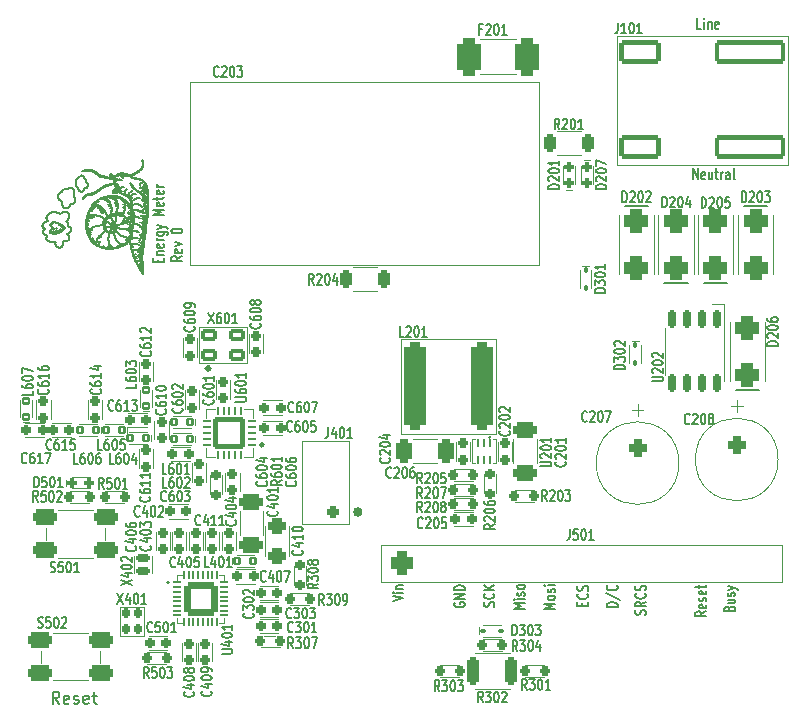
<source format=gbr>
%TF.GenerationSoftware,KiCad,Pcbnew,8.0.6-1.fc40*%
%TF.CreationDate,2024-12-16T09:47:34-08:00*%
%TF.ProjectId,energy_meter,656e6572-6779-45f6-9d65-7465722e6b69,0*%
%TF.SameCoordinates,Original*%
%TF.FileFunction,Legend,Top*%
%TF.FilePolarity,Positive*%
%FSLAX46Y46*%
G04 Gerber Fmt 4.6, Leading zero omitted, Abs format (unit mm)*
G04 Created by KiCad (PCBNEW 8.0.6-1.fc40) date 2024-12-16 09:47:34*
%MOMM*%
%LPD*%
G01*
G04 APERTURE LIST*
G04 Aperture macros list*
%AMRoundRect*
0 Rectangle with rounded corners*
0 $1 Rounding radius*
0 $2 $3 $4 $5 $6 $7 $8 $9 X,Y pos of 4 corners*
0 Add a 4 corners polygon primitive as box body*
4,1,4,$2,$3,$4,$5,$6,$7,$8,$9,$2,$3,0*
0 Add four circle primitives for the rounded corners*
1,1,$1+$1,$2,$3*
1,1,$1+$1,$4,$5*
1,1,$1+$1,$6,$7*
1,1,$1+$1,$8,$9*
0 Add four rect primitives between the rounded corners*
20,1,$1+$1,$2,$3,$4,$5,0*
20,1,$1+$1,$4,$5,$6,$7,0*
20,1,$1+$1,$6,$7,$8,$9,0*
20,1,$1+$1,$8,$9,$2,$3,0*%
G04 Aperture macros list end*
%ADD10C,0.153000*%
%ADD11C,0.200000*%
%ADD12C,0.100000*%
%ADD13C,0.403553*%
%ADD14C,0.300000*%
%ADD15C,0.250000*%
%ADD16C,0.150000*%
%ADD17C,0.149999*%
%ADD18RoundRect,0.200000X0.250000X-0.200000X0.250000X0.200000X-0.250000X0.200000X-0.250000X-0.200000X0*%
%ADD19RoundRect,0.500000X-0.500000X0.500000X-0.500000X-0.500000X0.500000X-0.500000X0.500000X0.500000X0*%
%ADD20RoundRect,0.108333X0.216667X0.241667X-0.216667X0.241667X-0.216667X-0.241667X0.216667X-0.241667X0*%
%ADD21RoundRect,0.325000X-0.725000X-0.325000X0.725000X-0.325000X0.725000X0.325000X-0.725000X0.325000X0*%
%ADD22RoundRect,0.200000X0.200000X0.250000X-0.200000X0.250000X-0.200000X-0.250000X0.200000X-0.250000X0*%
%ADD23RoundRect,0.500000X0.500000X-0.500000X0.500000X0.500000X-0.500000X0.500000X-0.500000X-0.500000X0*%
%ADD24RoundRect,0.200000X-0.200000X0.200000X-0.200000X-0.200000X0.200000X-0.200000X0.200000X0.200000X0*%
%ADD25RoundRect,0.200000X0.250000X0.200000X-0.250000X0.200000X-0.250000X-0.200000X0.250000X-0.200000X0*%
%ADD26RoundRect,0.100000X-0.100000X0.140000X-0.100000X-0.140000X0.100000X-0.140000X0.100000X0.140000X0*%
%ADD27RoundRect,0.250000X0.250000X-0.250000X0.250000X0.250000X-0.250000X0.250000X-0.250000X-0.250000X0*%
%ADD28C,1.000000*%
%ADD29RoundRect,0.250000X0.250000X0.950000X-0.250000X0.950000X-0.250000X-0.950000X0.250000X-0.950000X0*%
%ADD30RoundRect,0.450000X0.450000X3.300000X-0.450000X3.300000X-0.450000X-3.300000X0.450000X-3.300000X0*%
%ADD31RoundRect,0.200000X-0.250000X0.200000X-0.250000X-0.200000X0.250000X-0.200000X0.250000X0.200000X0*%
%ADD32RoundRect,0.200000X-0.200000X0.250000X-0.200000X-0.250000X0.200000X-0.250000X0.200000X0.250000X0*%
%ADD33RoundRect,0.200000X-0.200000X-0.250000X0.200000X-0.250000X0.200000X0.250000X-0.200000X0.250000X0*%
%ADD34RoundRect,0.175000X-0.475000X-0.350000X0.475000X-0.350000X0.475000X0.350000X-0.475000X0.350000X0*%
%ADD35RoundRect,0.108333X-0.216667X-0.241667X0.216667X-0.241667X0.216667X0.241667X-0.216667X0.241667X0*%
%ADD36RoundRect,0.100000X-0.140000X-0.100000X0.140000X-0.100000X0.140000X0.100000X-0.140000X0.100000X0*%
%ADD37RoundRect,0.350000X-0.650000X0.350000X-0.650000X-0.350000X0.650000X-0.350000X0.650000X0.350000X0*%
%ADD38RoundRect,0.375000X-0.375000X0.375000X-0.375000X-0.375000X0.375000X-0.375000X0.375000X0.375000X0*%
%ADD39C,1.500000*%
%ADD40RoundRect,0.200000X-0.250000X-0.200000X0.250000X-0.200000X0.250000X0.200000X-0.250000X0.200000X0*%
%ADD41RoundRect,0.187500X0.187500X-0.237500X0.187500X0.237500X-0.187500X0.237500X-0.187500X-0.237500X0*%
%ADD42C,1.400000*%
%ADD43RoundRect,0.350000X0.650000X-0.350000X0.650000X0.350000X-0.650000X0.350000X-0.650000X-0.350000X0*%
%ADD44RoundRect,0.450000X-0.450000X-0.550000X0.450000X-0.550000X0.450000X0.550000X-0.450000X0.550000X0*%
%ADD45C,1.800000*%
%ADD46RoundRect,0.490000X0.490000X1.085000X-0.490000X1.085000X-0.490000X-1.085000X0.490000X-1.085000X0*%
%ADD47RoundRect,0.250000X-0.250000X-0.500000X0.250000X-0.500000X0.250000X0.500000X-0.250000X0.500000X0*%
%ADD48RoundRect,0.280000X-1.120000X-1.120000X1.120000X-1.120000X1.120000X1.120000X-1.120000X1.120000X0*%
%ADD49RoundRect,0.055000X0.325000X-0.055000X0.325000X0.055000X-0.325000X0.055000X-0.325000X-0.055000X0*%
%ADD50RoundRect,0.055000X0.055000X0.325000X-0.055000X0.325000X-0.055000X-0.325000X0.055000X-0.325000X0*%
%ADD51RoundRect,0.055000X-0.325000X0.055000X-0.325000X-0.055000X0.325000X-0.055000X0.325000X0.055000X0*%
%ADD52RoundRect,0.055000X-0.055000X-0.325000X0.055000X-0.325000X0.055000X0.325000X-0.055000X0.325000X0*%
%ADD53RoundRect,0.350000X-0.450000X0.350000X-0.450000X-0.350000X0.450000X-0.350000X0.450000X0.350000X0*%
%ADD54RoundRect,0.202500X-1.147500X1.147500X-1.147500X-1.147500X1.147500X-1.147500X1.147500X1.147500X0*%
%ADD55RoundRect,0.060000X0.240000X0.060000X-0.240000X0.060000X-0.240000X-0.060000X0.240000X-0.060000X0*%
%ADD56RoundRect,0.060000X-0.060000X0.240000X-0.060000X-0.240000X0.060000X-0.240000X0.060000X0.240000X0*%
%ADD57RoundRect,0.060000X-0.240000X-0.060000X0.240000X-0.060000X0.240000X0.060000X-0.240000X0.060000X0*%
%ADD58RoundRect,0.060000X0.060000X-0.240000X0.060000X0.240000X-0.060000X0.240000X-0.060000X-0.240000X0*%
%ADD59RoundRect,0.150000X0.150000X0.625000X-0.150000X0.625000X-0.150000X-0.625000X0.150000X-0.625000X0*%
%ADD60RoundRect,0.108333X0.241667X-0.216667X0.241667X0.216667X-0.241667X0.216667X-0.241667X-0.216667X0*%
%ADD61RoundRect,0.062500X0.062500X0.237500X-0.062500X0.237500X-0.062500X-0.237500X0.062500X-0.237500X0*%
%ADD62RoundRect,0.200000X-0.200000X-0.200000X0.200000X-0.200000X0.200000X0.200000X-0.200000X0.200000X0*%
%ADD63RoundRect,0.350000X-0.350000X-0.650000X0.350000X-0.650000X0.350000X0.650000X-0.350000X0.650000X0*%
%ADD64RoundRect,0.200000X2.800000X0.800000X-2.800000X0.800000X-2.800000X-0.800000X2.800000X-0.800000X0*%
%ADD65RoundRect,0.200000X1.550000X0.800000X-1.550000X0.800000X-1.550000X-0.800000X1.550000X-0.800000X0*%
%ADD66RoundRect,0.200000X0.200000X-0.200000X0.200000X0.200000X-0.200000X0.200000X-0.200000X-0.200000X0*%
%ADD67RoundRect,0.175000X-0.425000X0.175000X-0.425000X-0.175000X0.425000X-0.175000X0.425000X0.175000X0*%
%ADD68C,2.500000*%
G04 APERTURE END LIST*
D10*
X157700657Y-44031901D02*
X157367323Y-44031901D01*
X157367323Y-44031901D02*
X157367323Y-43131901D01*
X157933990Y-44031901D02*
X157933990Y-43431901D01*
X157933990Y-43131901D02*
X157900657Y-43174758D01*
X157900657Y-43174758D02*
X157933990Y-43217615D01*
X157933990Y-43217615D02*
X157967324Y-43174758D01*
X157967324Y-43174758D02*
X157933990Y-43131901D01*
X157933990Y-43131901D02*
X157933990Y-43217615D01*
X158267323Y-43431901D02*
X158267323Y-44031901D01*
X158267323Y-43517615D02*
X158300657Y-43474758D01*
X158300657Y-43474758D02*
X158367323Y-43431901D01*
X158367323Y-43431901D02*
X158467323Y-43431901D01*
X158467323Y-43431901D02*
X158533990Y-43474758D01*
X158533990Y-43474758D02*
X158567323Y-43560472D01*
X158567323Y-43560472D02*
X158567323Y-44031901D01*
X159167323Y-43989044D02*
X159100656Y-44031901D01*
X159100656Y-44031901D02*
X158967323Y-44031901D01*
X158967323Y-44031901D02*
X158900656Y-43989044D01*
X158900656Y-43989044D02*
X158867323Y-43903329D01*
X158867323Y-43903329D02*
X158867323Y-43560472D01*
X158867323Y-43560472D02*
X158900656Y-43474758D01*
X158900656Y-43474758D02*
X158967323Y-43431901D01*
X158967323Y-43431901D02*
X159100656Y-43431901D01*
X159100656Y-43431901D02*
X159167323Y-43474758D01*
X159167323Y-43474758D02*
X159200656Y-43560472D01*
X159200656Y-43560472D02*
X159200656Y-43646186D01*
X159200656Y-43646186D02*
X158867323Y-43731901D01*
X150606901Y-92982676D02*
X149706901Y-92982676D01*
X149706901Y-92982676D02*
X149706901Y-92816009D01*
X149706901Y-92816009D02*
X149749758Y-92716009D01*
X149749758Y-92716009D02*
X149835472Y-92649343D01*
X149835472Y-92649343D02*
X149921186Y-92616009D01*
X149921186Y-92616009D02*
X150092615Y-92582676D01*
X150092615Y-92582676D02*
X150221186Y-92582676D01*
X150221186Y-92582676D02*
X150392615Y-92616009D01*
X150392615Y-92616009D02*
X150478329Y-92649343D01*
X150478329Y-92649343D02*
X150564044Y-92716009D01*
X150564044Y-92716009D02*
X150606901Y-92816009D01*
X150606901Y-92816009D02*
X150606901Y-92982676D01*
X149664044Y-91782676D02*
X150821186Y-92382676D01*
X150521186Y-91149343D02*
X150564044Y-91182676D01*
X150564044Y-91182676D02*
X150606901Y-91282676D01*
X150606901Y-91282676D02*
X150606901Y-91349343D01*
X150606901Y-91349343D02*
X150564044Y-91449343D01*
X150564044Y-91449343D02*
X150478329Y-91516010D01*
X150478329Y-91516010D02*
X150392615Y-91549343D01*
X150392615Y-91549343D02*
X150221186Y-91582676D01*
X150221186Y-91582676D02*
X150092615Y-91582676D01*
X150092615Y-91582676D02*
X149921186Y-91549343D01*
X149921186Y-91549343D02*
X149835472Y-91516010D01*
X149835472Y-91516010D02*
X149749758Y-91449343D01*
X149749758Y-91449343D02*
X149706901Y-91349343D01*
X149706901Y-91349343D02*
X149706901Y-91282676D01*
X149706901Y-91282676D02*
X149749758Y-91182676D01*
X149749758Y-91182676D02*
X149792615Y-91149343D01*
X158106901Y-93357676D02*
X157678329Y-93591009D01*
X158106901Y-93757676D02*
X157206901Y-93757676D01*
X157206901Y-93757676D02*
X157206901Y-93491009D01*
X157206901Y-93491009D02*
X157249758Y-93424343D01*
X157249758Y-93424343D02*
X157292615Y-93391009D01*
X157292615Y-93391009D02*
X157378329Y-93357676D01*
X157378329Y-93357676D02*
X157506901Y-93357676D01*
X157506901Y-93357676D02*
X157592615Y-93391009D01*
X157592615Y-93391009D02*
X157635472Y-93424343D01*
X157635472Y-93424343D02*
X157678329Y-93491009D01*
X157678329Y-93491009D02*
X157678329Y-93757676D01*
X158064044Y-92791009D02*
X158106901Y-92857676D01*
X158106901Y-92857676D02*
X158106901Y-92991009D01*
X158106901Y-92991009D02*
X158064044Y-93057676D01*
X158064044Y-93057676D02*
X157978329Y-93091009D01*
X157978329Y-93091009D02*
X157635472Y-93091009D01*
X157635472Y-93091009D02*
X157549758Y-93057676D01*
X157549758Y-93057676D02*
X157506901Y-92991009D01*
X157506901Y-92991009D02*
X157506901Y-92857676D01*
X157506901Y-92857676D02*
X157549758Y-92791009D01*
X157549758Y-92791009D02*
X157635472Y-92757676D01*
X157635472Y-92757676D02*
X157721186Y-92757676D01*
X157721186Y-92757676D02*
X157806901Y-93091009D01*
X158064044Y-92491009D02*
X158106901Y-92424343D01*
X158106901Y-92424343D02*
X158106901Y-92291009D01*
X158106901Y-92291009D02*
X158064044Y-92224343D01*
X158064044Y-92224343D02*
X157978329Y-92191009D01*
X157978329Y-92191009D02*
X157935472Y-92191009D01*
X157935472Y-92191009D02*
X157849758Y-92224343D01*
X157849758Y-92224343D02*
X157806901Y-92291009D01*
X157806901Y-92291009D02*
X157806901Y-92391009D01*
X157806901Y-92391009D02*
X157764044Y-92457676D01*
X157764044Y-92457676D02*
X157678329Y-92491009D01*
X157678329Y-92491009D02*
X157635472Y-92491009D01*
X157635472Y-92491009D02*
X157549758Y-92457676D01*
X157549758Y-92457676D02*
X157506901Y-92391009D01*
X157506901Y-92391009D02*
X157506901Y-92291009D01*
X157506901Y-92291009D02*
X157549758Y-92224343D01*
X158064044Y-91624342D02*
X158106901Y-91691009D01*
X158106901Y-91691009D02*
X158106901Y-91824342D01*
X158106901Y-91824342D02*
X158064044Y-91891009D01*
X158064044Y-91891009D02*
X157978329Y-91924342D01*
X157978329Y-91924342D02*
X157635472Y-91924342D01*
X157635472Y-91924342D02*
X157549758Y-91891009D01*
X157549758Y-91891009D02*
X157506901Y-91824342D01*
X157506901Y-91824342D02*
X157506901Y-91691009D01*
X157506901Y-91691009D02*
X157549758Y-91624342D01*
X157549758Y-91624342D02*
X157635472Y-91591009D01*
X157635472Y-91591009D02*
X157721186Y-91591009D01*
X157721186Y-91591009D02*
X157806901Y-91924342D01*
X157506901Y-91391009D02*
X157506901Y-91124342D01*
X157206901Y-91291009D02*
X157978329Y-91291009D01*
X157978329Y-91291009D02*
X158064044Y-91257676D01*
X158064044Y-91257676D02*
X158106901Y-91191009D01*
X158106901Y-91191009D02*
X158106901Y-91124342D01*
X142731901Y-93132676D02*
X141831901Y-93132676D01*
X141831901Y-93132676D02*
X142474758Y-92899343D01*
X142474758Y-92899343D02*
X141831901Y-92666009D01*
X141831901Y-92666009D02*
X142731901Y-92666009D01*
X142731901Y-92332676D02*
X142131901Y-92332676D01*
X141831901Y-92332676D02*
X141874758Y-92366009D01*
X141874758Y-92366009D02*
X141917615Y-92332676D01*
X141917615Y-92332676D02*
X141874758Y-92299343D01*
X141874758Y-92299343D02*
X141831901Y-92332676D01*
X141831901Y-92332676D02*
X141917615Y-92332676D01*
X142689044Y-92032676D02*
X142731901Y-91966010D01*
X142731901Y-91966010D02*
X142731901Y-91832676D01*
X142731901Y-91832676D02*
X142689044Y-91766010D01*
X142689044Y-91766010D02*
X142603329Y-91732676D01*
X142603329Y-91732676D02*
X142560472Y-91732676D01*
X142560472Y-91732676D02*
X142474758Y-91766010D01*
X142474758Y-91766010D02*
X142431901Y-91832676D01*
X142431901Y-91832676D02*
X142431901Y-91932676D01*
X142431901Y-91932676D02*
X142389044Y-91999343D01*
X142389044Y-91999343D02*
X142303329Y-92032676D01*
X142303329Y-92032676D02*
X142260472Y-92032676D01*
X142260472Y-92032676D02*
X142174758Y-91999343D01*
X142174758Y-91999343D02*
X142131901Y-91932676D01*
X142131901Y-91932676D02*
X142131901Y-91832676D01*
X142131901Y-91832676D02*
X142174758Y-91766010D01*
X142731901Y-91332676D02*
X142689044Y-91399343D01*
X142689044Y-91399343D02*
X142646186Y-91432676D01*
X142646186Y-91432676D02*
X142560472Y-91466009D01*
X142560472Y-91466009D02*
X142303329Y-91466009D01*
X142303329Y-91466009D02*
X142217615Y-91432676D01*
X142217615Y-91432676D02*
X142174758Y-91399343D01*
X142174758Y-91399343D02*
X142131901Y-91332676D01*
X142131901Y-91332676D02*
X142131901Y-91232676D01*
X142131901Y-91232676D02*
X142174758Y-91166009D01*
X142174758Y-91166009D02*
X142217615Y-91132676D01*
X142217615Y-91132676D02*
X142303329Y-91099343D01*
X142303329Y-91099343D02*
X142560472Y-91099343D01*
X142560472Y-91099343D02*
X142646186Y-91132676D01*
X142646186Y-91132676D02*
X142689044Y-91166009D01*
X142689044Y-91166009D02*
X142731901Y-91232676D01*
X142731901Y-91232676D02*
X142731901Y-91332676D01*
X113731901Y-63282676D02*
X113303329Y-63516009D01*
X113731901Y-63682676D02*
X112831901Y-63682676D01*
X112831901Y-63682676D02*
X112831901Y-63416009D01*
X112831901Y-63416009D02*
X112874758Y-63349343D01*
X112874758Y-63349343D02*
X112917615Y-63316009D01*
X112917615Y-63316009D02*
X113003329Y-63282676D01*
X113003329Y-63282676D02*
X113131901Y-63282676D01*
X113131901Y-63282676D02*
X113217615Y-63316009D01*
X113217615Y-63316009D02*
X113260472Y-63349343D01*
X113260472Y-63349343D02*
X113303329Y-63416009D01*
X113303329Y-63416009D02*
X113303329Y-63682676D01*
X113689044Y-62716009D02*
X113731901Y-62782676D01*
X113731901Y-62782676D02*
X113731901Y-62916009D01*
X113731901Y-62916009D02*
X113689044Y-62982676D01*
X113689044Y-62982676D02*
X113603329Y-63016009D01*
X113603329Y-63016009D02*
X113260472Y-63016009D01*
X113260472Y-63016009D02*
X113174758Y-62982676D01*
X113174758Y-62982676D02*
X113131901Y-62916009D01*
X113131901Y-62916009D02*
X113131901Y-62782676D01*
X113131901Y-62782676D02*
X113174758Y-62716009D01*
X113174758Y-62716009D02*
X113260472Y-62682676D01*
X113260472Y-62682676D02*
X113346186Y-62682676D01*
X113346186Y-62682676D02*
X113431901Y-63016009D01*
X113131901Y-62449343D02*
X113731901Y-62282676D01*
X113731901Y-62282676D02*
X113131901Y-62116009D01*
X112831901Y-61182677D02*
X112831901Y-61116010D01*
X112831901Y-61116010D02*
X112874758Y-61049343D01*
X112874758Y-61049343D02*
X112917615Y-61016010D01*
X112917615Y-61016010D02*
X113003329Y-60982677D01*
X113003329Y-60982677D02*
X113174758Y-60949343D01*
X113174758Y-60949343D02*
X113389044Y-60949343D01*
X113389044Y-60949343D02*
X113560472Y-60982677D01*
X113560472Y-60982677D02*
X113646186Y-61016010D01*
X113646186Y-61016010D02*
X113689044Y-61049343D01*
X113689044Y-61049343D02*
X113731901Y-61116010D01*
X113731901Y-61116010D02*
X113731901Y-61182677D01*
X113731901Y-61182677D02*
X113689044Y-61249343D01*
X113689044Y-61249343D02*
X113646186Y-61282677D01*
X113646186Y-61282677D02*
X113560472Y-61316010D01*
X113560472Y-61316010D02*
X113389044Y-61349343D01*
X113389044Y-61349343D02*
X113174758Y-61349343D01*
X113174758Y-61349343D02*
X113003329Y-61316010D01*
X113003329Y-61316010D02*
X112917615Y-61282677D01*
X112917615Y-61282677D02*
X112874758Y-61249343D01*
X112874758Y-61249343D02*
X112831901Y-61182677D01*
X160060472Y-93124343D02*
X160103329Y-93024343D01*
X160103329Y-93024343D02*
X160146186Y-92991009D01*
X160146186Y-92991009D02*
X160231901Y-92957676D01*
X160231901Y-92957676D02*
X160360472Y-92957676D01*
X160360472Y-92957676D02*
X160446186Y-92991009D01*
X160446186Y-92991009D02*
X160489044Y-93024343D01*
X160489044Y-93024343D02*
X160531901Y-93091009D01*
X160531901Y-93091009D02*
X160531901Y-93357676D01*
X160531901Y-93357676D02*
X159631901Y-93357676D01*
X159631901Y-93357676D02*
X159631901Y-93124343D01*
X159631901Y-93124343D02*
X159674758Y-93057676D01*
X159674758Y-93057676D02*
X159717615Y-93024343D01*
X159717615Y-93024343D02*
X159803329Y-92991009D01*
X159803329Y-92991009D02*
X159889044Y-92991009D01*
X159889044Y-92991009D02*
X159974758Y-93024343D01*
X159974758Y-93024343D02*
X160017615Y-93057676D01*
X160017615Y-93057676D02*
X160060472Y-93124343D01*
X160060472Y-93124343D02*
X160060472Y-93357676D01*
X159931901Y-92357676D02*
X160531901Y-92357676D01*
X159931901Y-92657676D02*
X160403329Y-92657676D01*
X160403329Y-92657676D02*
X160489044Y-92624343D01*
X160489044Y-92624343D02*
X160531901Y-92557676D01*
X160531901Y-92557676D02*
X160531901Y-92457676D01*
X160531901Y-92457676D02*
X160489044Y-92391009D01*
X160489044Y-92391009D02*
X160446186Y-92357676D01*
X160489044Y-92057676D02*
X160531901Y-91991010D01*
X160531901Y-91991010D02*
X160531901Y-91857676D01*
X160531901Y-91857676D02*
X160489044Y-91791010D01*
X160489044Y-91791010D02*
X160403329Y-91757676D01*
X160403329Y-91757676D02*
X160360472Y-91757676D01*
X160360472Y-91757676D02*
X160274758Y-91791010D01*
X160274758Y-91791010D02*
X160231901Y-91857676D01*
X160231901Y-91857676D02*
X160231901Y-91957676D01*
X160231901Y-91957676D02*
X160189044Y-92024343D01*
X160189044Y-92024343D02*
X160103329Y-92057676D01*
X160103329Y-92057676D02*
X160060472Y-92057676D01*
X160060472Y-92057676D02*
X159974758Y-92024343D01*
X159974758Y-92024343D02*
X159931901Y-91957676D01*
X159931901Y-91957676D02*
X159931901Y-91857676D01*
X159931901Y-91857676D02*
X159974758Y-91791010D01*
X159931901Y-91524343D02*
X160531901Y-91357676D01*
X159931901Y-91191009D02*
X160531901Y-91357676D01*
X160531901Y-91357676D02*
X160746186Y-91424343D01*
X160746186Y-91424343D02*
X160789044Y-91457676D01*
X160789044Y-91457676D02*
X160831901Y-91524343D01*
X140139044Y-92966009D02*
X140181901Y-92866009D01*
X140181901Y-92866009D02*
X140181901Y-92699343D01*
X140181901Y-92699343D02*
X140139044Y-92632676D01*
X140139044Y-92632676D02*
X140096186Y-92599343D01*
X140096186Y-92599343D02*
X140010472Y-92566009D01*
X140010472Y-92566009D02*
X139924758Y-92566009D01*
X139924758Y-92566009D02*
X139839044Y-92599343D01*
X139839044Y-92599343D02*
X139796186Y-92632676D01*
X139796186Y-92632676D02*
X139753329Y-92699343D01*
X139753329Y-92699343D02*
X139710472Y-92832676D01*
X139710472Y-92832676D02*
X139667615Y-92899343D01*
X139667615Y-92899343D02*
X139624758Y-92932676D01*
X139624758Y-92932676D02*
X139539044Y-92966009D01*
X139539044Y-92966009D02*
X139453329Y-92966009D01*
X139453329Y-92966009D02*
X139367615Y-92932676D01*
X139367615Y-92932676D02*
X139324758Y-92899343D01*
X139324758Y-92899343D02*
X139281901Y-92832676D01*
X139281901Y-92832676D02*
X139281901Y-92666009D01*
X139281901Y-92666009D02*
X139324758Y-92566009D01*
X140096186Y-91866009D02*
X140139044Y-91899342D01*
X140139044Y-91899342D02*
X140181901Y-91999342D01*
X140181901Y-91999342D02*
X140181901Y-92066009D01*
X140181901Y-92066009D02*
X140139044Y-92166009D01*
X140139044Y-92166009D02*
X140053329Y-92232676D01*
X140053329Y-92232676D02*
X139967615Y-92266009D01*
X139967615Y-92266009D02*
X139796186Y-92299342D01*
X139796186Y-92299342D02*
X139667615Y-92299342D01*
X139667615Y-92299342D02*
X139496186Y-92266009D01*
X139496186Y-92266009D02*
X139410472Y-92232676D01*
X139410472Y-92232676D02*
X139324758Y-92166009D01*
X139324758Y-92166009D02*
X139281901Y-92066009D01*
X139281901Y-92066009D02*
X139281901Y-91999342D01*
X139281901Y-91999342D02*
X139324758Y-91899342D01*
X139324758Y-91899342D02*
X139367615Y-91866009D01*
X140181901Y-91566009D02*
X139281901Y-91566009D01*
X140181901Y-91166009D02*
X139667615Y-91466009D01*
X139281901Y-91166009D02*
X139796186Y-91566009D01*
X136824758Y-92616009D02*
X136781901Y-92682676D01*
X136781901Y-92682676D02*
X136781901Y-92782676D01*
X136781901Y-92782676D02*
X136824758Y-92882676D01*
X136824758Y-92882676D02*
X136910472Y-92949343D01*
X136910472Y-92949343D02*
X136996186Y-92982676D01*
X136996186Y-92982676D02*
X137167615Y-93016009D01*
X137167615Y-93016009D02*
X137296186Y-93016009D01*
X137296186Y-93016009D02*
X137467615Y-92982676D01*
X137467615Y-92982676D02*
X137553329Y-92949343D01*
X137553329Y-92949343D02*
X137639044Y-92882676D01*
X137639044Y-92882676D02*
X137681901Y-92782676D01*
X137681901Y-92782676D02*
X137681901Y-92716009D01*
X137681901Y-92716009D02*
X137639044Y-92616009D01*
X137639044Y-92616009D02*
X137596186Y-92582676D01*
X137596186Y-92582676D02*
X137296186Y-92582676D01*
X137296186Y-92582676D02*
X137296186Y-92716009D01*
X137681901Y-92282676D02*
X136781901Y-92282676D01*
X136781901Y-92282676D02*
X137681901Y-91882676D01*
X137681901Y-91882676D02*
X136781901Y-91882676D01*
X137681901Y-91549343D02*
X136781901Y-91549343D01*
X136781901Y-91549343D02*
X136781901Y-91382676D01*
X136781901Y-91382676D02*
X136824758Y-91282676D01*
X136824758Y-91282676D02*
X136910472Y-91216010D01*
X136910472Y-91216010D02*
X136996186Y-91182676D01*
X136996186Y-91182676D02*
X137167615Y-91149343D01*
X137167615Y-91149343D02*
X137296186Y-91149343D01*
X137296186Y-91149343D02*
X137467615Y-91182676D01*
X137467615Y-91182676D02*
X137553329Y-91216010D01*
X137553329Y-91216010D02*
X137639044Y-91282676D01*
X137639044Y-91282676D02*
X137681901Y-91382676D01*
X137681901Y-91382676D02*
X137681901Y-91549343D01*
X147635472Y-92907676D02*
X147635472Y-92674343D01*
X148106901Y-92574343D02*
X148106901Y-92907676D01*
X148106901Y-92907676D02*
X147206901Y-92907676D01*
X147206901Y-92907676D02*
X147206901Y-92574343D01*
X148021186Y-91874343D02*
X148064044Y-91907676D01*
X148064044Y-91907676D02*
X148106901Y-92007676D01*
X148106901Y-92007676D02*
X148106901Y-92074343D01*
X148106901Y-92074343D02*
X148064044Y-92174343D01*
X148064044Y-92174343D02*
X147978329Y-92241010D01*
X147978329Y-92241010D02*
X147892615Y-92274343D01*
X147892615Y-92274343D02*
X147721186Y-92307676D01*
X147721186Y-92307676D02*
X147592615Y-92307676D01*
X147592615Y-92307676D02*
X147421186Y-92274343D01*
X147421186Y-92274343D02*
X147335472Y-92241010D01*
X147335472Y-92241010D02*
X147249758Y-92174343D01*
X147249758Y-92174343D02*
X147206901Y-92074343D01*
X147206901Y-92074343D02*
X147206901Y-92007676D01*
X147206901Y-92007676D02*
X147249758Y-91907676D01*
X147249758Y-91907676D02*
X147292615Y-91874343D01*
X148064044Y-91607676D02*
X148106901Y-91507676D01*
X148106901Y-91507676D02*
X148106901Y-91341010D01*
X148106901Y-91341010D02*
X148064044Y-91274343D01*
X148064044Y-91274343D02*
X148021186Y-91241010D01*
X148021186Y-91241010D02*
X147935472Y-91207676D01*
X147935472Y-91207676D02*
X147849758Y-91207676D01*
X147849758Y-91207676D02*
X147764044Y-91241010D01*
X147764044Y-91241010D02*
X147721186Y-91274343D01*
X147721186Y-91274343D02*
X147678329Y-91341010D01*
X147678329Y-91341010D02*
X147635472Y-91474343D01*
X147635472Y-91474343D02*
X147592615Y-91541010D01*
X147592615Y-91541010D02*
X147549758Y-91574343D01*
X147549758Y-91574343D02*
X147464044Y-91607676D01*
X147464044Y-91607676D02*
X147378329Y-91607676D01*
X147378329Y-91607676D02*
X147292615Y-91574343D01*
X147292615Y-91574343D02*
X147249758Y-91541010D01*
X147249758Y-91541010D02*
X147206901Y-91474343D01*
X147206901Y-91474343D02*
X147206901Y-91307676D01*
X147206901Y-91307676D02*
X147249758Y-91207676D01*
X152964044Y-93641009D02*
X153006901Y-93541009D01*
X153006901Y-93541009D02*
X153006901Y-93374343D01*
X153006901Y-93374343D02*
X152964044Y-93307676D01*
X152964044Y-93307676D02*
X152921186Y-93274343D01*
X152921186Y-93274343D02*
X152835472Y-93241009D01*
X152835472Y-93241009D02*
X152749758Y-93241009D01*
X152749758Y-93241009D02*
X152664044Y-93274343D01*
X152664044Y-93274343D02*
X152621186Y-93307676D01*
X152621186Y-93307676D02*
X152578329Y-93374343D01*
X152578329Y-93374343D02*
X152535472Y-93507676D01*
X152535472Y-93507676D02*
X152492615Y-93574343D01*
X152492615Y-93574343D02*
X152449758Y-93607676D01*
X152449758Y-93607676D02*
X152364044Y-93641009D01*
X152364044Y-93641009D02*
X152278329Y-93641009D01*
X152278329Y-93641009D02*
X152192615Y-93607676D01*
X152192615Y-93607676D02*
X152149758Y-93574343D01*
X152149758Y-93574343D02*
X152106901Y-93507676D01*
X152106901Y-93507676D02*
X152106901Y-93341009D01*
X152106901Y-93341009D02*
X152149758Y-93241009D01*
X153006901Y-92541009D02*
X152578329Y-92774342D01*
X153006901Y-92941009D02*
X152106901Y-92941009D01*
X152106901Y-92941009D02*
X152106901Y-92674342D01*
X152106901Y-92674342D02*
X152149758Y-92607676D01*
X152149758Y-92607676D02*
X152192615Y-92574342D01*
X152192615Y-92574342D02*
X152278329Y-92541009D01*
X152278329Y-92541009D02*
X152406901Y-92541009D01*
X152406901Y-92541009D02*
X152492615Y-92574342D01*
X152492615Y-92574342D02*
X152535472Y-92607676D01*
X152535472Y-92607676D02*
X152578329Y-92674342D01*
X152578329Y-92674342D02*
X152578329Y-92941009D01*
X152921186Y-91841009D02*
X152964044Y-91874342D01*
X152964044Y-91874342D02*
X153006901Y-91974342D01*
X153006901Y-91974342D02*
X153006901Y-92041009D01*
X153006901Y-92041009D02*
X152964044Y-92141009D01*
X152964044Y-92141009D02*
X152878329Y-92207676D01*
X152878329Y-92207676D02*
X152792615Y-92241009D01*
X152792615Y-92241009D02*
X152621186Y-92274342D01*
X152621186Y-92274342D02*
X152492615Y-92274342D01*
X152492615Y-92274342D02*
X152321186Y-92241009D01*
X152321186Y-92241009D02*
X152235472Y-92207676D01*
X152235472Y-92207676D02*
X152149758Y-92141009D01*
X152149758Y-92141009D02*
X152106901Y-92041009D01*
X152106901Y-92041009D02*
X152106901Y-91974342D01*
X152106901Y-91974342D02*
X152149758Y-91874342D01*
X152149758Y-91874342D02*
X152192615Y-91841009D01*
X152964044Y-91574342D02*
X153006901Y-91474342D01*
X153006901Y-91474342D02*
X153006901Y-91307676D01*
X153006901Y-91307676D02*
X152964044Y-91241009D01*
X152964044Y-91241009D02*
X152921186Y-91207676D01*
X152921186Y-91207676D02*
X152835472Y-91174342D01*
X152835472Y-91174342D02*
X152749758Y-91174342D01*
X152749758Y-91174342D02*
X152664044Y-91207676D01*
X152664044Y-91207676D02*
X152621186Y-91241009D01*
X152621186Y-91241009D02*
X152578329Y-91307676D01*
X152578329Y-91307676D02*
X152535472Y-91441009D01*
X152535472Y-91441009D02*
X152492615Y-91507676D01*
X152492615Y-91507676D02*
X152449758Y-91541009D01*
X152449758Y-91541009D02*
X152364044Y-91574342D01*
X152364044Y-91574342D02*
X152278329Y-91574342D01*
X152278329Y-91574342D02*
X152192615Y-91541009D01*
X152192615Y-91541009D02*
X152149758Y-91507676D01*
X152149758Y-91507676D02*
X152106901Y-91441009D01*
X152106901Y-91441009D02*
X152106901Y-91274342D01*
X152106901Y-91274342D02*
X152149758Y-91174342D01*
D11*
X103341101Y-101167219D02*
X103007768Y-100691028D01*
X102769673Y-101167219D02*
X102769673Y-100167219D01*
X102769673Y-100167219D02*
X103150625Y-100167219D01*
X103150625Y-100167219D02*
X103245863Y-100214838D01*
X103245863Y-100214838D02*
X103293482Y-100262457D01*
X103293482Y-100262457D02*
X103341101Y-100357695D01*
X103341101Y-100357695D02*
X103341101Y-100500552D01*
X103341101Y-100500552D02*
X103293482Y-100595790D01*
X103293482Y-100595790D02*
X103245863Y-100643409D01*
X103245863Y-100643409D02*
X103150625Y-100691028D01*
X103150625Y-100691028D02*
X102769673Y-100691028D01*
X104150625Y-101119600D02*
X104055387Y-101167219D01*
X104055387Y-101167219D02*
X103864911Y-101167219D01*
X103864911Y-101167219D02*
X103769673Y-101119600D01*
X103769673Y-101119600D02*
X103722054Y-101024361D01*
X103722054Y-101024361D02*
X103722054Y-100643409D01*
X103722054Y-100643409D02*
X103769673Y-100548171D01*
X103769673Y-100548171D02*
X103864911Y-100500552D01*
X103864911Y-100500552D02*
X104055387Y-100500552D01*
X104055387Y-100500552D02*
X104150625Y-100548171D01*
X104150625Y-100548171D02*
X104198244Y-100643409D01*
X104198244Y-100643409D02*
X104198244Y-100738647D01*
X104198244Y-100738647D02*
X103722054Y-100833885D01*
X104579197Y-101119600D02*
X104674435Y-101167219D01*
X104674435Y-101167219D02*
X104864911Y-101167219D01*
X104864911Y-101167219D02*
X104960149Y-101119600D01*
X104960149Y-101119600D02*
X105007768Y-101024361D01*
X105007768Y-101024361D02*
X105007768Y-100976742D01*
X105007768Y-100976742D02*
X104960149Y-100881504D01*
X104960149Y-100881504D02*
X104864911Y-100833885D01*
X104864911Y-100833885D02*
X104722054Y-100833885D01*
X104722054Y-100833885D02*
X104626816Y-100786266D01*
X104626816Y-100786266D02*
X104579197Y-100691028D01*
X104579197Y-100691028D02*
X104579197Y-100643409D01*
X104579197Y-100643409D02*
X104626816Y-100548171D01*
X104626816Y-100548171D02*
X104722054Y-100500552D01*
X104722054Y-100500552D02*
X104864911Y-100500552D01*
X104864911Y-100500552D02*
X104960149Y-100548171D01*
X105817292Y-101119600D02*
X105722054Y-101167219D01*
X105722054Y-101167219D02*
X105531578Y-101167219D01*
X105531578Y-101167219D02*
X105436340Y-101119600D01*
X105436340Y-101119600D02*
X105388721Y-101024361D01*
X105388721Y-101024361D02*
X105388721Y-100643409D01*
X105388721Y-100643409D02*
X105436340Y-100548171D01*
X105436340Y-100548171D02*
X105531578Y-100500552D01*
X105531578Y-100500552D02*
X105722054Y-100500552D01*
X105722054Y-100500552D02*
X105817292Y-100548171D01*
X105817292Y-100548171D02*
X105864911Y-100643409D01*
X105864911Y-100643409D02*
X105864911Y-100738647D01*
X105864911Y-100738647D02*
X105388721Y-100833885D01*
X106150626Y-100500552D02*
X106531578Y-100500552D01*
X106293483Y-100167219D02*
X106293483Y-101024361D01*
X106293483Y-101024361D02*
X106341102Y-101119600D01*
X106341102Y-101119600D02*
X106436340Y-101167219D01*
X106436340Y-101167219D02*
X106531578Y-101167219D01*
D10*
X156992323Y-56756901D02*
X156992323Y-55856901D01*
X156992323Y-55856901D02*
X157392323Y-56756901D01*
X157392323Y-56756901D02*
X157392323Y-55856901D01*
X157992323Y-56714044D02*
X157925656Y-56756901D01*
X157925656Y-56756901D02*
X157792323Y-56756901D01*
X157792323Y-56756901D02*
X157725656Y-56714044D01*
X157725656Y-56714044D02*
X157692323Y-56628329D01*
X157692323Y-56628329D02*
X157692323Y-56285472D01*
X157692323Y-56285472D02*
X157725656Y-56199758D01*
X157725656Y-56199758D02*
X157792323Y-56156901D01*
X157792323Y-56156901D02*
X157925656Y-56156901D01*
X157925656Y-56156901D02*
X157992323Y-56199758D01*
X157992323Y-56199758D02*
X158025656Y-56285472D01*
X158025656Y-56285472D02*
X158025656Y-56371186D01*
X158025656Y-56371186D02*
X157692323Y-56456901D01*
X158625656Y-56156901D02*
X158625656Y-56756901D01*
X158325656Y-56156901D02*
X158325656Y-56628329D01*
X158325656Y-56628329D02*
X158358990Y-56714044D01*
X158358990Y-56714044D02*
X158425656Y-56756901D01*
X158425656Y-56756901D02*
X158525656Y-56756901D01*
X158525656Y-56756901D02*
X158592323Y-56714044D01*
X158592323Y-56714044D02*
X158625656Y-56671186D01*
X158858989Y-56156901D02*
X159125656Y-56156901D01*
X158958989Y-55856901D02*
X158958989Y-56628329D01*
X158958989Y-56628329D02*
X158992323Y-56714044D01*
X158992323Y-56714044D02*
X159058989Y-56756901D01*
X159058989Y-56756901D02*
X159125656Y-56756901D01*
X159358989Y-56756901D02*
X159358989Y-56156901D01*
X159358989Y-56328329D02*
X159392323Y-56242615D01*
X159392323Y-56242615D02*
X159425656Y-56199758D01*
X159425656Y-56199758D02*
X159492323Y-56156901D01*
X159492323Y-56156901D02*
X159558989Y-56156901D01*
X160092322Y-56756901D02*
X160092322Y-56285472D01*
X160092322Y-56285472D02*
X160058989Y-56199758D01*
X160058989Y-56199758D02*
X159992322Y-56156901D01*
X159992322Y-56156901D02*
X159858989Y-56156901D01*
X159858989Y-56156901D02*
X159792322Y-56199758D01*
X160092322Y-56714044D02*
X160025656Y-56756901D01*
X160025656Y-56756901D02*
X159858989Y-56756901D01*
X159858989Y-56756901D02*
X159792322Y-56714044D01*
X159792322Y-56714044D02*
X159758989Y-56628329D01*
X159758989Y-56628329D02*
X159758989Y-56542615D01*
X159758989Y-56542615D02*
X159792322Y-56456901D01*
X159792322Y-56456901D02*
X159858989Y-56414044D01*
X159858989Y-56414044D02*
X160025656Y-56414044D01*
X160025656Y-56414044D02*
X160092322Y-56371186D01*
X160525655Y-56756901D02*
X160458989Y-56714044D01*
X160458989Y-56714044D02*
X160425655Y-56628329D01*
X160425655Y-56628329D02*
X160425655Y-55856901D01*
X111735472Y-63807676D02*
X111735472Y-63574343D01*
X112206901Y-63474343D02*
X112206901Y-63807676D01*
X112206901Y-63807676D02*
X111306901Y-63807676D01*
X111306901Y-63807676D02*
X111306901Y-63474343D01*
X111606901Y-63174343D02*
X112206901Y-63174343D01*
X111692615Y-63174343D02*
X111649758Y-63141010D01*
X111649758Y-63141010D02*
X111606901Y-63074343D01*
X111606901Y-63074343D02*
X111606901Y-62974343D01*
X111606901Y-62974343D02*
X111649758Y-62907676D01*
X111649758Y-62907676D02*
X111735472Y-62874343D01*
X111735472Y-62874343D02*
X112206901Y-62874343D01*
X112164044Y-62274343D02*
X112206901Y-62341010D01*
X112206901Y-62341010D02*
X112206901Y-62474343D01*
X112206901Y-62474343D02*
X112164044Y-62541010D01*
X112164044Y-62541010D02*
X112078329Y-62574343D01*
X112078329Y-62574343D02*
X111735472Y-62574343D01*
X111735472Y-62574343D02*
X111649758Y-62541010D01*
X111649758Y-62541010D02*
X111606901Y-62474343D01*
X111606901Y-62474343D02*
X111606901Y-62341010D01*
X111606901Y-62341010D02*
X111649758Y-62274343D01*
X111649758Y-62274343D02*
X111735472Y-62241010D01*
X111735472Y-62241010D02*
X111821186Y-62241010D01*
X111821186Y-62241010D02*
X111906901Y-62574343D01*
X112206901Y-61941010D02*
X111606901Y-61941010D01*
X111778329Y-61941010D02*
X111692615Y-61907677D01*
X111692615Y-61907677D02*
X111649758Y-61874343D01*
X111649758Y-61874343D02*
X111606901Y-61807677D01*
X111606901Y-61807677D02*
X111606901Y-61741010D01*
X111606901Y-61207677D02*
X112335472Y-61207677D01*
X112335472Y-61207677D02*
X112421186Y-61241010D01*
X112421186Y-61241010D02*
X112464044Y-61274344D01*
X112464044Y-61274344D02*
X112506901Y-61341010D01*
X112506901Y-61341010D02*
X112506901Y-61441010D01*
X112506901Y-61441010D02*
X112464044Y-61507677D01*
X112164044Y-61207677D02*
X112206901Y-61274344D01*
X112206901Y-61274344D02*
X112206901Y-61407677D01*
X112206901Y-61407677D02*
X112164044Y-61474344D01*
X112164044Y-61474344D02*
X112121186Y-61507677D01*
X112121186Y-61507677D02*
X112035472Y-61541010D01*
X112035472Y-61541010D02*
X111778329Y-61541010D01*
X111778329Y-61541010D02*
X111692615Y-61507677D01*
X111692615Y-61507677D02*
X111649758Y-61474344D01*
X111649758Y-61474344D02*
X111606901Y-61407677D01*
X111606901Y-61407677D02*
X111606901Y-61274344D01*
X111606901Y-61274344D02*
X111649758Y-61207677D01*
X111606901Y-60941011D02*
X112206901Y-60774344D01*
X111606901Y-60607677D02*
X112206901Y-60774344D01*
X112206901Y-60774344D02*
X112421186Y-60841011D01*
X112421186Y-60841011D02*
X112464044Y-60874344D01*
X112464044Y-60874344D02*
X112506901Y-60941011D01*
X112206901Y-59807678D02*
X111306901Y-59807678D01*
X111306901Y-59807678D02*
X111949758Y-59574345D01*
X111949758Y-59574345D02*
X111306901Y-59341011D01*
X111306901Y-59341011D02*
X112206901Y-59341011D01*
X112164044Y-58741011D02*
X112206901Y-58807678D01*
X112206901Y-58807678D02*
X112206901Y-58941011D01*
X112206901Y-58941011D02*
X112164044Y-59007678D01*
X112164044Y-59007678D02*
X112078329Y-59041011D01*
X112078329Y-59041011D02*
X111735472Y-59041011D01*
X111735472Y-59041011D02*
X111649758Y-59007678D01*
X111649758Y-59007678D02*
X111606901Y-58941011D01*
X111606901Y-58941011D02*
X111606901Y-58807678D01*
X111606901Y-58807678D02*
X111649758Y-58741011D01*
X111649758Y-58741011D02*
X111735472Y-58707678D01*
X111735472Y-58707678D02*
X111821186Y-58707678D01*
X111821186Y-58707678D02*
X111906901Y-59041011D01*
X111606901Y-58507678D02*
X111606901Y-58241011D01*
X111306901Y-58407678D02*
X112078329Y-58407678D01*
X112078329Y-58407678D02*
X112164044Y-58374345D01*
X112164044Y-58374345D02*
X112206901Y-58307678D01*
X112206901Y-58307678D02*
X112206901Y-58241011D01*
X112164044Y-57741011D02*
X112206901Y-57807678D01*
X112206901Y-57807678D02*
X112206901Y-57941011D01*
X112206901Y-57941011D02*
X112164044Y-58007678D01*
X112164044Y-58007678D02*
X112078329Y-58041011D01*
X112078329Y-58041011D02*
X111735472Y-58041011D01*
X111735472Y-58041011D02*
X111649758Y-58007678D01*
X111649758Y-58007678D02*
X111606901Y-57941011D01*
X111606901Y-57941011D02*
X111606901Y-57807678D01*
X111606901Y-57807678D02*
X111649758Y-57741011D01*
X111649758Y-57741011D02*
X111735472Y-57707678D01*
X111735472Y-57707678D02*
X111821186Y-57707678D01*
X111821186Y-57707678D02*
X111906901Y-58041011D01*
X112206901Y-57407678D02*
X111606901Y-57407678D01*
X111778329Y-57407678D02*
X111692615Y-57374345D01*
X111692615Y-57374345D02*
X111649758Y-57341011D01*
X111649758Y-57341011D02*
X111606901Y-57274345D01*
X111606901Y-57274345D02*
X111606901Y-57207678D01*
X131556901Y-92482676D02*
X132456901Y-92249343D01*
X132456901Y-92249343D02*
X131556901Y-92016009D01*
X132456901Y-91782676D02*
X131856901Y-91782676D01*
X131556901Y-91782676D02*
X131599758Y-91816009D01*
X131599758Y-91816009D02*
X131642615Y-91782676D01*
X131642615Y-91782676D02*
X131599758Y-91749343D01*
X131599758Y-91749343D02*
X131556901Y-91782676D01*
X131556901Y-91782676D02*
X131642615Y-91782676D01*
X131856901Y-91449343D02*
X132456901Y-91449343D01*
X131942615Y-91449343D02*
X131899758Y-91416010D01*
X131899758Y-91416010D02*
X131856901Y-91349343D01*
X131856901Y-91349343D02*
X131856901Y-91249343D01*
X131856901Y-91249343D02*
X131899758Y-91182676D01*
X131899758Y-91182676D02*
X131985472Y-91149343D01*
X131985472Y-91149343D02*
X132456901Y-91149343D01*
X145306901Y-93157676D02*
X144406901Y-93157676D01*
X144406901Y-93157676D02*
X145049758Y-92924343D01*
X145049758Y-92924343D02*
X144406901Y-92691009D01*
X144406901Y-92691009D02*
X145306901Y-92691009D01*
X145306901Y-92257676D02*
X145264044Y-92324343D01*
X145264044Y-92324343D02*
X145221186Y-92357676D01*
X145221186Y-92357676D02*
X145135472Y-92391009D01*
X145135472Y-92391009D02*
X144878329Y-92391009D01*
X144878329Y-92391009D02*
X144792615Y-92357676D01*
X144792615Y-92357676D02*
X144749758Y-92324343D01*
X144749758Y-92324343D02*
X144706901Y-92257676D01*
X144706901Y-92257676D02*
X144706901Y-92157676D01*
X144706901Y-92157676D02*
X144749758Y-92091009D01*
X144749758Y-92091009D02*
X144792615Y-92057676D01*
X144792615Y-92057676D02*
X144878329Y-92024343D01*
X144878329Y-92024343D02*
X145135472Y-92024343D01*
X145135472Y-92024343D02*
X145221186Y-92057676D01*
X145221186Y-92057676D02*
X145264044Y-92091009D01*
X145264044Y-92091009D02*
X145306901Y-92157676D01*
X145306901Y-92157676D02*
X145306901Y-92257676D01*
X145264044Y-91757676D02*
X145306901Y-91691010D01*
X145306901Y-91691010D02*
X145306901Y-91557676D01*
X145306901Y-91557676D02*
X145264044Y-91491010D01*
X145264044Y-91491010D02*
X145178329Y-91457676D01*
X145178329Y-91457676D02*
X145135472Y-91457676D01*
X145135472Y-91457676D02*
X145049758Y-91491010D01*
X145049758Y-91491010D02*
X145006901Y-91557676D01*
X145006901Y-91557676D02*
X145006901Y-91657676D01*
X145006901Y-91657676D02*
X144964044Y-91724343D01*
X144964044Y-91724343D02*
X144878329Y-91757676D01*
X144878329Y-91757676D02*
X144835472Y-91757676D01*
X144835472Y-91757676D02*
X144749758Y-91724343D01*
X144749758Y-91724343D02*
X144706901Y-91657676D01*
X144706901Y-91657676D02*
X144706901Y-91557676D01*
X144706901Y-91557676D02*
X144749758Y-91491010D01*
X145306901Y-91157676D02*
X144706901Y-91157676D01*
X144406901Y-91157676D02*
X144449758Y-91191009D01*
X144449758Y-91191009D02*
X144492615Y-91157676D01*
X144492615Y-91157676D02*
X144449758Y-91124343D01*
X144449758Y-91124343D02*
X144406901Y-91157676D01*
X144406901Y-91157676D02*
X144492615Y-91157676D01*
X113722686Y-76133333D02*
X113765544Y-76166666D01*
X113765544Y-76166666D02*
X113808401Y-76266666D01*
X113808401Y-76266666D02*
X113808401Y-76333333D01*
X113808401Y-76333333D02*
X113765544Y-76433333D01*
X113765544Y-76433333D02*
X113679829Y-76500000D01*
X113679829Y-76500000D02*
X113594115Y-76533333D01*
X113594115Y-76533333D02*
X113422686Y-76566666D01*
X113422686Y-76566666D02*
X113294115Y-76566666D01*
X113294115Y-76566666D02*
X113122686Y-76533333D01*
X113122686Y-76533333D02*
X113036972Y-76500000D01*
X113036972Y-76500000D02*
X112951258Y-76433333D01*
X112951258Y-76433333D02*
X112908401Y-76333333D01*
X112908401Y-76333333D02*
X112908401Y-76266666D01*
X112908401Y-76266666D02*
X112951258Y-76166666D01*
X112951258Y-76166666D02*
X112994115Y-76133333D01*
X112908401Y-75533333D02*
X112908401Y-75666666D01*
X112908401Y-75666666D02*
X112951258Y-75733333D01*
X112951258Y-75733333D02*
X112994115Y-75766666D01*
X112994115Y-75766666D02*
X113122686Y-75833333D01*
X113122686Y-75833333D02*
X113294115Y-75866666D01*
X113294115Y-75866666D02*
X113636972Y-75866666D01*
X113636972Y-75866666D02*
X113722686Y-75833333D01*
X113722686Y-75833333D02*
X113765544Y-75800000D01*
X113765544Y-75800000D02*
X113808401Y-75733333D01*
X113808401Y-75733333D02*
X113808401Y-75600000D01*
X113808401Y-75600000D02*
X113765544Y-75533333D01*
X113765544Y-75533333D02*
X113722686Y-75500000D01*
X113722686Y-75500000D02*
X113636972Y-75466666D01*
X113636972Y-75466666D02*
X113422686Y-75466666D01*
X113422686Y-75466666D02*
X113336972Y-75500000D01*
X113336972Y-75500000D02*
X113294115Y-75533333D01*
X113294115Y-75533333D02*
X113251258Y-75600000D01*
X113251258Y-75600000D02*
X113251258Y-75733333D01*
X113251258Y-75733333D02*
X113294115Y-75800000D01*
X113294115Y-75800000D02*
X113336972Y-75833333D01*
X113336972Y-75833333D02*
X113422686Y-75866666D01*
X112908401Y-75033333D02*
X112908401Y-74966666D01*
X112908401Y-74966666D02*
X112951258Y-74899999D01*
X112951258Y-74899999D02*
X112994115Y-74866666D01*
X112994115Y-74866666D02*
X113079829Y-74833333D01*
X113079829Y-74833333D02*
X113251258Y-74799999D01*
X113251258Y-74799999D02*
X113465544Y-74799999D01*
X113465544Y-74799999D02*
X113636972Y-74833333D01*
X113636972Y-74833333D02*
X113722686Y-74866666D01*
X113722686Y-74866666D02*
X113765544Y-74899999D01*
X113765544Y-74899999D02*
X113808401Y-74966666D01*
X113808401Y-74966666D02*
X113808401Y-75033333D01*
X113808401Y-75033333D02*
X113765544Y-75099999D01*
X113765544Y-75099999D02*
X113722686Y-75133333D01*
X113722686Y-75133333D02*
X113636972Y-75166666D01*
X113636972Y-75166666D02*
X113465544Y-75199999D01*
X113465544Y-75199999D02*
X113251258Y-75199999D01*
X113251258Y-75199999D02*
X113079829Y-75166666D01*
X113079829Y-75166666D02*
X112994115Y-75133333D01*
X112994115Y-75133333D02*
X112951258Y-75099999D01*
X112951258Y-75099999D02*
X112908401Y-75033333D01*
X112994115Y-74533332D02*
X112951258Y-74499999D01*
X112951258Y-74499999D02*
X112908401Y-74433332D01*
X112908401Y-74433332D02*
X112908401Y-74266666D01*
X112908401Y-74266666D02*
X112951258Y-74199999D01*
X112951258Y-74199999D02*
X112994115Y-74166666D01*
X112994115Y-74166666D02*
X113079829Y-74133332D01*
X113079829Y-74133332D02*
X113165544Y-74133332D01*
X113165544Y-74133332D02*
X113294115Y-74166666D01*
X113294115Y-74166666D02*
X113808401Y-74566666D01*
X113808401Y-74566666D02*
X113808401Y-74133332D01*
X151016666Y-58698401D02*
X151016666Y-57798401D01*
X151016666Y-57798401D02*
X151183333Y-57798401D01*
X151183333Y-57798401D02*
X151283333Y-57841258D01*
X151283333Y-57841258D02*
X151350000Y-57926972D01*
X151350000Y-57926972D02*
X151383333Y-58012686D01*
X151383333Y-58012686D02*
X151416666Y-58184115D01*
X151416666Y-58184115D02*
X151416666Y-58312686D01*
X151416666Y-58312686D02*
X151383333Y-58484115D01*
X151383333Y-58484115D02*
X151350000Y-58569829D01*
X151350000Y-58569829D02*
X151283333Y-58655544D01*
X151283333Y-58655544D02*
X151183333Y-58698401D01*
X151183333Y-58698401D02*
X151016666Y-58698401D01*
X151683333Y-57884115D02*
X151716666Y-57841258D01*
X151716666Y-57841258D02*
X151783333Y-57798401D01*
X151783333Y-57798401D02*
X151950000Y-57798401D01*
X151950000Y-57798401D02*
X152016666Y-57841258D01*
X152016666Y-57841258D02*
X152050000Y-57884115D01*
X152050000Y-57884115D02*
X152083333Y-57969829D01*
X152083333Y-57969829D02*
X152083333Y-58055544D01*
X152083333Y-58055544D02*
X152050000Y-58184115D01*
X152050000Y-58184115D02*
X151650000Y-58698401D01*
X151650000Y-58698401D02*
X152083333Y-58698401D01*
X152516667Y-57798401D02*
X152583333Y-57798401D01*
X152583333Y-57798401D02*
X152650000Y-57841258D01*
X152650000Y-57841258D02*
X152683333Y-57884115D01*
X152683333Y-57884115D02*
X152716667Y-57969829D01*
X152716667Y-57969829D02*
X152750000Y-58141258D01*
X152750000Y-58141258D02*
X152750000Y-58355544D01*
X152750000Y-58355544D02*
X152716667Y-58526972D01*
X152716667Y-58526972D02*
X152683333Y-58612686D01*
X152683333Y-58612686D02*
X152650000Y-58655544D01*
X152650000Y-58655544D02*
X152583333Y-58698401D01*
X152583333Y-58698401D02*
X152516667Y-58698401D01*
X152516667Y-58698401D02*
X152450000Y-58655544D01*
X152450000Y-58655544D02*
X152416667Y-58612686D01*
X152416667Y-58612686D02*
X152383333Y-58526972D01*
X152383333Y-58526972D02*
X152350000Y-58355544D01*
X152350000Y-58355544D02*
X152350000Y-58141258D01*
X152350000Y-58141258D02*
X152383333Y-57969829D01*
X152383333Y-57969829D02*
X152416667Y-57884115D01*
X152416667Y-57884115D02*
X152450000Y-57841258D01*
X152450000Y-57841258D02*
X152516667Y-57798401D01*
X153016667Y-57884115D02*
X153050000Y-57841258D01*
X153050000Y-57841258D02*
X153116667Y-57798401D01*
X153116667Y-57798401D02*
X153283334Y-57798401D01*
X153283334Y-57798401D02*
X153350000Y-57841258D01*
X153350000Y-57841258D02*
X153383334Y-57884115D01*
X153383334Y-57884115D02*
X153416667Y-57969829D01*
X153416667Y-57969829D02*
X153416667Y-58055544D01*
X153416667Y-58055544D02*
X153383334Y-58184115D01*
X153383334Y-58184115D02*
X152983334Y-58698401D01*
X152983334Y-58698401D02*
X153416667Y-58698401D01*
X112441666Y-82883401D02*
X112108332Y-82883401D01*
X112108332Y-82883401D02*
X112108332Y-81983401D01*
X112974999Y-81983401D02*
X112841666Y-81983401D01*
X112841666Y-81983401D02*
X112774999Y-82026258D01*
X112774999Y-82026258D02*
X112741666Y-82069115D01*
X112741666Y-82069115D02*
X112674999Y-82197686D01*
X112674999Y-82197686D02*
X112641666Y-82369115D01*
X112641666Y-82369115D02*
X112641666Y-82711972D01*
X112641666Y-82711972D02*
X112674999Y-82797686D01*
X112674999Y-82797686D02*
X112708333Y-82840544D01*
X112708333Y-82840544D02*
X112774999Y-82883401D01*
X112774999Y-82883401D02*
X112908333Y-82883401D01*
X112908333Y-82883401D02*
X112974999Y-82840544D01*
X112974999Y-82840544D02*
X113008333Y-82797686D01*
X113008333Y-82797686D02*
X113041666Y-82711972D01*
X113041666Y-82711972D02*
X113041666Y-82497686D01*
X113041666Y-82497686D02*
X113008333Y-82411972D01*
X113008333Y-82411972D02*
X112974999Y-82369115D01*
X112974999Y-82369115D02*
X112908333Y-82326258D01*
X112908333Y-82326258D02*
X112774999Y-82326258D01*
X112774999Y-82326258D02*
X112708333Y-82369115D01*
X112708333Y-82369115D02*
X112674999Y-82411972D01*
X112674999Y-82411972D02*
X112641666Y-82497686D01*
X113475000Y-81983401D02*
X113541666Y-81983401D01*
X113541666Y-81983401D02*
X113608333Y-82026258D01*
X113608333Y-82026258D02*
X113641666Y-82069115D01*
X113641666Y-82069115D02*
X113675000Y-82154829D01*
X113675000Y-82154829D02*
X113708333Y-82326258D01*
X113708333Y-82326258D02*
X113708333Y-82540544D01*
X113708333Y-82540544D02*
X113675000Y-82711972D01*
X113675000Y-82711972D02*
X113641666Y-82797686D01*
X113641666Y-82797686D02*
X113608333Y-82840544D01*
X113608333Y-82840544D02*
X113541666Y-82883401D01*
X113541666Y-82883401D02*
X113475000Y-82883401D01*
X113475000Y-82883401D02*
X113408333Y-82840544D01*
X113408333Y-82840544D02*
X113375000Y-82797686D01*
X113375000Y-82797686D02*
X113341666Y-82711972D01*
X113341666Y-82711972D02*
X113308333Y-82540544D01*
X113308333Y-82540544D02*
X113308333Y-82326258D01*
X113308333Y-82326258D02*
X113341666Y-82154829D01*
X113341666Y-82154829D02*
X113375000Y-82069115D01*
X113375000Y-82069115D02*
X113408333Y-82026258D01*
X113408333Y-82026258D02*
X113475000Y-81983401D01*
X113975000Y-82069115D02*
X114008333Y-82026258D01*
X114008333Y-82026258D02*
X114075000Y-81983401D01*
X114075000Y-81983401D02*
X114241667Y-81983401D01*
X114241667Y-81983401D02*
X114308333Y-82026258D01*
X114308333Y-82026258D02*
X114341667Y-82069115D01*
X114341667Y-82069115D02*
X114375000Y-82154829D01*
X114375000Y-82154829D02*
X114375000Y-82240544D01*
X114375000Y-82240544D02*
X114341667Y-82369115D01*
X114341667Y-82369115D02*
X113941667Y-82883401D01*
X113941667Y-82883401D02*
X114375000Y-82883401D01*
X101549999Y-94715544D02*
X101649999Y-94758401D01*
X101649999Y-94758401D02*
X101816666Y-94758401D01*
X101816666Y-94758401D02*
X101883332Y-94715544D01*
X101883332Y-94715544D02*
X101916666Y-94672686D01*
X101916666Y-94672686D02*
X101949999Y-94586972D01*
X101949999Y-94586972D02*
X101949999Y-94501258D01*
X101949999Y-94501258D02*
X101916666Y-94415544D01*
X101916666Y-94415544D02*
X101883332Y-94372686D01*
X101883332Y-94372686D02*
X101816666Y-94329829D01*
X101816666Y-94329829D02*
X101683332Y-94286972D01*
X101683332Y-94286972D02*
X101616666Y-94244115D01*
X101616666Y-94244115D02*
X101583332Y-94201258D01*
X101583332Y-94201258D02*
X101549999Y-94115544D01*
X101549999Y-94115544D02*
X101549999Y-94029829D01*
X101549999Y-94029829D02*
X101583332Y-93944115D01*
X101583332Y-93944115D02*
X101616666Y-93901258D01*
X101616666Y-93901258D02*
X101683332Y-93858401D01*
X101683332Y-93858401D02*
X101849999Y-93858401D01*
X101849999Y-93858401D02*
X101949999Y-93901258D01*
X102583333Y-93858401D02*
X102249999Y-93858401D01*
X102249999Y-93858401D02*
X102216666Y-94286972D01*
X102216666Y-94286972D02*
X102249999Y-94244115D01*
X102249999Y-94244115D02*
X102316666Y-94201258D01*
X102316666Y-94201258D02*
X102483333Y-94201258D01*
X102483333Y-94201258D02*
X102549999Y-94244115D01*
X102549999Y-94244115D02*
X102583333Y-94286972D01*
X102583333Y-94286972D02*
X102616666Y-94372686D01*
X102616666Y-94372686D02*
X102616666Y-94586972D01*
X102616666Y-94586972D02*
X102583333Y-94672686D01*
X102583333Y-94672686D02*
X102549999Y-94715544D01*
X102549999Y-94715544D02*
X102483333Y-94758401D01*
X102483333Y-94758401D02*
X102316666Y-94758401D01*
X102316666Y-94758401D02*
X102249999Y-94715544D01*
X102249999Y-94715544D02*
X102216666Y-94672686D01*
X103050000Y-93858401D02*
X103116666Y-93858401D01*
X103116666Y-93858401D02*
X103183333Y-93901258D01*
X103183333Y-93901258D02*
X103216666Y-93944115D01*
X103216666Y-93944115D02*
X103250000Y-94029829D01*
X103250000Y-94029829D02*
X103283333Y-94201258D01*
X103283333Y-94201258D02*
X103283333Y-94415544D01*
X103283333Y-94415544D02*
X103250000Y-94586972D01*
X103250000Y-94586972D02*
X103216666Y-94672686D01*
X103216666Y-94672686D02*
X103183333Y-94715544D01*
X103183333Y-94715544D02*
X103116666Y-94758401D01*
X103116666Y-94758401D02*
X103050000Y-94758401D01*
X103050000Y-94758401D02*
X102983333Y-94715544D01*
X102983333Y-94715544D02*
X102950000Y-94672686D01*
X102950000Y-94672686D02*
X102916666Y-94586972D01*
X102916666Y-94586972D02*
X102883333Y-94415544D01*
X102883333Y-94415544D02*
X102883333Y-94201258D01*
X102883333Y-94201258D02*
X102916666Y-94029829D01*
X102916666Y-94029829D02*
X102950000Y-93944115D01*
X102950000Y-93944115D02*
X102983333Y-93901258D01*
X102983333Y-93901258D02*
X103050000Y-93858401D01*
X103550000Y-93944115D02*
X103583333Y-93901258D01*
X103583333Y-93901258D02*
X103650000Y-93858401D01*
X103650000Y-93858401D02*
X103816667Y-93858401D01*
X103816667Y-93858401D02*
X103883333Y-93901258D01*
X103883333Y-93901258D02*
X103916667Y-93944115D01*
X103916667Y-93944115D02*
X103950000Y-94029829D01*
X103950000Y-94029829D02*
X103950000Y-94115544D01*
X103950000Y-94115544D02*
X103916667Y-94244115D01*
X103916667Y-94244115D02*
X103516667Y-94758401D01*
X103516667Y-94758401D02*
X103950000Y-94758401D01*
X111216666Y-95047686D02*
X111183333Y-95090544D01*
X111183333Y-95090544D02*
X111083333Y-95133401D01*
X111083333Y-95133401D02*
X111016666Y-95133401D01*
X111016666Y-95133401D02*
X110916666Y-95090544D01*
X110916666Y-95090544D02*
X110850000Y-95004829D01*
X110850000Y-95004829D02*
X110816666Y-94919115D01*
X110816666Y-94919115D02*
X110783333Y-94747686D01*
X110783333Y-94747686D02*
X110783333Y-94619115D01*
X110783333Y-94619115D02*
X110816666Y-94447686D01*
X110816666Y-94447686D02*
X110850000Y-94361972D01*
X110850000Y-94361972D02*
X110916666Y-94276258D01*
X110916666Y-94276258D02*
X111016666Y-94233401D01*
X111016666Y-94233401D02*
X111083333Y-94233401D01*
X111083333Y-94233401D02*
X111183333Y-94276258D01*
X111183333Y-94276258D02*
X111216666Y-94319115D01*
X111850000Y-94233401D02*
X111516666Y-94233401D01*
X111516666Y-94233401D02*
X111483333Y-94661972D01*
X111483333Y-94661972D02*
X111516666Y-94619115D01*
X111516666Y-94619115D02*
X111583333Y-94576258D01*
X111583333Y-94576258D02*
X111750000Y-94576258D01*
X111750000Y-94576258D02*
X111816666Y-94619115D01*
X111816666Y-94619115D02*
X111850000Y-94661972D01*
X111850000Y-94661972D02*
X111883333Y-94747686D01*
X111883333Y-94747686D02*
X111883333Y-94961972D01*
X111883333Y-94961972D02*
X111850000Y-95047686D01*
X111850000Y-95047686D02*
X111816666Y-95090544D01*
X111816666Y-95090544D02*
X111750000Y-95133401D01*
X111750000Y-95133401D02*
X111583333Y-95133401D01*
X111583333Y-95133401D02*
X111516666Y-95090544D01*
X111516666Y-95090544D02*
X111483333Y-95047686D01*
X112316667Y-94233401D02*
X112383333Y-94233401D01*
X112383333Y-94233401D02*
X112450000Y-94276258D01*
X112450000Y-94276258D02*
X112483333Y-94319115D01*
X112483333Y-94319115D02*
X112516667Y-94404829D01*
X112516667Y-94404829D02*
X112550000Y-94576258D01*
X112550000Y-94576258D02*
X112550000Y-94790544D01*
X112550000Y-94790544D02*
X112516667Y-94961972D01*
X112516667Y-94961972D02*
X112483333Y-95047686D01*
X112483333Y-95047686D02*
X112450000Y-95090544D01*
X112450000Y-95090544D02*
X112383333Y-95133401D01*
X112383333Y-95133401D02*
X112316667Y-95133401D01*
X112316667Y-95133401D02*
X112250000Y-95090544D01*
X112250000Y-95090544D02*
X112216667Y-95047686D01*
X112216667Y-95047686D02*
X112183333Y-94961972D01*
X112183333Y-94961972D02*
X112150000Y-94790544D01*
X112150000Y-94790544D02*
X112150000Y-94576258D01*
X112150000Y-94576258D02*
X112183333Y-94404829D01*
X112183333Y-94404829D02*
X112216667Y-94319115D01*
X112216667Y-94319115D02*
X112250000Y-94276258D01*
X112250000Y-94276258D02*
X112316667Y-94233401D01*
X113216667Y-95133401D02*
X112816667Y-95133401D01*
X113016667Y-95133401D02*
X113016667Y-94233401D01*
X113016667Y-94233401D02*
X112950000Y-94361972D01*
X112950000Y-94361972D02*
X112883334Y-94447686D01*
X112883334Y-94447686D02*
X112816667Y-94490544D01*
X157716666Y-59183401D02*
X157716666Y-58283401D01*
X157716666Y-58283401D02*
X157883333Y-58283401D01*
X157883333Y-58283401D02*
X157983333Y-58326258D01*
X157983333Y-58326258D02*
X158050000Y-58411972D01*
X158050000Y-58411972D02*
X158083333Y-58497686D01*
X158083333Y-58497686D02*
X158116666Y-58669115D01*
X158116666Y-58669115D02*
X158116666Y-58797686D01*
X158116666Y-58797686D02*
X158083333Y-58969115D01*
X158083333Y-58969115D02*
X158050000Y-59054829D01*
X158050000Y-59054829D02*
X157983333Y-59140544D01*
X157983333Y-59140544D02*
X157883333Y-59183401D01*
X157883333Y-59183401D02*
X157716666Y-59183401D01*
X158383333Y-58369115D02*
X158416666Y-58326258D01*
X158416666Y-58326258D02*
X158483333Y-58283401D01*
X158483333Y-58283401D02*
X158650000Y-58283401D01*
X158650000Y-58283401D02*
X158716666Y-58326258D01*
X158716666Y-58326258D02*
X158750000Y-58369115D01*
X158750000Y-58369115D02*
X158783333Y-58454829D01*
X158783333Y-58454829D02*
X158783333Y-58540544D01*
X158783333Y-58540544D02*
X158750000Y-58669115D01*
X158750000Y-58669115D02*
X158350000Y-59183401D01*
X158350000Y-59183401D02*
X158783333Y-59183401D01*
X159216667Y-58283401D02*
X159283333Y-58283401D01*
X159283333Y-58283401D02*
X159350000Y-58326258D01*
X159350000Y-58326258D02*
X159383333Y-58369115D01*
X159383333Y-58369115D02*
X159416667Y-58454829D01*
X159416667Y-58454829D02*
X159450000Y-58626258D01*
X159450000Y-58626258D02*
X159450000Y-58840544D01*
X159450000Y-58840544D02*
X159416667Y-59011972D01*
X159416667Y-59011972D02*
X159383333Y-59097686D01*
X159383333Y-59097686D02*
X159350000Y-59140544D01*
X159350000Y-59140544D02*
X159283333Y-59183401D01*
X159283333Y-59183401D02*
X159216667Y-59183401D01*
X159216667Y-59183401D02*
X159150000Y-59140544D01*
X159150000Y-59140544D02*
X159116667Y-59097686D01*
X159116667Y-59097686D02*
X159083333Y-59011972D01*
X159083333Y-59011972D02*
X159050000Y-58840544D01*
X159050000Y-58840544D02*
X159050000Y-58626258D01*
X159050000Y-58626258D02*
X159083333Y-58454829D01*
X159083333Y-58454829D02*
X159116667Y-58369115D01*
X159116667Y-58369115D02*
X159150000Y-58326258D01*
X159150000Y-58326258D02*
X159216667Y-58283401D01*
X160083334Y-58283401D02*
X159750000Y-58283401D01*
X159750000Y-58283401D02*
X159716667Y-58711972D01*
X159716667Y-58711972D02*
X159750000Y-58669115D01*
X159750000Y-58669115D02*
X159816667Y-58626258D01*
X159816667Y-58626258D02*
X159983334Y-58626258D01*
X159983334Y-58626258D02*
X160050000Y-58669115D01*
X160050000Y-58669115D02*
X160083334Y-58711972D01*
X160083334Y-58711972D02*
X160116667Y-58797686D01*
X160116667Y-58797686D02*
X160116667Y-59011972D01*
X160116667Y-59011972D02*
X160083334Y-59097686D01*
X160083334Y-59097686D02*
X160050000Y-59140544D01*
X160050000Y-59140544D02*
X159983334Y-59183401D01*
X159983334Y-59183401D02*
X159816667Y-59183401D01*
X159816667Y-59183401D02*
X159750000Y-59140544D01*
X159750000Y-59140544D02*
X159716667Y-59097686D01*
X149658401Y-57583333D02*
X148758401Y-57583333D01*
X148758401Y-57583333D02*
X148758401Y-57416666D01*
X148758401Y-57416666D02*
X148801258Y-57316666D01*
X148801258Y-57316666D02*
X148886972Y-57250000D01*
X148886972Y-57250000D02*
X148972686Y-57216666D01*
X148972686Y-57216666D02*
X149144115Y-57183333D01*
X149144115Y-57183333D02*
X149272686Y-57183333D01*
X149272686Y-57183333D02*
X149444115Y-57216666D01*
X149444115Y-57216666D02*
X149529829Y-57250000D01*
X149529829Y-57250000D02*
X149615544Y-57316666D01*
X149615544Y-57316666D02*
X149658401Y-57416666D01*
X149658401Y-57416666D02*
X149658401Y-57583333D01*
X148844115Y-56916666D02*
X148801258Y-56883333D01*
X148801258Y-56883333D02*
X148758401Y-56816666D01*
X148758401Y-56816666D02*
X148758401Y-56650000D01*
X148758401Y-56650000D02*
X148801258Y-56583333D01*
X148801258Y-56583333D02*
X148844115Y-56550000D01*
X148844115Y-56550000D02*
X148929829Y-56516666D01*
X148929829Y-56516666D02*
X149015544Y-56516666D01*
X149015544Y-56516666D02*
X149144115Y-56550000D01*
X149144115Y-56550000D02*
X149658401Y-56950000D01*
X149658401Y-56950000D02*
X149658401Y-56516666D01*
X148758401Y-56083333D02*
X148758401Y-56016666D01*
X148758401Y-56016666D02*
X148801258Y-55949999D01*
X148801258Y-55949999D02*
X148844115Y-55916666D01*
X148844115Y-55916666D02*
X148929829Y-55883333D01*
X148929829Y-55883333D02*
X149101258Y-55849999D01*
X149101258Y-55849999D02*
X149315544Y-55849999D01*
X149315544Y-55849999D02*
X149486972Y-55883333D01*
X149486972Y-55883333D02*
X149572686Y-55916666D01*
X149572686Y-55916666D02*
X149615544Y-55949999D01*
X149615544Y-55949999D02*
X149658401Y-56016666D01*
X149658401Y-56016666D02*
X149658401Y-56083333D01*
X149658401Y-56083333D02*
X149615544Y-56149999D01*
X149615544Y-56149999D02*
X149572686Y-56183333D01*
X149572686Y-56183333D02*
X149486972Y-56216666D01*
X149486972Y-56216666D02*
X149315544Y-56249999D01*
X149315544Y-56249999D02*
X149101258Y-56249999D01*
X149101258Y-56249999D02*
X148929829Y-56216666D01*
X148929829Y-56216666D02*
X148844115Y-56183333D01*
X148844115Y-56183333D02*
X148801258Y-56149999D01*
X148801258Y-56149999D02*
X148758401Y-56083333D01*
X148758401Y-55616666D02*
X148758401Y-55149999D01*
X148758401Y-55149999D02*
X149658401Y-55449999D01*
X134066666Y-83758401D02*
X133833333Y-83329829D01*
X133666666Y-83758401D02*
X133666666Y-82858401D01*
X133666666Y-82858401D02*
X133933333Y-82858401D01*
X133933333Y-82858401D02*
X134000000Y-82901258D01*
X134000000Y-82901258D02*
X134033333Y-82944115D01*
X134033333Y-82944115D02*
X134066666Y-83029829D01*
X134066666Y-83029829D02*
X134066666Y-83158401D01*
X134066666Y-83158401D02*
X134033333Y-83244115D01*
X134033333Y-83244115D02*
X134000000Y-83286972D01*
X134000000Y-83286972D02*
X133933333Y-83329829D01*
X133933333Y-83329829D02*
X133666666Y-83329829D01*
X134333333Y-82944115D02*
X134366666Y-82901258D01*
X134366666Y-82901258D02*
X134433333Y-82858401D01*
X134433333Y-82858401D02*
X134600000Y-82858401D01*
X134600000Y-82858401D02*
X134666666Y-82901258D01*
X134666666Y-82901258D02*
X134700000Y-82944115D01*
X134700000Y-82944115D02*
X134733333Y-83029829D01*
X134733333Y-83029829D02*
X134733333Y-83115544D01*
X134733333Y-83115544D02*
X134700000Y-83244115D01*
X134700000Y-83244115D02*
X134300000Y-83758401D01*
X134300000Y-83758401D02*
X134733333Y-83758401D01*
X135166667Y-82858401D02*
X135233333Y-82858401D01*
X135233333Y-82858401D02*
X135300000Y-82901258D01*
X135300000Y-82901258D02*
X135333333Y-82944115D01*
X135333333Y-82944115D02*
X135366667Y-83029829D01*
X135366667Y-83029829D02*
X135400000Y-83201258D01*
X135400000Y-83201258D02*
X135400000Y-83415544D01*
X135400000Y-83415544D02*
X135366667Y-83586972D01*
X135366667Y-83586972D02*
X135333333Y-83672686D01*
X135333333Y-83672686D02*
X135300000Y-83715544D01*
X135300000Y-83715544D02*
X135233333Y-83758401D01*
X135233333Y-83758401D02*
X135166667Y-83758401D01*
X135166667Y-83758401D02*
X135100000Y-83715544D01*
X135100000Y-83715544D02*
X135066667Y-83672686D01*
X135066667Y-83672686D02*
X135033333Y-83586972D01*
X135033333Y-83586972D02*
X135000000Y-83415544D01*
X135000000Y-83415544D02*
X135000000Y-83201258D01*
X135000000Y-83201258D02*
X135033333Y-83029829D01*
X135033333Y-83029829D02*
X135066667Y-82944115D01*
X135066667Y-82944115D02*
X135100000Y-82901258D01*
X135100000Y-82901258D02*
X135166667Y-82858401D01*
X135633334Y-82858401D02*
X136100000Y-82858401D01*
X136100000Y-82858401D02*
X135800000Y-83758401D01*
X151233401Y-72858333D02*
X150333401Y-72858333D01*
X150333401Y-72858333D02*
X150333401Y-72691666D01*
X150333401Y-72691666D02*
X150376258Y-72591666D01*
X150376258Y-72591666D02*
X150461972Y-72525000D01*
X150461972Y-72525000D02*
X150547686Y-72491666D01*
X150547686Y-72491666D02*
X150719115Y-72458333D01*
X150719115Y-72458333D02*
X150847686Y-72458333D01*
X150847686Y-72458333D02*
X151019115Y-72491666D01*
X151019115Y-72491666D02*
X151104829Y-72525000D01*
X151104829Y-72525000D02*
X151190544Y-72591666D01*
X151190544Y-72591666D02*
X151233401Y-72691666D01*
X151233401Y-72691666D02*
X151233401Y-72858333D01*
X150333401Y-72225000D02*
X150333401Y-71791666D01*
X150333401Y-71791666D02*
X150676258Y-72025000D01*
X150676258Y-72025000D02*
X150676258Y-71925000D01*
X150676258Y-71925000D02*
X150719115Y-71858333D01*
X150719115Y-71858333D02*
X150761972Y-71825000D01*
X150761972Y-71825000D02*
X150847686Y-71791666D01*
X150847686Y-71791666D02*
X151061972Y-71791666D01*
X151061972Y-71791666D02*
X151147686Y-71825000D01*
X151147686Y-71825000D02*
X151190544Y-71858333D01*
X151190544Y-71858333D02*
X151233401Y-71925000D01*
X151233401Y-71925000D02*
X151233401Y-72125000D01*
X151233401Y-72125000D02*
X151190544Y-72191666D01*
X151190544Y-72191666D02*
X151147686Y-72225000D01*
X150333401Y-71358333D02*
X150333401Y-71291666D01*
X150333401Y-71291666D02*
X150376258Y-71224999D01*
X150376258Y-71224999D02*
X150419115Y-71191666D01*
X150419115Y-71191666D02*
X150504829Y-71158333D01*
X150504829Y-71158333D02*
X150676258Y-71124999D01*
X150676258Y-71124999D02*
X150890544Y-71124999D01*
X150890544Y-71124999D02*
X151061972Y-71158333D01*
X151061972Y-71158333D02*
X151147686Y-71191666D01*
X151147686Y-71191666D02*
X151190544Y-71224999D01*
X151190544Y-71224999D02*
X151233401Y-71291666D01*
X151233401Y-71291666D02*
X151233401Y-71358333D01*
X151233401Y-71358333D02*
X151190544Y-71424999D01*
X151190544Y-71424999D02*
X151147686Y-71458333D01*
X151147686Y-71458333D02*
X151061972Y-71491666D01*
X151061972Y-71491666D02*
X150890544Y-71524999D01*
X150890544Y-71524999D02*
X150676258Y-71524999D01*
X150676258Y-71524999D02*
X150504829Y-71491666D01*
X150504829Y-71491666D02*
X150419115Y-71458333D01*
X150419115Y-71458333D02*
X150376258Y-71424999D01*
X150376258Y-71424999D02*
X150333401Y-71358333D01*
X150419115Y-70858332D02*
X150376258Y-70824999D01*
X150376258Y-70824999D02*
X150333401Y-70758332D01*
X150333401Y-70758332D02*
X150333401Y-70591666D01*
X150333401Y-70591666D02*
X150376258Y-70524999D01*
X150376258Y-70524999D02*
X150419115Y-70491666D01*
X150419115Y-70491666D02*
X150504829Y-70458332D01*
X150504829Y-70458332D02*
X150590544Y-70458332D01*
X150590544Y-70458332D02*
X150719115Y-70491666D01*
X150719115Y-70491666D02*
X151233401Y-70891666D01*
X151233401Y-70891666D02*
X151233401Y-70458332D01*
X126099999Y-77758401D02*
X126099999Y-78401258D01*
X126099999Y-78401258D02*
X126066666Y-78529829D01*
X126066666Y-78529829D02*
X125999999Y-78615544D01*
X125999999Y-78615544D02*
X125899999Y-78658401D01*
X125899999Y-78658401D02*
X125833333Y-78658401D01*
X126733332Y-78058401D02*
X126733332Y-78658401D01*
X126566666Y-77715544D02*
X126399999Y-78358401D01*
X126399999Y-78358401D02*
X126833332Y-78358401D01*
X127233333Y-77758401D02*
X127299999Y-77758401D01*
X127299999Y-77758401D02*
X127366666Y-77801258D01*
X127366666Y-77801258D02*
X127399999Y-77844115D01*
X127399999Y-77844115D02*
X127433333Y-77929829D01*
X127433333Y-77929829D02*
X127466666Y-78101258D01*
X127466666Y-78101258D02*
X127466666Y-78315544D01*
X127466666Y-78315544D02*
X127433333Y-78486972D01*
X127433333Y-78486972D02*
X127399999Y-78572686D01*
X127399999Y-78572686D02*
X127366666Y-78615544D01*
X127366666Y-78615544D02*
X127299999Y-78658401D01*
X127299999Y-78658401D02*
X127233333Y-78658401D01*
X127233333Y-78658401D02*
X127166666Y-78615544D01*
X127166666Y-78615544D02*
X127133333Y-78572686D01*
X127133333Y-78572686D02*
X127099999Y-78486972D01*
X127099999Y-78486972D02*
X127066666Y-78315544D01*
X127066666Y-78315544D02*
X127066666Y-78101258D01*
X127066666Y-78101258D02*
X127099999Y-77929829D01*
X127099999Y-77929829D02*
X127133333Y-77844115D01*
X127133333Y-77844115D02*
X127166666Y-77801258D01*
X127166666Y-77801258D02*
X127233333Y-77758401D01*
X128133333Y-78658401D02*
X127733333Y-78658401D01*
X127933333Y-78658401D02*
X127933333Y-77758401D01*
X127933333Y-77758401D02*
X127866666Y-77886972D01*
X127866666Y-77886972D02*
X127800000Y-77972686D01*
X127800000Y-77972686D02*
X127733333Y-78015544D01*
X131272686Y-80358333D02*
X131315544Y-80391666D01*
X131315544Y-80391666D02*
X131358401Y-80491666D01*
X131358401Y-80491666D02*
X131358401Y-80558333D01*
X131358401Y-80558333D02*
X131315544Y-80658333D01*
X131315544Y-80658333D02*
X131229829Y-80725000D01*
X131229829Y-80725000D02*
X131144115Y-80758333D01*
X131144115Y-80758333D02*
X130972686Y-80791666D01*
X130972686Y-80791666D02*
X130844115Y-80791666D01*
X130844115Y-80791666D02*
X130672686Y-80758333D01*
X130672686Y-80758333D02*
X130586972Y-80725000D01*
X130586972Y-80725000D02*
X130501258Y-80658333D01*
X130501258Y-80658333D02*
X130458401Y-80558333D01*
X130458401Y-80558333D02*
X130458401Y-80491666D01*
X130458401Y-80491666D02*
X130501258Y-80391666D01*
X130501258Y-80391666D02*
X130544115Y-80358333D01*
X130544115Y-80091666D02*
X130501258Y-80058333D01*
X130501258Y-80058333D02*
X130458401Y-79991666D01*
X130458401Y-79991666D02*
X130458401Y-79825000D01*
X130458401Y-79825000D02*
X130501258Y-79758333D01*
X130501258Y-79758333D02*
X130544115Y-79725000D01*
X130544115Y-79725000D02*
X130629829Y-79691666D01*
X130629829Y-79691666D02*
X130715544Y-79691666D01*
X130715544Y-79691666D02*
X130844115Y-79725000D01*
X130844115Y-79725000D02*
X131358401Y-80125000D01*
X131358401Y-80125000D02*
X131358401Y-79691666D01*
X130458401Y-79258333D02*
X130458401Y-79191666D01*
X130458401Y-79191666D02*
X130501258Y-79124999D01*
X130501258Y-79124999D02*
X130544115Y-79091666D01*
X130544115Y-79091666D02*
X130629829Y-79058333D01*
X130629829Y-79058333D02*
X130801258Y-79024999D01*
X130801258Y-79024999D02*
X131015544Y-79024999D01*
X131015544Y-79024999D02*
X131186972Y-79058333D01*
X131186972Y-79058333D02*
X131272686Y-79091666D01*
X131272686Y-79091666D02*
X131315544Y-79124999D01*
X131315544Y-79124999D02*
X131358401Y-79191666D01*
X131358401Y-79191666D02*
X131358401Y-79258333D01*
X131358401Y-79258333D02*
X131315544Y-79324999D01*
X131315544Y-79324999D02*
X131272686Y-79358333D01*
X131272686Y-79358333D02*
X131186972Y-79391666D01*
X131186972Y-79391666D02*
X131015544Y-79424999D01*
X131015544Y-79424999D02*
X130801258Y-79424999D01*
X130801258Y-79424999D02*
X130629829Y-79391666D01*
X130629829Y-79391666D02*
X130544115Y-79358333D01*
X130544115Y-79358333D02*
X130501258Y-79324999D01*
X130501258Y-79324999D02*
X130458401Y-79258333D01*
X130758401Y-78424999D02*
X131358401Y-78424999D01*
X130415544Y-78591666D02*
X131058401Y-78758332D01*
X131058401Y-78758332D02*
X131058401Y-78324999D01*
X134066666Y-82508401D02*
X133833333Y-82079829D01*
X133666666Y-82508401D02*
X133666666Y-81608401D01*
X133666666Y-81608401D02*
X133933333Y-81608401D01*
X133933333Y-81608401D02*
X134000000Y-81651258D01*
X134000000Y-81651258D02*
X134033333Y-81694115D01*
X134033333Y-81694115D02*
X134066666Y-81779829D01*
X134066666Y-81779829D02*
X134066666Y-81908401D01*
X134066666Y-81908401D02*
X134033333Y-81994115D01*
X134033333Y-81994115D02*
X134000000Y-82036972D01*
X134000000Y-82036972D02*
X133933333Y-82079829D01*
X133933333Y-82079829D02*
X133666666Y-82079829D01*
X134333333Y-81694115D02*
X134366666Y-81651258D01*
X134366666Y-81651258D02*
X134433333Y-81608401D01*
X134433333Y-81608401D02*
X134600000Y-81608401D01*
X134600000Y-81608401D02*
X134666666Y-81651258D01*
X134666666Y-81651258D02*
X134700000Y-81694115D01*
X134700000Y-81694115D02*
X134733333Y-81779829D01*
X134733333Y-81779829D02*
X134733333Y-81865544D01*
X134733333Y-81865544D02*
X134700000Y-81994115D01*
X134700000Y-81994115D02*
X134300000Y-82508401D01*
X134300000Y-82508401D02*
X134733333Y-82508401D01*
X135166667Y-81608401D02*
X135233333Y-81608401D01*
X135233333Y-81608401D02*
X135300000Y-81651258D01*
X135300000Y-81651258D02*
X135333333Y-81694115D01*
X135333333Y-81694115D02*
X135366667Y-81779829D01*
X135366667Y-81779829D02*
X135400000Y-81951258D01*
X135400000Y-81951258D02*
X135400000Y-82165544D01*
X135400000Y-82165544D02*
X135366667Y-82336972D01*
X135366667Y-82336972D02*
X135333333Y-82422686D01*
X135333333Y-82422686D02*
X135300000Y-82465544D01*
X135300000Y-82465544D02*
X135233333Y-82508401D01*
X135233333Y-82508401D02*
X135166667Y-82508401D01*
X135166667Y-82508401D02*
X135100000Y-82465544D01*
X135100000Y-82465544D02*
X135066667Y-82422686D01*
X135066667Y-82422686D02*
X135033333Y-82336972D01*
X135033333Y-82336972D02*
X135000000Y-82165544D01*
X135000000Y-82165544D02*
X135000000Y-81951258D01*
X135000000Y-81951258D02*
X135033333Y-81779829D01*
X135033333Y-81779829D02*
X135066667Y-81694115D01*
X135066667Y-81694115D02*
X135100000Y-81651258D01*
X135100000Y-81651258D02*
X135166667Y-81608401D01*
X136033334Y-81608401D02*
X135700000Y-81608401D01*
X135700000Y-81608401D02*
X135666667Y-82036972D01*
X135666667Y-82036972D02*
X135700000Y-81994115D01*
X135700000Y-81994115D02*
X135766667Y-81951258D01*
X135766667Y-81951258D02*
X135933334Y-81951258D01*
X135933334Y-81951258D02*
X136000000Y-81994115D01*
X136000000Y-81994115D02*
X136033334Y-82036972D01*
X136033334Y-82036972D02*
X136066667Y-82122686D01*
X136066667Y-82122686D02*
X136066667Y-82336972D01*
X136066667Y-82336972D02*
X136033334Y-82422686D01*
X136033334Y-82422686D02*
X136000000Y-82465544D01*
X136000000Y-82465544D02*
X135933334Y-82508401D01*
X135933334Y-82508401D02*
X135766667Y-82508401D01*
X135766667Y-82508401D02*
X135700000Y-82465544D01*
X135700000Y-82465544D02*
X135666667Y-82422686D01*
X139216666Y-101058401D02*
X138983333Y-100629829D01*
X138816666Y-101058401D02*
X138816666Y-100158401D01*
X138816666Y-100158401D02*
X139083333Y-100158401D01*
X139083333Y-100158401D02*
X139150000Y-100201258D01*
X139150000Y-100201258D02*
X139183333Y-100244115D01*
X139183333Y-100244115D02*
X139216666Y-100329829D01*
X139216666Y-100329829D02*
X139216666Y-100458401D01*
X139216666Y-100458401D02*
X139183333Y-100544115D01*
X139183333Y-100544115D02*
X139150000Y-100586972D01*
X139150000Y-100586972D02*
X139083333Y-100629829D01*
X139083333Y-100629829D02*
X138816666Y-100629829D01*
X139450000Y-100158401D02*
X139883333Y-100158401D01*
X139883333Y-100158401D02*
X139650000Y-100501258D01*
X139650000Y-100501258D02*
X139750000Y-100501258D01*
X139750000Y-100501258D02*
X139816666Y-100544115D01*
X139816666Y-100544115D02*
X139850000Y-100586972D01*
X139850000Y-100586972D02*
X139883333Y-100672686D01*
X139883333Y-100672686D02*
X139883333Y-100886972D01*
X139883333Y-100886972D02*
X139850000Y-100972686D01*
X139850000Y-100972686D02*
X139816666Y-101015544D01*
X139816666Y-101015544D02*
X139750000Y-101058401D01*
X139750000Y-101058401D02*
X139550000Y-101058401D01*
X139550000Y-101058401D02*
X139483333Y-101015544D01*
X139483333Y-101015544D02*
X139450000Y-100972686D01*
X140316667Y-100158401D02*
X140383333Y-100158401D01*
X140383333Y-100158401D02*
X140450000Y-100201258D01*
X140450000Y-100201258D02*
X140483333Y-100244115D01*
X140483333Y-100244115D02*
X140516667Y-100329829D01*
X140516667Y-100329829D02*
X140550000Y-100501258D01*
X140550000Y-100501258D02*
X140550000Y-100715544D01*
X140550000Y-100715544D02*
X140516667Y-100886972D01*
X140516667Y-100886972D02*
X140483333Y-100972686D01*
X140483333Y-100972686D02*
X140450000Y-101015544D01*
X140450000Y-101015544D02*
X140383333Y-101058401D01*
X140383333Y-101058401D02*
X140316667Y-101058401D01*
X140316667Y-101058401D02*
X140250000Y-101015544D01*
X140250000Y-101015544D02*
X140216667Y-100972686D01*
X140216667Y-100972686D02*
X140183333Y-100886972D01*
X140183333Y-100886972D02*
X140150000Y-100715544D01*
X140150000Y-100715544D02*
X140150000Y-100501258D01*
X140150000Y-100501258D02*
X140183333Y-100329829D01*
X140183333Y-100329829D02*
X140216667Y-100244115D01*
X140216667Y-100244115D02*
X140250000Y-100201258D01*
X140250000Y-100201258D02*
X140316667Y-100158401D01*
X140816667Y-100244115D02*
X140850000Y-100201258D01*
X140850000Y-100201258D02*
X140916667Y-100158401D01*
X140916667Y-100158401D02*
X141083334Y-100158401D01*
X141083334Y-100158401D02*
X141150000Y-100201258D01*
X141150000Y-100201258D02*
X141183334Y-100244115D01*
X141183334Y-100244115D02*
X141216667Y-100329829D01*
X141216667Y-100329829D02*
X141216667Y-100415544D01*
X141216667Y-100415544D02*
X141183334Y-100544115D01*
X141183334Y-100544115D02*
X140783334Y-101058401D01*
X140783334Y-101058401D02*
X141216667Y-101058401D01*
X102666666Y-79597686D02*
X102633333Y-79640544D01*
X102633333Y-79640544D02*
X102533333Y-79683401D01*
X102533333Y-79683401D02*
X102466666Y-79683401D01*
X102466666Y-79683401D02*
X102366666Y-79640544D01*
X102366666Y-79640544D02*
X102300000Y-79554829D01*
X102300000Y-79554829D02*
X102266666Y-79469115D01*
X102266666Y-79469115D02*
X102233333Y-79297686D01*
X102233333Y-79297686D02*
X102233333Y-79169115D01*
X102233333Y-79169115D02*
X102266666Y-78997686D01*
X102266666Y-78997686D02*
X102300000Y-78911972D01*
X102300000Y-78911972D02*
X102366666Y-78826258D01*
X102366666Y-78826258D02*
X102466666Y-78783401D01*
X102466666Y-78783401D02*
X102533333Y-78783401D01*
X102533333Y-78783401D02*
X102633333Y-78826258D01*
X102633333Y-78826258D02*
X102666666Y-78869115D01*
X103266666Y-78783401D02*
X103133333Y-78783401D01*
X103133333Y-78783401D02*
X103066666Y-78826258D01*
X103066666Y-78826258D02*
X103033333Y-78869115D01*
X103033333Y-78869115D02*
X102966666Y-78997686D01*
X102966666Y-78997686D02*
X102933333Y-79169115D01*
X102933333Y-79169115D02*
X102933333Y-79511972D01*
X102933333Y-79511972D02*
X102966666Y-79597686D01*
X102966666Y-79597686D02*
X103000000Y-79640544D01*
X103000000Y-79640544D02*
X103066666Y-79683401D01*
X103066666Y-79683401D02*
X103200000Y-79683401D01*
X103200000Y-79683401D02*
X103266666Y-79640544D01*
X103266666Y-79640544D02*
X103300000Y-79597686D01*
X103300000Y-79597686D02*
X103333333Y-79511972D01*
X103333333Y-79511972D02*
X103333333Y-79297686D01*
X103333333Y-79297686D02*
X103300000Y-79211972D01*
X103300000Y-79211972D02*
X103266666Y-79169115D01*
X103266666Y-79169115D02*
X103200000Y-79126258D01*
X103200000Y-79126258D02*
X103066666Y-79126258D01*
X103066666Y-79126258D02*
X103000000Y-79169115D01*
X103000000Y-79169115D02*
X102966666Y-79211972D01*
X102966666Y-79211972D02*
X102933333Y-79297686D01*
X104000000Y-79683401D02*
X103600000Y-79683401D01*
X103800000Y-79683401D02*
X103800000Y-78783401D01*
X103800000Y-78783401D02*
X103733333Y-78911972D01*
X103733333Y-78911972D02*
X103666667Y-78997686D01*
X103666667Y-78997686D02*
X103600000Y-79040544D01*
X104633334Y-78783401D02*
X104300000Y-78783401D01*
X104300000Y-78783401D02*
X104266667Y-79211972D01*
X104266667Y-79211972D02*
X104300000Y-79169115D01*
X104300000Y-79169115D02*
X104366667Y-79126258D01*
X104366667Y-79126258D02*
X104533334Y-79126258D01*
X104533334Y-79126258D02*
X104600000Y-79169115D01*
X104600000Y-79169115D02*
X104633334Y-79211972D01*
X104633334Y-79211972D02*
X104666667Y-79297686D01*
X104666667Y-79297686D02*
X104666667Y-79511972D01*
X104666667Y-79511972D02*
X104633334Y-79597686D01*
X104633334Y-79597686D02*
X104600000Y-79640544D01*
X104600000Y-79640544D02*
X104533334Y-79683401D01*
X104533334Y-79683401D02*
X104366667Y-79683401D01*
X104366667Y-79683401D02*
X104300000Y-79640544D01*
X104300000Y-79640544D02*
X104266667Y-79597686D01*
X135516666Y-100108401D02*
X135283333Y-99679829D01*
X135116666Y-100108401D02*
X135116666Y-99208401D01*
X135116666Y-99208401D02*
X135383333Y-99208401D01*
X135383333Y-99208401D02*
X135450000Y-99251258D01*
X135450000Y-99251258D02*
X135483333Y-99294115D01*
X135483333Y-99294115D02*
X135516666Y-99379829D01*
X135516666Y-99379829D02*
X135516666Y-99508401D01*
X135516666Y-99508401D02*
X135483333Y-99594115D01*
X135483333Y-99594115D02*
X135450000Y-99636972D01*
X135450000Y-99636972D02*
X135383333Y-99679829D01*
X135383333Y-99679829D02*
X135116666Y-99679829D01*
X135750000Y-99208401D02*
X136183333Y-99208401D01*
X136183333Y-99208401D02*
X135950000Y-99551258D01*
X135950000Y-99551258D02*
X136050000Y-99551258D01*
X136050000Y-99551258D02*
X136116666Y-99594115D01*
X136116666Y-99594115D02*
X136150000Y-99636972D01*
X136150000Y-99636972D02*
X136183333Y-99722686D01*
X136183333Y-99722686D02*
X136183333Y-99936972D01*
X136183333Y-99936972D02*
X136150000Y-100022686D01*
X136150000Y-100022686D02*
X136116666Y-100065544D01*
X136116666Y-100065544D02*
X136050000Y-100108401D01*
X136050000Y-100108401D02*
X135850000Y-100108401D01*
X135850000Y-100108401D02*
X135783333Y-100065544D01*
X135783333Y-100065544D02*
X135750000Y-100022686D01*
X136616667Y-99208401D02*
X136683333Y-99208401D01*
X136683333Y-99208401D02*
X136750000Y-99251258D01*
X136750000Y-99251258D02*
X136783333Y-99294115D01*
X136783333Y-99294115D02*
X136816667Y-99379829D01*
X136816667Y-99379829D02*
X136850000Y-99551258D01*
X136850000Y-99551258D02*
X136850000Y-99765544D01*
X136850000Y-99765544D02*
X136816667Y-99936972D01*
X136816667Y-99936972D02*
X136783333Y-100022686D01*
X136783333Y-100022686D02*
X136750000Y-100065544D01*
X136750000Y-100065544D02*
X136683333Y-100108401D01*
X136683333Y-100108401D02*
X136616667Y-100108401D01*
X136616667Y-100108401D02*
X136550000Y-100065544D01*
X136550000Y-100065544D02*
X136516667Y-100022686D01*
X136516667Y-100022686D02*
X136483333Y-99936972D01*
X136483333Y-99936972D02*
X136450000Y-99765544D01*
X136450000Y-99765544D02*
X136450000Y-99551258D01*
X136450000Y-99551258D02*
X136483333Y-99379829D01*
X136483333Y-99379829D02*
X136516667Y-99294115D01*
X136516667Y-99294115D02*
X136550000Y-99251258D01*
X136550000Y-99251258D02*
X136616667Y-99208401D01*
X137083334Y-99208401D02*
X137516667Y-99208401D01*
X137516667Y-99208401D02*
X137283334Y-99551258D01*
X137283334Y-99551258D02*
X137383334Y-99551258D01*
X137383334Y-99551258D02*
X137450000Y-99594115D01*
X137450000Y-99594115D02*
X137483334Y-99636972D01*
X137483334Y-99636972D02*
X137516667Y-99722686D01*
X137516667Y-99722686D02*
X137516667Y-99936972D01*
X137516667Y-99936972D02*
X137483334Y-100022686D01*
X137483334Y-100022686D02*
X137450000Y-100065544D01*
X137450000Y-100065544D02*
X137383334Y-100108401D01*
X137383334Y-100108401D02*
X137183334Y-100108401D01*
X137183334Y-100108401D02*
X137116667Y-100065544D01*
X137116667Y-100065544D02*
X137083334Y-100022686D01*
X102347686Y-74558333D02*
X102390544Y-74591666D01*
X102390544Y-74591666D02*
X102433401Y-74691666D01*
X102433401Y-74691666D02*
X102433401Y-74758333D01*
X102433401Y-74758333D02*
X102390544Y-74858333D01*
X102390544Y-74858333D02*
X102304829Y-74925000D01*
X102304829Y-74925000D02*
X102219115Y-74958333D01*
X102219115Y-74958333D02*
X102047686Y-74991666D01*
X102047686Y-74991666D02*
X101919115Y-74991666D01*
X101919115Y-74991666D02*
X101747686Y-74958333D01*
X101747686Y-74958333D02*
X101661972Y-74925000D01*
X101661972Y-74925000D02*
X101576258Y-74858333D01*
X101576258Y-74858333D02*
X101533401Y-74758333D01*
X101533401Y-74758333D02*
X101533401Y-74691666D01*
X101533401Y-74691666D02*
X101576258Y-74591666D01*
X101576258Y-74591666D02*
X101619115Y-74558333D01*
X101533401Y-73958333D02*
X101533401Y-74091666D01*
X101533401Y-74091666D02*
X101576258Y-74158333D01*
X101576258Y-74158333D02*
X101619115Y-74191666D01*
X101619115Y-74191666D02*
X101747686Y-74258333D01*
X101747686Y-74258333D02*
X101919115Y-74291666D01*
X101919115Y-74291666D02*
X102261972Y-74291666D01*
X102261972Y-74291666D02*
X102347686Y-74258333D01*
X102347686Y-74258333D02*
X102390544Y-74225000D01*
X102390544Y-74225000D02*
X102433401Y-74158333D01*
X102433401Y-74158333D02*
X102433401Y-74025000D01*
X102433401Y-74025000D02*
X102390544Y-73958333D01*
X102390544Y-73958333D02*
X102347686Y-73925000D01*
X102347686Y-73925000D02*
X102261972Y-73891666D01*
X102261972Y-73891666D02*
X102047686Y-73891666D01*
X102047686Y-73891666D02*
X101961972Y-73925000D01*
X101961972Y-73925000D02*
X101919115Y-73958333D01*
X101919115Y-73958333D02*
X101876258Y-74025000D01*
X101876258Y-74025000D02*
X101876258Y-74158333D01*
X101876258Y-74158333D02*
X101919115Y-74225000D01*
X101919115Y-74225000D02*
X101961972Y-74258333D01*
X101961972Y-74258333D02*
X102047686Y-74291666D01*
X102433401Y-73224999D02*
X102433401Y-73624999D01*
X102433401Y-73424999D02*
X101533401Y-73424999D01*
X101533401Y-73424999D02*
X101661972Y-73491666D01*
X101661972Y-73491666D02*
X101747686Y-73558333D01*
X101747686Y-73558333D02*
X101790544Y-73624999D01*
X101533401Y-72624999D02*
X101533401Y-72758332D01*
X101533401Y-72758332D02*
X101576258Y-72824999D01*
X101576258Y-72824999D02*
X101619115Y-72858332D01*
X101619115Y-72858332D02*
X101747686Y-72924999D01*
X101747686Y-72924999D02*
X101919115Y-72958332D01*
X101919115Y-72958332D02*
X102261972Y-72958332D01*
X102261972Y-72958332D02*
X102347686Y-72924999D01*
X102347686Y-72924999D02*
X102390544Y-72891666D01*
X102390544Y-72891666D02*
X102433401Y-72824999D01*
X102433401Y-72824999D02*
X102433401Y-72691666D01*
X102433401Y-72691666D02*
X102390544Y-72624999D01*
X102390544Y-72624999D02*
X102347686Y-72591666D01*
X102347686Y-72591666D02*
X102261972Y-72558332D01*
X102261972Y-72558332D02*
X102047686Y-72558332D01*
X102047686Y-72558332D02*
X101961972Y-72591666D01*
X101961972Y-72591666D02*
X101919115Y-72624999D01*
X101919115Y-72624999D02*
X101876258Y-72691666D01*
X101876258Y-72691666D02*
X101876258Y-72824999D01*
X101876258Y-72824999D02*
X101919115Y-72891666D01*
X101919115Y-72891666D02*
X101961972Y-72924999D01*
X101961972Y-72924999D02*
X102047686Y-72958332D01*
X149558401Y-66383333D02*
X148658401Y-66383333D01*
X148658401Y-66383333D02*
X148658401Y-66216666D01*
X148658401Y-66216666D02*
X148701258Y-66116666D01*
X148701258Y-66116666D02*
X148786972Y-66050000D01*
X148786972Y-66050000D02*
X148872686Y-66016666D01*
X148872686Y-66016666D02*
X149044115Y-65983333D01*
X149044115Y-65983333D02*
X149172686Y-65983333D01*
X149172686Y-65983333D02*
X149344115Y-66016666D01*
X149344115Y-66016666D02*
X149429829Y-66050000D01*
X149429829Y-66050000D02*
X149515544Y-66116666D01*
X149515544Y-66116666D02*
X149558401Y-66216666D01*
X149558401Y-66216666D02*
X149558401Y-66383333D01*
X148658401Y-65750000D02*
X148658401Y-65316666D01*
X148658401Y-65316666D02*
X149001258Y-65550000D01*
X149001258Y-65550000D02*
X149001258Y-65450000D01*
X149001258Y-65450000D02*
X149044115Y-65383333D01*
X149044115Y-65383333D02*
X149086972Y-65350000D01*
X149086972Y-65350000D02*
X149172686Y-65316666D01*
X149172686Y-65316666D02*
X149386972Y-65316666D01*
X149386972Y-65316666D02*
X149472686Y-65350000D01*
X149472686Y-65350000D02*
X149515544Y-65383333D01*
X149515544Y-65383333D02*
X149558401Y-65450000D01*
X149558401Y-65450000D02*
X149558401Y-65650000D01*
X149558401Y-65650000D02*
X149515544Y-65716666D01*
X149515544Y-65716666D02*
X149472686Y-65750000D01*
X148658401Y-64883333D02*
X148658401Y-64816666D01*
X148658401Y-64816666D02*
X148701258Y-64749999D01*
X148701258Y-64749999D02*
X148744115Y-64716666D01*
X148744115Y-64716666D02*
X148829829Y-64683333D01*
X148829829Y-64683333D02*
X149001258Y-64649999D01*
X149001258Y-64649999D02*
X149215544Y-64649999D01*
X149215544Y-64649999D02*
X149386972Y-64683333D01*
X149386972Y-64683333D02*
X149472686Y-64716666D01*
X149472686Y-64716666D02*
X149515544Y-64749999D01*
X149515544Y-64749999D02*
X149558401Y-64816666D01*
X149558401Y-64816666D02*
X149558401Y-64883333D01*
X149558401Y-64883333D02*
X149515544Y-64949999D01*
X149515544Y-64949999D02*
X149472686Y-64983333D01*
X149472686Y-64983333D02*
X149386972Y-65016666D01*
X149386972Y-65016666D02*
X149215544Y-65049999D01*
X149215544Y-65049999D02*
X149001258Y-65049999D01*
X149001258Y-65049999D02*
X148829829Y-65016666D01*
X148829829Y-65016666D02*
X148744115Y-64983333D01*
X148744115Y-64983333D02*
X148701258Y-64949999D01*
X148701258Y-64949999D02*
X148658401Y-64883333D01*
X149558401Y-63983332D02*
X149558401Y-64383332D01*
X149558401Y-64183332D02*
X148658401Y-64183332D01*
X148658401Y-64183332D02*
X148786972Y-64249999D01*
X148786972Y-64249999D02*
X148872686Y-64316666D01*
X148872686Y-64316666D02*
X148915544Y-64383332D01*
X132516666Y-70108401D02*
X132183332Y-70108401D01*
X132183332Y-70108401D02*
X132183332Y-69208401D01*
X132716666Y-69294115D02*
X132749999Y-69251258D01*
X132749999Y-69251258D02*
X132816666Y-69208401D01*
X132816666Y-69208401D02*
X132983333Y-69208401D01*
X132983333Y-69208401D02*
X133049999Y-69251258D01*
X133049999Y-69251258D02*
X133083333Y-69294115D01*
X133083333Y-69294115D02*
X133116666Y-69379829D01*
X133116666Y-69379829D02*
X133116666Y-69465544D01*
X133116666Y-69465544D02*
X133083333Y-69594115D01*
X133083333Y-69594115D02*
X132683333Y-70108401D01*
X132683333Y-70108401D02*
X133116666Y-70108401D01*
X133550000Y-69208401D02*
X133616666Y-69208401D01*
X133616666Y-69208401D02*
X133683333Y-69251258D01*
X133683333Y-69251258D02*
X133716666Y-69294115D01*
X133716666Y-69294115D02*
X133750000Y-69379829D01*
X133750000Y-69379829D02*
X133783333Y-69551258D01*
X133783333Y-69551258D02*
X133783333Y-69765544D01*
X133783333Y-69765544D02*
X133750000Y-69936972D01*
X133750000Y-69936972D02*
X133716666Y-70022686D01*
X133716666Y-70022686D02*
X133683333Y-70065544D01*
X133683333Y-70065544D02*
X133616666Y-70108401D01*
X133616666Y-70108401D02*
X133550000Y-70108401D01*
X133550000Y-70108401D02*
X133483333Y-70065544D01*
X133483333Y-70065544D02*
X133450000Y-70022686D01*
X133450000Y-70022686D02*
X133416666Y-69936972D01*
X133416666Y-69936972D02*
X133383333Y-69765544D01*
X133383333Y-69765544D02*
X133383333Y-69551258D01*
X133383333Y-69551258D02*
X133416666Y-69379829D01*
X133416666Y-69379829D02*
X133450000Y-69294115D01*
X133450000Y-69294115D02*
X133483333Y-69251258D01*
X133483333Y-69251258D02*
X133550000Y-69208401D01*
X134450000Y-70108401D02*
X134050000Y-70108401D01*
X134250000Y-70108401D02*
X134250000Y-69208401D01*
X134250000Y-69208401D02*
X134183333Y-69336972D01*
X134183333Y-69336972D02*
X134116667Y-69422686D01*
X134116667Y-69422686D02*
X134050000Y-69465544D01*
X120847686Y-82333333D02*
X120890544Y-82366666D01*
X120890544Y-82366666D02*
X120933401Y-82466666D01*
X120933401Y-82466666D02*
X120933401Y-82533333D01*
X120933401Y-82533333D02*
X120890544Y-82633333D01*
X120890544Y-82633333D02*
X120804829Y-82700000D01*
X120804829Y-82700000D02*
X120719115Y-82733333D01*
X120719115Y-82733333D02*
X120547686Y-82766666D01*
X120547686Y-82766666D02*
X120419115Y-82766666D01*
X120419115Y-82766666D02*
X120247686Y-82733333D01*
X120247686Y-82733333D02*
X120161972Y-82700000D01*
X120161972Y-82700000D02*
X120076258Y-82633333D01*
X120076258Y-82633333D02*
X120033401Y-82533333D01*
X120033401Y-82533333D02*
X120033401Y-82466666D01*
X120033401Y-82466666D02*
X120076258Y-82366666D01*
X120076258Y-82366666D02*
X120119115Y-82333333D01*
X120033401Y-81733333D02*
X120033401Y-81866666D01*
X120033401Y-81866666D02*
X120076258Y-81933333D01*
X120076258Y-81933333D02*
X120119115Y-81966666D01*
X120119115Y-81966666D02*
X120247686Y-82033333D01*
X120247686Y-82033333D02*
X120419115Y-82066666D01*
X120419115Y-82066666D02*
X120761972Y-82066666D01*
X120761972Y-82066666D02*
X120847686Y-82033333D01*
X120847686Y-82033333D02*
X120890544Y-82000000D01*
X120890544Y-82000000D02*
X120933401Y-81933333D01*
X120933401Y-81933333D02*
X120933401Y-81800000D01*
X120933401Y-81800000D02*
X120890544Y-81733333D01*
X120890544Y-81733333D02*
X120847686Y-81700000D01*
X120847686Y-81700000D02*
X120761972Y-81666666D01*
X120761972Y-81666666D02*
X120547686Y-81666666D01*
X120547686Y-81666666D02*
X120461972Y-81700000D01*
X120461972Y-81700000D02*
X120419115Y-81733333D01*
X120419115Y-81733333D02*
X120376258Y-81800000D01*
X120376258Y-81800000D02*
X120376258Y-81933333D01*
X120376258Y-81933333D02*
X120419115Y-82000000D01*
X120419115Y-82000000D02*
X120461972Y-82033333D01*
X120461972Y-82033333D02*
X120547686Y-82066666D01*
X120033401Y-81233333D02*
X120033401Y-81166666D01*
X120033401Y-81166666D02*
X120076258Y-81099999D01*
X120076258Y-81099999D02*
X120119115Y-81066666D01*
X120119115Y-81066666D02*
X120204829Y-81033333D01*
X120204829Y-81033333D02*
X120376258Y-80999999D01*
X120376258Y-80999999D02*
X120590544Y-80999999D01*
X120590544Y-80999999D02*
X120761972Y-81033333D01*
X120761972Y-81033333D02*
X120847686Y-81066666D01*
X120847686Y-81066666D02*
X120890544Y-81099999D01*
X120890544Y-81099999D02*
X120933401Y-81166666D01*
X120933401Y-81166666D02*
X120933401Y-81233333D01*
X120933401Y-81233333D02*
X120890544Y-81299999D01*
X120890544Y-81299999D02*
X120847686Y-81333333D01*
X120847686Y-81333333D02*
X120761972Y-81366666D01*
X120761972Y-81366666D02*
X120590544Y-81399999D01*
X120590544Y-81399999D02*
X120376258Y-81399999D01*
X120376258Y-81399999D02*
X120204829Y-81366666D01*
X120204829Y-81366666D02*
X120119115Y-81333333D01*
X120119115Y-81333333D02*
X120076258Y-81299999D01*
X120076258Y-81299999D02*
X120033401Y-81233333D01*
X120333401Y-80399999D02*
X120933401Y-80399999D01*
X119990544Y-80566666D02*
X120633401Y-80733332D01*
X120633401Y-80733332D02*
X120633401Y-80299999D01*
X118247686Y-85658333D02*
X118290544Y-85691666D01*
X118290544Y-85691666D02*
X118333401Y-85791666D01*
X118333401Y-85791666D02*
X118333401Y-85858333D01*
X118333401Y-85858333D02*
X118290544Y-85958333D01*
X118290544Y-85958333D02*
X118204829Y-86025000D01*
X118204829Y-86025000D02*
X118119115Y-86058333D01*
X118119115Y-86058333D02*
X117947686Y-86091666D01*
X117947686Y-86091666D02*
X117819115Y-86091666D01*
X117819115Y-86091666D02*
X117647686Y-86058333D01*
X117647686Y-86058333D02*
X117561972Y-86025000D01*
X117561972Y-86025000D02*
X117476258Y-85958333D01*
X117476258Y-85958333D02*
X117433401Y-85858333D01*
X117433401Y-85858333D02*
X117433401Y-85791666D01*
X117433401Y-85791666D02*
X117476258Y-85691666D01*
X117476258Y-85691666D02*
X117519115Y-85658333D01*
X117733401Y-85058333D02*
X118333401Y-85058333D01*
X117390544Y-85225000D02*
X118033401Y-85391666D01*
X118033401Y-85391666D02*
X118033401Y-84958333D01*
X117433401Y-84558333D02*
X117433401Y-84491666D01*
X117433401Y-84491666D02*
X117476258Y-84424999D01*
X117476258Y-84424999D02*
X117519115Y-84391666D01*
X117519115Y-84391666D02*
X117604829Y-84358333D01*
X117604829Y-84358333D02*
X117776258Y-84324999D01*
X117776258Y-84324999D02*
X117990544Y-84324999D01*
X117990544Y-84324999D02*
X118161972Y-84358333D01*
X118161972Y-84358333D02*
X118247686Y-84391666D01*
X118247686Y-84391666D02*
X118290544Y-84424999D01*
X118290544Y-84424999D02*
X118333401Y-84491666D01*
X118333401Y-84491666D02*
X118333401Y-84558333D01*
X118333401Y-84558333D02*
X118290544Y-84624999D01*
X118290544Y-84624999D02*
X118247686Y-84658333D01*
X118247686Y-84658333D02*
X118161972Y-84691666D01*
X118161972Y-84691666D02*
X117990544Y-84724999D01*
X117990544Y-84724999D02*
X117776258Y-84724999D01*
X117776258Y-84724999D02*
X117604829Y-84691666D01*
X117604829Y-84691666D02*
X117519115Y-84658333D01*
X117519115Y-84658333D02*
X117476258Y-84624999D01*
X117476258Y-84624999D02*
X117433401Y-84558333D01*
X117733401Y-83724999D02*
X118333401Y-83724999D01*
X117390544Y-83891666D02*
X118033401Y-84058332D01*
X118033401Y-84058332D02*
X118033401Y-83624999D01*
X112391666Y-83947686D02*
X112358333Y-83990544D01*
X112358333Y-83990544D02*
X112258333Y-84033401D01*
X112258333Y-84033401D02*
X112191666Y-84033401D01*
X112191666Y-84033401D02*
X112091666Y-83990544D01*
X112091666Y-83990544D02*
X112025000Y-83904829D01*
X112025000Y-83904829D02*
X111991666Y-83819115D01*
X111991666Y-83819115D02*
X111958333Y-83647686D01*
X111958333Y-83647686D02*
X111958333Y-83519115D01*
X111958333Y-83519115D02*
X111991666Y-83347686D01*
X111991666Y-83347686D02*
X112025000Y-83261972D01*
X112025000Y-83261972D02*
X112091666Y-83176258D01*
X112091666Y-83176258D02*
X112191666Y-83133401D01*
X112191666Y-83133401D02*
X112258333Y-83133401D01*
X112258333Y-83133401D02*
X112358333Y-83176258D01*
X112358333Y-83176258D02*
X112391666Y-83219115D01*
X112991666Y-83133401D02*
X112858333Y-83133401D01*
X112858333Y-83133401D02*
X112791666Y-83176258D01*
X112791666Y-83176258D02*
X112758333Y-83219115D01*
X112758333Y-83219115D02*
X112691666Y-83347686D01*
X112691666Y-83347686D02*
X112658333Y-83519115D01*
X112658333Y-83519115D02*
X112658333Y-83861972D01*
X112658333Y-83861972D02*
X112691666Y-83947686D01*
X112691666Y-83947686D02*
X112725000Y-83990544D01*
X112725000Y-83990544D02*
X112791666Y-84033401D01*
X112791666Y-84033401D02*
X112925000Y-84033401D01*
X112925000Y-84033401D02*
X112991666Y-83990544D01*
X112991666Y-83990544D02*
X113025000Y-83947686D01*
X113025000Y-83947686D02*
X113058333Y-83861972D01*
X113058333Y-83861972D02*
X113058333Y-83647686D01*
X113058333Y-83647686D02*
X113025000Y-83561972D01*
X113025000Y-83561972D02*
X112991666Y-83519115D01*
X112991666Y-83519115D02*
X112925000Y-83476258D01*
X112925000Y-83476258D02*
X112791666Y-83476258D01*
X112791666Y-83476258D02*
X112725000Y-83519115D01*
X112725000Y-83519115D02*
X112691666Y-83561972D01*
X112691666Y-83561972D02*
X112658333Y-83647686D01*
X113491667Y-83133401D02*
X113558333Y-83133401D01*
X113558333Y-83133401D02*
X113625000Y-83176258D01*
X113625000Y-83176258D02*
X113658333Y-83219115D01*
X113658333Y-83219115D02*
X113691667Y-83304829D01*
X113691667Y-83304829D02*
X113725000Y-83476258D01*
X113725000Y-83476258D02*
X113725000Y-83690544D01*
X113725000Y-83690544D02*
X113691667Y-83861972D01*
X113691667Y-83861972D02*
X113658333Y-83947686D01*
X113658333Y-83947686D02*
X113625000Y-83990544D01*
X113625000Y-83990544D02*
X113558333Y-84033401D01*
X113558333Y-84033401D02*
X113491667Y-84033401D01*
X113491667Y-84033401D02*
X113425000Y-83990544D01*
X113425000Y-83990544D02*
X113391667Y-83947686D01*
X113391667Y-83947686D02*
X113358333Y-83861972D01*
X113358333Y-83861972D02*
X113325000Y-83690544D01*
X113325000Y-83690544D02*
X113325000Y-83476258D01*
X113325000Y-83476258D02*
X113358333Y-83304829D01*
X113358333Y-83304829D02*
X113391667Y-83219115D01*
X113391667Y-83219115D02*
X113425000Y-83176258D01*
X113425000Y-83176258D02*
X113491667Y-83133401D01*
X113958334Y-83133401D02*
X114391667Y-83133401D01*
X114391667Y-83133401D02*
X114158334Y-83476258D01*
X114158334Y-83476258D02*
X114258334Y-83476258D01*
X114258334Y-83476258D02*
X114325000Y-83519115D01*
X114325000Y-83519115D02*
X114358334Y-83561972D01*
X114358334Y-83561972D02*
X114391667Y-83647686D01*
X114391667Y-83647686D02*
X114391667Y-83861972D01*
X114391667Y-83861972D02*
X114358334Y-83947686D01*
X114358334Y-83947686D02*
X114325000Y-83990544D01*
X114325000Y-83990544D02*
X114258334Y-84033401D01*
X114258334Y-84033401D02*
X114058334Y-84033401D01*
X114058334Y-84033401D02*
X113991667Y-83990544D01*
X113991667Y-83990544D02*
X113958334Y-83947686D01*
X125283401Y-91008333D02*
X124854829Y-91241666D01*
X125283401Y-91408333D02*
X124383401Y-91408333D01*
X124383401Y-91408333D02*
X124383401Y-91141666D01*
X124383401Y-91141666D02*
X124426258Y-91075000D01*
X124426258Y-91075000D02*
X124469115Y-91041666D01*
X124469115Y-91041666D02*
X124554829Y-91008333D01*
X124554829Y-91008333D02*
X124683401Y-91008333D01*
X124683401Y-91008333D02*
X124769115Y-91041666D01*
X124769115Y-91041666D02*
X124811972Y-91075000D01*
X124811972Y-91075000D02*
X124854829Y-91141666D01*
X124854829Y-91141666D02*
X124854829Y-91408333D01*
X124383401Y-90775000D02*
X124383401Y-90341666D01*
X124383401Y-90341666D02*
X124726258Y-90575000D01*
X124726258Y-90575000D02*
X124726258Y-90475000D01*
X124726258Y-90475000D02*
X124769115Y-90408333D01*
X124769115Y-90408333D02*
X124811972Y-90375000D01*
X124811972Y-90375000D02*
X124897686Y-90341666D01*
X124897686Y-90341666D02*
X125111972Y-90341666D01*
X125111972Y-90341666D02*
X125197686Y-90375000D01*
X125197686Y-90375000D02*
X125240544Y-90408333D01*
X125240544Y-90408333D02*
X125283401Y-90475000D01*
X125283401Y-90475000D02*
X125283401Y-90675000D01*
X125283401Y-90675000D02*
X125240544Y-90741666D01*
X125240544Y-90741666D02*
X125197686Y-90775000D01*
X124383401Y-89908333D02*
X124383401Y-89841666D01*
X124383401Y-89841666D02*
X124426258Y-89774999D01*
X124426258Y-89774999D02*
X124469115Y-89741666D01*
X124469115Y-89741666D02*
X124554829Y-89708333D01*
X124554829Y-89708333D02*
X124726258Y-89674999D01*
X124726258Y-89674999D02*
X124940544Y-89674999D01*
X124940544Y-89674999D02*
X125111972Y-89708333D01*
X125111972Y-89708333D02*
X125197686Y-89741666D01*
X125197686Y-89741666D02*
X125240544Y-89774999D01*
X125240544Y-89774999D02*
X125283401Y-89841666D01*
X125283401Y-89841666D02*
X125283401Y-89908333D01*
X125283401Y-89908333D02*
X125240544Y-89974999D01*
X125240544Y-89974999D02*
X125197686Y-90008333D01*
X125197686Y-90008333D02*
X125111972Y-90041666D01*
X125111972Y-90041666D02*
X124940544Y-90074999D01*
X124940544Y-90074999D02*
X124726258Y-90074999D01*
X124726258Y-90074999D02*
X124554829Y-90041666D01*
X124554829Y-90041666D02*
X124469115Y-90008333D01*
X124469115Y-90008333D02*
X124426258Y-89974999D01*
X124426258Y-89974999D02*
X124383401Y-89908333D01*
X124769115Y-89274999D02*
X124726258Y-89341666D01*
X124726258Y-89341666D02*
X124683401Y-89374999D01*
X124683401Y-89374999D02*
X124597686Y-89408332D01*
X124597686Y-89408332D02*
X124554829Y-89408332D01*
X124554829Y-89408332D02*
X124469115Y-89374999D01*
X124469115Y-89374999D02*
X124426258Y-89341666D01*
X124426258Y-89341666D02*
X124383401Y-89274999D01*
X124383401Y-89274999D02*
X124383401Y-89141666D01*
X124383401Y-89141666D02*
X124426258Y-89074999D01*
X124426258Y-89074999D02*
X124469115Y-89041666D01*
X124469115Y-89041666D02*
X124554829Y-89008332D01*
X124554829Y-89008332D02*
X124597686Y-89008332D01*
X124597686Y-89008332D02*
X124683401Y-89041666D01*
X124683401Y-89041666D02*
X124726258Y-89074999D01*
X124726258Y-89074999D02*
X124769115Y-89141666D01*
X124769115Y-89141666D02*
X124769115Y-89274999D01*
X124769115Y-89274999D02*
X124811972Y-89341666D01*
X124811972Y-89341666D02*
X124854829Y-89374999D01*
X124854829Y-89374999D02*
X124940544Y-89408332D01*
X124940544Y-89408332D02*
X125111972Y-89408332D01*
X125111972Y-89408332D02*
X125197686Y-89374999D01*
X125197686Y-89374999D02*
X125240544Y-89341666D01*
X125240544Y-89341666D02*
X125283401Y-89274999D01*
X125283401Y-89274999D02*
X125283401Y-89141666D01*
X125283401Y-89141666D02*
X125240544Y-89074999D01*
X125240544Y-89074999D02*
X125197686Y-89041666D01*
X125197686Y-89041666D02*
X125111972Y-89008332D01*
X125111972Y-89008332D02*
X124940544Y-89008332D01*
X124940544Y-89008332D02*
X124854829Y-89041666D01*
X124854829Y-89041666D02*
X124811972Y-89074999D01*
X124811972Y-89074999D02*
X124769115Y-89141666D01*
X123041666Y-78047686D02*
X123008333Y-78090544D01*
X123008333Y-78090544D02*
X122908333Y-78133401D01*
X122908333Y-78133401D02*
X122841666Y-78133401D01*
X122841666Y-78133401D02*
X122741666Y-78090544D01*
X122741666Y-78090544D02*
X122675000Y-78004829D01*
X122675000Y-78004829D02*
X122641666Y-77919115D01*
X122641666Y-77919115D02*
X122608333Y-77747686D01*
X122608333Y-77747686D02*
X122608333Y-77619115D01*
X122608333Y-77619115D02*
X122641666Y-77447686D01*
X122641666Y-77447686D02*
X122675000Y-77361972D01*
X122675000Y-77361972D02*
X122741666Y-77276258D01*
X122741666Y-77276258D02*
X122841666Y-77233401D01*
X122841666Y-77233401D02*
X122908333Y-77233401D01*
X122908333Y-77233401D02*
X123008333Y-77276258D01*
X123008333Y-77276258D02*
X123041666Y-77319115D01*
X123641666Y-77233401D02*
X123508333Y-77233401D01*
X123508333Y-77233401D02*
X123441666Y-77276258D01*
X123441666Y-77276258D02*
X123408333Y-77319115D01*
X123408333Y-77319115D02*
X123341666Y-77447686D01*
X123341666Y-77447686D02*
X123308333Y-77619115D01*
X123308333Y-77619115D02*
X123308333Y-77961972D01*
X123308333Y-77961972D02*
X123341666Y-78047686D01*
X123341666Y-78047686D02*
X123375000Y-78090544D01*
X123375000Y-78090544D02*
X123441666Y-78133401D01*
X123441666Y-78133401D02*
X123575000Y-78133401D01*
X123575000Y-78133401D02*
X123641666Y-78090544D01*
X123641666Y-78090544D02*
X123675000Y-78047686D01*
X123675000Y-78047686D02*
X123708333Y-77961972D01*
X123708333Y-77961972D02*
X123708333Y-77747686D01*
X123708333Y-77747686D02*
X123675000Y-77661972D01*
X123675000Y-77661972D02*
X123641666Y-77619115D01*
X123641666Y-77619115D02*
X123575000Y-77576258D01*
X123575000Y-77576258D02*
X123441666Y-77576258D01*
X123441666Y-77576258D02*
X123375000Y-77619115D01*
X123375000Y-77619115D02*
X123341666Y-77661972D01*
X123341666Y-77661972D02*
X123308333Y-77747686D01*
X124141667Y-77233401D02*
X124208333Y-77233401D01*
X124208333Y-77233401D02*
X124275000Y-77276258D01*
X124275000Y-77276258D02*
X124308333Y-77319115D01*
X124308333Y-77319115D02*
X124341667Y-77404829D01*
X124341667Y-77404829D02*
X124375000Y-77576258D01*
X124375000Y-77576258D02*
X124375000Y-77790544D01*
X124375000Y-77790544D02*
X124341667Y-77961972D01*
X124341667Y-77961972D02*
X124308333Y-78047686D01*
X124308333Y-78047686D02*
X124275000Y-78090544D01*
X124275000Y-78090544D02*
X124208333Y-78133401D01*
X124208333Y-78133401D02*
X124141667Y-78133401D01*
X124141667Y-78133401D02*
X124075000Y-78090544D01*
X124075000Y-78090544D02*
X124041667Y-78047686D01*
X124041667Y-78047686D02*
X124008333Y-77961972D01*
X124008333Y-77961972D02*
X123975000Y-77790544D01*
X123975000Y-77790544D02*
X123975000Y-77576258D01*
X123975000Y-77576258D02*
X124008333Y-77404829D01*
X124008333Y-77404829D02*
X124041667Y-77319115D01*
X124041667Y-77319115D02*
X124075000Y-77276258D01*
X124075000Y-77276258D02*
X124141667Y-77233401D01*
X125008334Y-77233401D02*
X124675000Y-77233401D01*
X124675000Y-77233401D02*
X124641667Y-77661972D01*
X124641667Y-77661972D02*
X124675000Y-77619115D01*
X124675000Y-77619115D02*
X124741667Y-77576258D01*
X124741667Y-77576258D02*
X124908334Y-77576258D01*
X124908334Y-77576258D02*
X124975000Y-77619115D01*
X124975000Y-77619115D02*
X125008334Y-77661972D01*
X125008334Y-77661972D02*
X125041667Y-77747686D01*
X125041667Y-77747686D02*
X125041667Y-77961972D01*
X125041667Y-77961972D02*
X125008334Y-78047686D01*
X125008334Y-78047686D02*
X124975000Y-78090544D01*
X124975000Y-78090544D02*
X124908334Y-78133401D01*
X124908334Y-78133401D02*
X124741667Y-78133401D01*
X124741667Y-78133401D02*
X124675000Y-78090544D01*
X124675000Y-78090544D02*
X124641667Y-78047686D01*
X104916666Y-80858401D02*
X104583332Y-80858401D01*
X104583332Y-80858401D02*
X104583332Y-79958401D01*
X105449999Y-79958401D02*
X105316666Y-79958401D01*
X105316666Y-79958401D02*
X105249999Y-80001258D01*
X105249999Y-80001258D02*
X105216666Y-80044115D01*
X105216666Y-80044115D02*
X105149999Y-80172686D01*
X105149999Y-80172686D02*
X105116666Y-80344115D01*
X105116666Y-80344115D02*
X105116666Y-80686972D01*
X105116666Y-80686972D02*
X105149999Y-80772686D01*
X105149999Y-80772686D02*
X105183333Y-80815544D01*
X105183333Y-80815544D02*
X105249999Y-80858401D01*
X105249999Y-80858401D02*
X105383333Y-80858401D01*
X105383333Y-80858401D02*
X105449999Y-80815544D01*
X105449999Y-80815544D02*
X105483333Y-80772686D01*
X105483333Y-80772686D02*
X105516666Y-80686972D01*
X105516666Y-80686972D02*
X105516666Y-80472686D01*
X105516666Y-80472686D02*
X105483333Y-80386972D01*
X105483333Y-80386972D02*
X105449999Y-80344115D01*
X105449999Y-80344115D02*
X105383333Y-80301258D01*
X105383333Y-80301258D02*
X105249999Y-80301258D01*
X105249999Y-80301258D02*
X105183333Y-80344115D01*
X105183333Y-80344115D02*
X105149999Y-80386972D01*
X105149999Y-80386972D02*
X105116666Y-80472686D01*
X105950000Y-79958401D02*
X106016666Y-79958401D01*
X106016666Y-79958401D02*
X106083333Y-80001258D01*
X106083333Y-80001258D02*
X106116666Y-80044115D01*
X106116666Y-80044115D02*
X106150000Y-80129829D01*
X106150000Y-80129829D02*
X106183333Y-80301258D01*
X106183333Y-80301258D02*
X106183333Y-80515544D01*
X106183333Y-80515544D02*
X106150000Y-80686972D01*
X106150000Y-80686972D02*
X106116666Y-80772686D01*
X106116666Y-80772686D02*
X106083333Y-80815544D01*
X106083333Y-80815544D02*
X106016666Y-80858401D01*
X106016666Y-80858401D02*
X105950000Y-80858401D01*
X105950000Y-80858401D02*
X105883333Y-80815544D01*
X105883333Y-80815544D02*
X105850000Y-80772686D01*
X105850000Y-80772686D02*
X105816666Y-80686972D01*
X105816666Y-80686972D02*
X105783333Y-80515544D01*
X105783333Y-80515544D02*
X105783333Y-80301258D01*
X105783333Y-80301258D02*
X105816666Y-80129829D01*
X105816666Y-80129829D02*
X105850000Y-80044115D01*
X105850000Y-80044115D02*
X105883333Y-80001258D01*
X105883333Y-80001258D02*
X105950000Y-79958401D01*
X106783333Y-79958401D02*
X106650000Y-79958401D01*
X106650000Y-79958401D02*
X106583333Y-80001258D01*
X106583333Y-80001258D02*
X106550000Y-80044115D01*
X106550000Y-80044115D02*
X106483333Y-80172686D01*
X106483333Y-80172686D02*
X106450000Y-80344115D01*
X106450000Y-80344115D02*
X106450000Y-80686972D01*
X106450000Y-80686972D02*
X106483333Y-80772686D01*
X106483333Y-80772686D02*
X106516667Y-80815544D01*
X106516667Y-80815544D02*
X106583333Y-80858401D01*
X106583333Y-80858401D02*
X106716667Y-80858401D01*
X106716667Y-80858401D02*
X106783333Y-80815544D01*
X106783333Y-80815544D02*
X106816667Y-80772686D01*
X106816667Y-80772686D02*
X106850000Y-80686972D01*
X106850000Y-80686972D02*
X106850000Y-80472686D01*
X106850000Y-80472686D02*
X106816667Y-80386972D01*
X106816667Y-80386972D02*
X106783333Y-80344115D01*
X106783333Y-80344115D02*
X106716667Y-80301258D01*
X106716667Y-80301258D02*
X106583333Y-80301258D01*
X106583333Y-80301258D02*
X106516667Y-80344115D01*
X106516667Y-80344115D02*
X106483333Y-80386972D01*
X106483333Y-80386972D02*
X106450000Y-80472686D01*
X122991666Y-93872686D02*
X122958333Y-93915544D01*
X122958333Y-93915544D02*
X122858333Y-93958401D01*
X122858333Y-93958401D02*
X122791666Y-93958401D01*
X122791666Y-93958401D02*
X122691666Y-93915544D01*
X122691666Y-93915544D02*
X122625000Y-93829829D01*
X122625000Y-93829829D02*
X122591666Y-93744115D01*
X122591666Y-93744115D02*
X122558333Y-93572686D01*
X122558333Y-93572686D02*
X122558333Y-93444115D01*
X122558333Y-93444115D02*
X122591666Y-93272686D01*
X122591666Y-93272686D02*
X122625000Y-93186972D01*
X122625000Y-93186972D02*
X122691666Y-93101258D01*
X122691666Y-93101258D02*
X122791666Y-93058401D01*
X122791666Y-93058401D02*
X122858333Y-93058401D01*
X122858333Y-93058401D02*
X122958333Y-93101258D01*
X122958333Y-93101258D02*
X122991666Y-93144115D01*
X123225000Y-93058401D02*
X123658333Y-93058401D01*
X123658333Y-93058401D02*
X123425000Y-93401258D01*
X123425000Y-93401258D02*
X123525000Y-93401258D01*
X123525000Y-93401258D02*
X123591666Y-93444115D01*
X123591666Y-93444115D02*
X123625000Y-93486972D01*
X123625000Y-93486972D02*
X123658333Y-93572686D01*
X123658333Y-93572686D02*
X123658333Y-93786972D01*
X123658333Y-93786972D02*
X123625000Y-93872686D01*
X123625000Y-93872686D02*
X123591666Y-93915544D01*
X123591666Y-93915544D02*
X123525000Y-93958401D01*
X123525000Y-93958401D02*
X123325000Y-93958401D01*
X123325000Y-93958401D02*
X123258333Y-93915544D01*
X123258333Y-93915544D02*
X123225000Y-93872686D01*
X124091667Y-93058401D02*
X124158333Y-93058401D01*
X124158333Y-93058401D02*
X124225000Y-93101258D01*
X124225000Y-93101258D02*
X124258333Y-93144115D01*
X124258333Y-93144115D02*
X124291667Y-93229829D01*
X124291667Y-93229829D02*
X124325000Y-93401258D01*
X124325000Y-93401258D02*
X124325000Y-93615544D01*
X124325000Y-93615544D02*
X124291667Y-93786972D01*
X124291667Y-93786972D02*
X124258333Y-93872686D01*
X124258333Y-93872686D02*
X124225000Y-93915544D01*
X124225000Y-93915544D02*
X124158333Y-93958401D01*
X124158333Y-93958401D02*
X124091667Y-93958401D01*
X124091667Y-93958401D02*
X124025000Y-93915544D01*
X124025000Y-93915544D02*
X123991667Y-93872686D01*
X123991667Y-93872686D02*
X123958333Y-93786972D01*
X123958333Y-93786972D02*
X123925000Y-93615544D01*
X123925000Y-93615544D02*
X123925000Y-93401258D01*
X123925000Y-93401258D02*
X123958333Y-93229829D01*
X123958333Y-93229829D02*
X123991667Y-93144115D01*
X123991667Y-93144115D02*
X124025000Y-93101258D01*
X124025000Y-93101258D02*
X124091667Y-93058401D01*
X124558334Y-93058401D02*
X124991667Y-93058401D01*
X124991667Y-93058401D02*
X124758334Y-93401258D01*
X124758334Y-93401258D02*
X124858334Y-93401258D01*
X124858334Y-93401258D02*
X124925000Y-93444115D01*
X124925000Y-93444115D02*
X124958334Y-93486972D01*
X124958334Y-93486972D02*
X124991667Y-93572686D01*
X124991667Y-93572686D02*
X124991667Y-93786972D01*
X124991667Y-93786972D02*
X124958334Y-93872686D01*
X124958334Y-93872686D02*
X124925000Y-93915544D01*
X124925000Y-93915544D02*
X124858334Y-93958401D01*
X124858334Y-93958401D02*
X124658334Y-93958401D01*
X124658334Y-93958401D02*
X124591667Y-93915544D01*
X124591667Y-93915544D02*
X124558334Y-93872686D01*
X115966666Y-68058401D02*
X116433332Y-68958401D01*
X116433332Y-68058401D02*
X115966666Y-68958401D01*
X116999999Y-68058401D02*
X116866666Y-68058401D01*
X116866666Y-68058401D02*
X116799999Y-68101258D01*
X116799999Y-68101258D02*
X116766666Y-68144115D01*
X116766666Y-68144115D02*
X116699999Y-68272686D01*
X116699999Y-68272686D02*
X116666666Y-68444115D01*
X116666666Y-68444115D02*
X116666666Y-68786972D01*
X116666666Y-68786972D02*
X116699999Y-68872686D01*
X116699999Y-68872686D02*
X116733333Y-68915544D01*
X116733333Y-68915544D02*
X116799999Y-68958401D01*
X116799999Y-68958401D02*
X116933333Y-68958401D01*
X116933333Y-68958401D02*
X116999999Y-68915544D01*
X116999999Y-68915544D02*
X117033333Y-68872686D01*
X117033333Y-68872686D02*
X117066666Y-68786972D01*
X117066666Y-68786972D02*
X117066666Y-68572686D01*
X117066666Y-68572686D02*
X117033333Y-68486972D01*
X117033333Y-68486972D02*
X116999999Y-68444115D01*
X116999999Y-68444115D02*
X116933333Y-68401258D01*
X116933333Y-68401258D02*
X116799999Y-68401258D01*
X116799999Y-68401258D02*
X116733333Y-68444115D01*
X116733333Y-68444115D02*
X116699999Y-68486972D01*
X116699999Y-68486972D02*
X116666666Y-68572686D01*
X117500000Y-68058401D02*
X117566666Y-68058401D01*
X117566666Y-68058401D02*
X117633333Y-68101258D01*
X117633333Y-68101258D02*
X117666666Y-68144115D01*
X117666666Y-68144115D02*
X117700000Y-68229829D01*
X117700000Y-68229829D02*
X117733333Y-68401258D01*
X117733333Y-68401258D02*
X117733333Y-68615544D01*
X117733333Y-68615544D02*
X117700000Y-68786972D01*
X117700000Y-68786972D02*
X117666666Y-68872686D01*
X117666666Y-68872686D02*
X117633333Y-68915544D01*
X117633333Y-68915544D02*
X117566666Y-68958401D01*
X117566666Y-68958401D02*
X117500000Y-68958401D01*
X117500000Y-68958401D02*
X117433333Y-68915544D01*
X117433333Y-68915544D02*
X117400000Y-68872686D01*
X117400000Y-68872686D02*
X117366666Y-68786972D01*
X117366666Y-68786972D02*
X117333333Y-68615544D01*
X117333333Y-68615544D02*
X117333333Y-68401258D01*
X117333333Y-68401258D02*
X117366666Y-68229829D01*
X117366666Y-68229829D02*
X117400000Y-68144115D01*
X117400000Y-68144115D02*
X117433333Y-68101258D01*
X117433333Y-68101258D02*
X117500000Y-68058401D01*
X118400000Y-68958401D02*
X118000000Y-68958401D01*
X118200000Y-68958401D02*
X118200000Y-68058401D01*
X118200000Y-68058401D02*
X118133333Y-68186972D01*
X118133333Y-68186972D02*
X118066667Y-68272686D01*
X118066667Y-68272686D02*
X118000000Y-68315544D01*
X115991666Y-89608401D02*
X115658332Y-89608401D01*
X115658332Y-89608401D02*
X115658332Y-88708401D01*
X116524999Y-89008401D02*
X116524999Y-89608401D01*
X116358333Y-88665544D02*
X116191666Y-89308401D01*
X116191666Y-89308401D02*
X116624999Y-89308401D01*
X117025000Y-88708401D02*
X117091666Y-88708401D01*
X117091666Y-88708401D02*
X117158333Y-88751258D01*
X117158333Y-88751258D02*
X117191666Y-88794115D01*
X117191666Y-88794115D02*
X117225000Y-88879829D01*
X117225000Y-88879829D02*
X117258333Y-89051258D01*
X117258333Y-89051258D02*
X117258333Y-89265544D01*
X117258333Y-89265544D02*
X117225000Y-89436972D01*
X117225000Y-89436972D02*
X117191666Y-89522686D01*
X117191666Y-89522686D02*
X117158333Y-89565544D01*
X117158333Y-89565544D02*
X117091666Y-89608401D01*
X117091666Y-89608401D02*
X117025000Y-89608401D01*
X117025000Y-89608401D02*
X116958333Y-89565544D01*
X116958333Y-89565544D02*
X116925000Y-89522686D01*
X116925000Y-89522686D02*
X116891666Y-89436972D01*
X116891666Y-89436972D02*
X116858333Y-89265544D01*
X116858333Y-89265544D02*
X116858333Y-89051258D01*
X116858333Y-89051258D02*
X116891666Y-88879829D01*
X116891666Y-88879829D02*
X116925000Y-88794115D01*
X116925000Y-88794115D02*
X116958333Y-88751258D01*
X116958333Y-88751258D02*
X117025000Y-88708401D01*
X117925000Y-89608401D02*
X117525000Y-89608401D01*
X117725000Y-89608401D02*
X117725000Y-88708401D01*
X117725000Y-88708401D02*
X117658333Y-88836972D01*
X117658333Y-88836972D02*
X117591667Y-88922686D01*
X117591667Y-88922686D02*
X117525000Y-88965544D01*
X134116666Y-86222686D02*
X134083333Y-86265544D01*
X134083333Y-86265544D02*
X133983333Y-86308401D01*
X133983333Y-86308401D02*
X133916666Y-86308401D01*
X133916666Y-86308401D02*
X133816666Y-86265544D01*
X133816666Y-86265544D02*
X133750000Y-86179829D01*
X133750000Y-86179829D02*
X133716666Y-86094115D01*
X133716666Y-86094115D02*
X133683333Y-85922686D01*
X133683333Y-85922686D02*
X133683333Y-85794115D01*
X133683333Y-85794115D02*
X133716666Y-85622686D01*
X133716666Y-85622686D02*
X133750000Y-85536972D01*
X133750000Y-85536972D02*
X133816666Y-85451258D01*
X133816666Y-85451258D02*
X133916666Y-85408401D01*
X133916666Y-85408401D02*
X133983333Y-85408401D01*
X133983333Y-85408401D02*
X134083333Y-85451258D01*
X134083333Y-85451258D02*
X134116666Y-85494115D01*
X134383333Y-85494115D02*
X134416666Y-85451258D01*
X134416666Y-85451258D02*
X134483333Y-85408401D01*
X134483333Y-85408401D02*
X134650000Y-85408401D01*
X134650000Y-85408401D02*
X134716666Y-85451258D01*
X134716666Y-85451258D02*
X134750000Y-85494115D01*
X134750000Y-85494115D02*
X134783333Y-85579829D01*
X134783333Y-85579829D02*
X134783333Y-85665544D01*
X134783333Y-85665544D02*
X134750000Y-85794115D01*
X134750000Y-85794115D02*
X134350000Y-86308401D01*
X134350000Y-86308401D02*
X134783333Y-86308401D01*
X135216667Y-85408401D02*
X135283333Y-85408401D01*
X135283333Y-85408401D02*
X135350000Y-85451258D01*
X135350000Y-85451258D02*
X135383333Y-85494115D01*
X135383333Y-85494115D02*
X135416667Y-85579829D01*
X135416667Y-85579829D02*
X135450000Y-85751258D01*
X135450000Y-85751258D02*
X135450000Y-85965544D01*
X135450000Y-85965544D02*
X135416667Y-86136972D01*
X135416667Y-86136972D02*
X135383333Y-86222686D01*
X135383333Y-86222686D02*
X135350000Y-86265544D01*
X135350000Y-86265544D02*
X135283333Y-86308401D01*
X135283333Y-86308401D02*
X135216667Y-86308401D01*
X135216667Y-86308401D02*
X135150000Y-86265544D01*
X135150000Y-86265544D02*
X135116667Y-86222686D01*
X135116667Y-86222686D02*
X135083333Y-86136972D01*
X135083333Y-86136972D02*
X135050000Y-85965544D01*
X135050000Y-85965544D02*
X135050000Y-85751258D01*
X135050000Y-85751258D02*
X135083333Y-85579829D01*
X135083333Y-85579829D02*
X135116667Y-85494115D01*
X135116667Y-85494115D02*
X135150000Y-85451258D01*
X135150000Y-85451258D02*
X135216667Y-85408401D01*
X136083334Y-85408401D02*
X135750000Y-85408401D01*
X135750000Y-85408401D02*
X135716667Y-85836972D01*
X135716667Y-85836972D02*
X135750000Y-85794115D01*
X135750000Y-85794115D02*
X135816667Y-85751258D01*
X135816667Y-85751258D02*
X135983334Y-85751258D01*
X135983334Y-85751258D02*
X136050000Y-85794115D01*
X136050000Y-85794115D02*
X136083334Y-85836972D01*
X136083334Y-85836972D02*
X136116667Y-85922686D01*
X136116667Y-85922686D02*
X136116667Y-86136972D01*
X136116667Y-86136972D02*
X136083334Y-86222686D01*
X136083334Y-86222686D02*
X136050000Y-86265544D01*
X136050000Y-86265544D02*
X135983334Y-86308401D01*
X135983334Y-86308401D02*
X135816667Y-86308401D01*
X135816667Y-86308401D02*
X135750000Y-86265544D01*
X135750000Y-86265544D02*
X135716667Y-86222686D01*
X141691666Y-95383401D02*
X141691666Y-94483401D01*
X141691666Y-94483401D02*
X141858333Y-94483401D01*
X141858333Y-94483401D02*
X141958333Y-94526258D01*
X141958333Y-94526258D02*
X142025000Y-94611972D01*
X142025000Y-94611972D02*
X142058333Y-94697686D01*
X142058333Y-94697686D02*
X142091666Y-94869115D01*
X142091666Y-94869115D02*
X142091666Y-94997686D01*
X142091666Y-94997686D02*
X142058333Y-95169115D01*
X142058333Y-95169115D02*
X142025000Y-95254829D01*
X142025000Y-95254829D02*
X141958333Y-95340544D01*
X141958333Y-95340544D02*
X141858333Y-95383401D01*
X141858333Y-95383401D02*
X141691666Y-95383401D01*
X142325000Y-94483401D02*
X142758333Y-94483401D01*
X142758333Y-94483401D02*
X142525000Y-94826258D01*
X142525000Y-94826258D02*
X142625000Y-94826258D01*
X142625000Y-94826258D02*
X142691666Y-94869115D01*
X142691666Y-94869115D02*
X142725000Y-94911972D01*
X142725000Y-94911972D02*
X142758333Y-94997686D01*
X142758333Y-94997686D02*
X142758333Y-95211972D01*
X142758333Y-95211972D02*
X142725000Y-95297686D01*
X142725000Y-95297686D02*
X142691666Y-95340544D01*
X142691666Y-95340544D02*
X142625000Y-95383401D01*
X142625000Y-95383401D02*
X142425000Y-95383401D01*
X142425000Y-95383401D02*
X142358333Y-95340544D01*
X142358333Y-95340544D02*
X142325000Y-95297686D01*
X143191667Y-94483401D02*
X143258333Y-94483401D01*
X143258333Y-94483401D02*
X143325000Y-94526258D01*
X143325000Y-94526258D02*
X143358333Y-94569115D01*
X143358333Y-94569115D02*
X143391667Y-94654829D01*
X143391667Y-94654829D02*
X143425000Y-94826258D01*
X143425000Y-94826258D02*
X143425000Y-95040544D01*
X143425000Y-95040544D02*
X143391667Y-95211972D01*
X143391667Y-95211972D02*
X143358333Y-95297686D01*
X143358333Y-95297686D02*
X143325000Y-95340544D01*
X143325000Y-95340544D02*
X143258333Y-95383401D01*
X143258333Y-95383401D02*
X143191667Y-95383401D01*
X143191667Y-95383401D02*
X143125000Y-95340544D01*
X143125000Y-95340544D02*
X143091667Y-95297686D01*
X143091667Y-95297686D02*
X143058333Y-95211972D01*
X143058333Y-95211972D02*
X143025000Y-95040544D01*
X143025000Y-95040544D02*
X143025000Y-94826258D01*
X143025000Y-94826258D02*
X143058333Y-94654829D01*
X143058333Y-94654829D02*
X143091667Y-94569115D01*
X143091667Y-94569115D02*
X143125000Y-94526258D01*
X143125000Y-94526258D02*
X143191667Y-94483401D01*
X143658334Y-94483401D02*
X144091667Y-94483401D01*
X144091667Y-94483401D02*
X143858334Y-94826258D01*
X143858334Y-94826258D02*
X143958334Y-94826258D01*
X143958334Y-94826258D02*
X144025000Y-94869115D01*
X144025000Y-94869115D02*
X144058334Y-94911972D01*
X144058334Y-94911972D02*
X144091667Y-94997686D01*
X144091667Y-94997686D02*
X144091667Y-95211972D01*
X144091667Y-95211972D02*
X144058334Y-95297686D01*
X144058334Y-95297686D02*
X144025000Y-95340544D01*
X144025000Y-95340544D02*
X143958334Y-95383401D01*
X143958334Y-95383401D02*
X143758334Y-95383401D01*
X143758334Y-95383401D02*
X143691667Y-95340544D01*
X143691667Y-95340544D02*
X143658334Y-95297686D01*
X146147686Y-80683333D02*
X146190544Y-80716666D01*
X146190544Y-80716666D02*
X146233401Y-80816666D01*
X146233401Y-80816666D02*
X146233401Y-80883333D01*
X146233401Y-80883333D02*
X146190544Y-80983333D01*
X146190544Y-80983333D02*
X146104829Y-81050000D01*
X146104829Y-81050000D02*
X146019115Y-81083333D01*
X146019115Y-81083333D02*
X145847686Y-81116666D01*
X145847686Y-81116666D02*
X145719115Y-81116666D01*
X145719115Y-81116666D02*
X145547686Y-81083333D01*
X145547686Y-81083333D02*
X145461972Y-81050000D01*
X145461972Y-81050000D02*
X145376258Y-80983333D01*
X145376258Y-80983333D02*
X145333401Y-80883333D01*
X145333401Y-80883333D02*
X145333401Y-80816666D01*
X145333401Y-80816666D02*
X145376258Y-80716666D01*
X145376258Y-80716666D02*
X145419115Y-80683333D01*
X145419115Y-80416666D02*
X145376258Y-80383333D01*
X145376258Y-80383333D02*
X145333401Y-80316666D01*
X145333401Y-80316666D02*
X145333401Y-80150000D01*
X145333401Y-80150000D02*
X145376258Y-80083333D01*
X145376258Y-80083333D02*
X145419115Y-80050000D01*
X145419115Y-80050000D02*
X145504829Y-80016666D01*
X145504829Y-80016666D02*
X145590544Y-80016666D01*
X145590544Y-80016666D02*
X145719115Y-80050000D01*
X145719115Y-80050000D02*
X146233401Y-80450000D01*
X146233401Y-80450000D02*
X146233401Y-80016666D01*
X145333401Y-79583333D02*
X145333401Y-79516666D01*
X145333401Y-79516666D02*
X145376258Y-79449999D01*
X145376258Y-79449999D02*
X145419115Y-79416666D01*
X145419115Y-79416666D02*
X145504829Y-79383333D01*
X145504829Y-79383333D02*
X145676258Y-79349999D01*
X145676258Y-79349999D02*
X145890544Y-79349999D01*
X145890544Y-79349999D02*
X146061972Y-79383333D01*
X146061972Y-79383333D02*
X146147686Y-79416666D01*
X146147686Y-79416666D02*
X146190544Y-79449999D01*
X146190544Y-79449999D02*
X146233401Y-79516666D01*
X146233401Y-79516666D02*
X146233401Y-79583333D01*
X146233401Y-79583333D02*
X146190544Y-79649999D01*
X146190544Y-79649999D02*
X146147686Y-79683333D01*
X146147686Y-79683333D02*
X146061972Y-79716666D01*
X146061972Y-79716666D02*
X145890544Y-79749999D01*
X145890544Y-79749999D02*
X145676258Y-79749999D01*
X145676258Y-79749999D02*
X145504829Y-79716666D01*
X145504829Y-79716666D02*
X145419115Y-79683333D01*
X145419115Y-79683333D02*
X145376258Y-79649999D01*
X145376258Y-79649999D02*
X145333401Y-79583333D01*
X146233401Y-78683332D02*
X146233401Y-79083332D01*
X146233401Y-78883332D02*
X145333401Y-78883332D01*
X145333401Y-78883332D02*
X145461972Y-78949999D01*
X145461972Y-78949999D02*
X145547686Y-79016666D01*
X145547686Y-79016666D02*
X145590544Y-79083332D01*
X156716666Y-77422686D02*
X156683333Y-77465544D01*
X156683333Y-77465544D02*
X156583333Y-77508401D01*
X156583333Y-77508401D02*
X156516666Y-77508401D01*
X156516666Y-77508401D02*
X156416666Y-77465544D01*
X156416666Y-77465544D02*
X156350000Y-77379829D01*
X156350000Y-77379829D02*
X156316666Y-77294115D01*
X156316666Y-77294115D02*
X156283333Y-77122686D01*
X156283333Y-77122686D02*
X156283333Y-76994115D01*
X156283333Y-76994115D02*
X156316666Y-76822686D01*
X156316666Y-76822686D02*
X156350000Y-76736972D01*
X156350000Y-76736972D02*
X156416666Y-76651258D01*
X156416666Y-76651258D02*
X156516666Y-76608401D01*
X156516666Y-76608401D02*
X156583333Y-76608401D01*
X156583333Y-76608401D02*
X156683333Y-76651258D01*
X156683333Y-76651258D02*
X156716666Y-76694115D01*
X156983333Y-76694115D02*
X157016666Y-76651258D01*
X157016666Y-76651258D02*
X157083333Y-76608401D01*
X157083333Y-76608401D02*
X157250000Y-76608401D01*
X157250000Y-76608401D02*
X157316666Y-76651258D01*
X157316666Y-76651258D02*
X157350000Y-76694115D01*
X157350000Y-76694115D02*
X157383333Y-76779829D01*
X157383333Y-76779829D02*
X157383333Y-76865544D01*
X157383333Y-76865544D02*
X157350000Y-76994115D01*
X157350000Y-76994115D02*
X156950000Y-77508401D01*
X156950000Y-77508401D02*
X157383333Y-77508401D01*
X157816667Y-76608401D02*
X157883333Y-76608401D01*
X157883333Y-76608401D02*
X157950000Y-76651258D01*
X157950000Y-76651258D02*
X157983333Y-76694115D01*
X157983333Y-76694115D02*
X158016667Y-76779829D01*
X158016667Y-76779829D02*
X158050000Y-76951258D01*
X158050000Y-76951258D02*
X158050000Y-77165544D01*
X158050000Y-77165544D02*
X158016667Y-77336972D01*
X158016667Y-77336972D02*
X157983333Y-77422686D01*
X157983333Y-77422686D02*
X157950000Y-77465544D01*
X157950000Y-77465544D02*
X157883333Y-77508401D01*
X157883333Y-77508401D02*
X157816667Y-77508401D01*
X157816667Y-77508401D02*
X157750000Y-77465544D01*
X157750000Y-77465544D02*
X157716667Y-77422686D01*
X157716667Y-77422686D02*
X157683333Y-77336972D01*
X157683333Y-77336972D02*
X157650000Y-77165544D01*
X157650000Y-77165544D02*
X157650000Y-76951258D01*
X157650000Y-76951258D02*
X157683333Y-76779829D01*
X157683333Y-76779829D02*
X157716667Y-76694115D01*
X157716667Y-76694115D02*
X157750000Y-76651258D01*
X157750000Y-76651258D02*
X157816667Y-76608401D01*
X158450000Y-76994115D02*
X158383334Y-76951258D01*
X158383334Y-76951258D02*
X158350000Y-76908401D01*
X158350000Y-76908401D02*
X158316667Y-76822686D01*
X158316667Y-76822686D02*
X158316667Y-76779829D01*
X158316667Y-76779829D02*
X158350000Y-76694115D01*
X158350000Y-76694115D02*
X158383334Y-76651258D01*
X158383334Y-76651258D02*
X158450000Y-76608401D01*
X158450000Y-76608401D02*
X158583334Y-76608401D01*
X158583334Y-76608401D02*
X158650000Y-76651258D01*
X158650000Y-76651258D02*
X158683334Y-76694115D01*
X158683334Y-76694115D02*
X158716667Y-76779829D01*
X158716667Y-76779829D02*
X158716667Y-76822686D01*
X158716667Y-76822686D02*
X158683334Y-76908401D01*
X158683334Y-76908401D02*
X158650000Y-76951258D01*
X158650000Y-76951258D02*
X158583334Y-76994115D01*
X158583334Y-76994115D02*
X158450000Y-76994115D01*
X158450000Y-76994115D02*
X158383334Y-77036972D01*
X158383334Y-77036972D02*
X158350000Y-77079829D01*
X158350000Y-77079829D02*
X158316667Y-77165544D01*
X158316667Y-77165544D02*
X158316667Y-77336972D01*
X158316667Y-77336972D02*
X158350000Y-77422686D01*
X158350000Y-77422686D02*
X158383334Y-77465544D01*
X158383334Y-77465544D02*
X158450000Y-77508401D01*
X158450000Y-77508401D02*
X158583334Y-77508401D01*
X158583334Y-77508401D02*
X158650000Y-77465544D01*
X158650000Y-77465544D02*
X158683334Y-77422686D01*
X158683334Y-77422686D02*
X158716667Y-77336972D01*
X158716667Y-77336972D02*
X158716667Y-77165544D01*
X158716667Y-77165544D02*
X158683334Y-77079829D01*
X158683334Y-77079829D02*
X158650000Y-77036972D01*
X158650000Y-77036972D02*
X158583334Y-76994115D01*
X141422686Y-78058333D02*
X141465544Y-78091666D01*
X141465544Y-78091666D02*
X141508401Y-78191666D01*
X141508401Y-78191666D02*
X141508401Y-78258333D01*
X141508401Y-78258333D02*
X141465544Y-78358333D01*
X141465544Y-78358333D02*
X141379829Y-78425000D01*
X141379829Y-78425000D02*
X141294115Y-78458333D01*
X141294115Y-78458333D02*
X141122686Y-78491666D01*
X141122686Y-78491666D02*
X140994115Y-78491666D01*
X140994115Y-78491666D02*
X140822686Y-78458333D01*
X140822686Y-78458333D02*
X140736972Y-78425000D01*
X140736972Y-78425000D02*
X140651258Y-78358333D01*
X140651258Y-78358333D02*
X140608401Y-78258333D01*
X140608401Y-78258333D02*
X140608401Y-78191666D01*
X140608401Y-78191666D02*
X140651258Y-78091666D01*
X140651258Y-78091666D02*
X140694115Y-78058333D01*
X140694115Y-77791666D02*
X140651258Y-77758333D01*
X140651258Y-77758333D02*
X140608401Y-77691666D01*
X140608401Y-77691666D02*
X140608401Y-77525000D01*
X140608401Y-77525000D02*
X140651258Y-77458333D01*
X140651258Y-77458333D02*
X140694115Y-77425000D01*
X140694115Y-77425000D02*
X140779829Y-77391666D01*
X140779829Y-77391666D02*
X140865544Y-77391666D01*
X140865544Y-77391666D02*
X140994115Y-77425000D01*
X140994115Y-77425000D02*
X141508401Y-77825000D01*
X141508401Y-77825000D02*
X141508401Y-77391666D01*
X140608401Y-76958333D02*
X140608401Y-76891666D01*
X140608401Y-76891666D02*
X140651258Y-76824999D01*
X140651258Y-76824999D02*
X140694115Y-76791666D01*
X140694115Y-76791666D02*
X140779829Y-76758333D01*
X140779829Y-76758333D02*
X140951258Y-76724999D01*
X140951258Y-76724999D02*
X141165544Y-76724999D01*
X141165544Y-76724999D02*
X141336972Y-76758333D01*
X141336972Y-76758333D02*
X141422686Y-76791666D01*
X141422686Y-76791666D02*
X141465544Y-76824999D01*
X141465544Y-76824999D02*
X141508401Y-76891666D01*
X141508401Y-76891666D02*
X141508401Y-76958333D01*
X141508401Y-76958333D02*
X141465544Y-77024999D01*
X141465544Y-77024999D02*
X141422686Y-77058333D01*
X141422686Y-77058333D02*
X141336972Y-77091666D01*
X141336972Y-77091666D02*
X141165544Y-77124999D01*
X141165544Y-77124999D02*
X140951258Y-77124999D01*
X140951258Y-77124999D02*
X140779829Y-77091666D01*
X140779829Y-77091666D02*
X140694115Y-77058333D01*
X140694115Y-77058333D02*
X140651258Y-77024999D01*
X140651258Y-77024999D02*
X140608401Y-76958333D01*
X140694115Y-76458332D02*
X140651258Y-76424999D01*
X140651258Y-76424999D02*
X140608401Y-76358332D01*
X140608401Y-76358332D02*
X140608401Y-76191666D01*
X140608401Y-76191666D02*
X140651258Y-76124999D01*
X140651258Y-76124999D02*
X140694115Y-76091666D01*
X140694115Y-76091666D02*
X140779829Y-76058332D01*
X140779829Y-76058332D02*
X140865544Y-76058332D01*
X140865544Y-76058332D02*
X140994115Y-76091666D01*
X140994115Y-76091666D02*
X141508401Y-76491666D01*
X141508401Y-76491666D02*
X141508401Y-76058332D01*
X123141666Y-96458401D02*
X122908333Y-96029829D01*
X122741666Y-96458401D02*
X122741666Y-95558401D01*
X122741666Y-95558401D02*
X123008333Y-95558401D01*
X123008333Y-95558401D02*
X123075000Y-95601258D01*
X123075000Y-95601258D02*
X123108333Y-95644115D01*
X123108333Y-95644115D02*
X123141666Y-95729829D01*
X123141666Y-95729829D02*
X123141666Y-95858401D01*
X123141666Y-95858401D02*
X123108333Y-95944115D01*
X123108333Y-95944115D02*
X123075000Y-95986972D01*
X123075000Y-95986972D02*
X123008333Y-96029829D01*
X123008333Y-96029829D02*
X122741666Y-96029829D01*
X123375000Y-95558401D02*
X123808333Y-95558401D01*
X123808333Y-95558401D02*
X123575000Y-95901258D01*
X123575000Y-95901258D02*
X123675000Y-95901258D01*
X123675000Y-95901258D02*
X123741666Y-95944115D01*
X123741666Y-95944115D02*
X123775000Y-95986972D01*
X123775000Y-95986972D02*
X123808333Y-96072686D01*
X123808333Y-96072686D02*
X123808333Y-96286972D01*
X123808333Y-96286972D02*
X123775000Y-96372686D01*
X123775000Y-96372686D02*
X123741666Y-96415544D01*
X123741666Y-96415544D02*
X123675000Y-96458401D01*
X123675000Y-96458401D02*
X123475000Y-96458401D01*
X123475000Y-96458401D02*
X123408333Y-96415544D01*
X123408333Y-96415544D02*
X123375000Y-96372686D01*
X124241667Y-95558401D02*
X124308333Y-95558401D01*
X124308333Y-95558401D02*
X124375000Y-95601258D01*
X124375000Y-95601258D02*
X124408333Y-95644115D01*
X124408333Y-95644115D02*
X124441667Y-95729829D01*
X124441667Y-95729829D02*
X124475000Y-95901258D01*
X124475000Y-95901258D02*
X124475000Y-96115544D01*
X124475000Y-96115544D02*
X124441667Y-96286972D01*
X124441667Y-96286972D02*
X124408333Y-96372686D01*
X124408333Y-96372686D02*
X124375000Y-96415544D01*
X124375000Y-96415544D02*
X124308333Y-96458401D01*
X124308333Y-96458401D02*
X124241667Y-96458401D01*
X124241667Y-96458401D02*
X124175000Y-96415544D01*
X124175000Y-96415544D02*
X124141667Y-96372686D01*
X124141667Y-96372686D02*
X124108333Y-96286972D01*
X124108333Y-96286972D02*
X124075000Y-96115544D01*
X124075000Y-96115544D02*
X124075000Y-95901258D01*
X124075000Y-95901258D02*
X124108333Y-95729829D01*
X124108333Y-95729829D02*
X124141667Y-95644115D01*
X124141667Y-95644115D02*
X124175000Y-95601258D01*
X124175000Y-95601258D02*
X124241667Y-95558401D01*
X124708334Y-95558401D02*
X125175000Y-95558401D01*
X125175000Y-95558401D02*
X124875000Y-96458401D01*
X164183401Y-70858333D02*
X163283401Y-70858333D01*
X163283401Y-70858333D02*
X163283401Y-70691666D01*
X163283401Y-70691666D02*
X163326258Y-70591666D01*
X163326258Y-70591666D02*
X163411972Y-70525000D01*
X163411972Y-70525000D02*
X163497686Y-70491666D01*
X163497686Y-70491666D02*
X163669115Y-70458333D01*
X163669115Y-70458333D02*
X163797686Y-70458333D01*
X163797686Y-70458333D02*
X163969115Y-70491666D01*
X163969115Y-70491666D02*
X164054829Y-70525000D01*
X164054829Y-70525000D02*
X164140544Y-70591666D01*
X164140544Y-70591666D02*
X164183401Y-70691666D01*
X164183401Y-70691666D02*
X164183401Y-70858333D01*
X163369115Y-70191666D02*
X163326258Y-70158333D01*
X163326258Y-70158333D02*
X163283401Y-70091666D01*
X163283401Y-70091666D02*
X163283401Y-69925000D01*
X163283401Y-69925000D02*
X163326258Y-69858333D01*
X163326258Y-69858333D02*
X163369115Y-69825000D01*
X163369115Y-69825000D02*
X163454829Y-69791666D01*
X163454829Y-69791666D02*
X163540544Y-69791666D01*
X163540544Y-69791666D02*
X163669115Y-69825000D01*
X163669115Y-69825000D02*
X164183401Y-70225000D01*
X164183401Y-70225000D02*
X164183401Y-69791666D01*
X163283401Y-69358333D02*
X163283401Y-69291666D01*
X163283401Y-69291666D02*
X163326258Y-69224999D01*
X163326258Y-69224999D02*
X163369115Y-69191666D01*
X163369115Y-69191666D02*
X163454829Y-69158333D01*
X163454829Y-69158333D02*
X163626258Y-69124999D01*
X163626258Y-69124999D02*
X163840544Y-69124999D01*
X163840544Y-69124999D02*
X164011972Y-69158333D01*
X164011972Y-69158333D02*
X164097686Y-69191666D01*
X164097686Y-69191666D02*
X164140544Y-69224999D01*
X164140544Y-69224999D02*
X164183401Y-69291666D01*
X164183401Y-69291666D02*
X164183401Y-69358333D01*
X164183401Y-69358333D02*
X164140544Y-69424999D01*
X164140544Y-69424999D02*
X164097686Y-69458333D01*
X164097686Y-69458333D02*
X164011972Y-69491666D01*
X164011972Y-69491666D02*
X163840544Y-69524999D01*
X163840544Y-69524999D02*
X163626258Y-69524999D01*
X163626258Y-69524999D02*
X163454829Y-69491666D01*
X163454829Y-69491666D02*
X163369115Y-69458333D01*
X163369115Y-69458333D02*
X163326258Y-69424999D01*
X163326258Y-69424999D02*
X163283401Y-69358333D01*
X163283401Y-68524999D02*
X163283401Y-68658332D01*
X163283401Y-68658332D02*
X163326258Y-68724999D01*
X163326258Y-68724999D02*
X163369115Y-68758332D01*
X163369115Y-68758332D02*
X163497686Y-68824999D01*
X163497686Y-68824999D02*
X163669115Y-68858332D01*
X163669115Y-68858332D02*
X164011972Y-68858332D01*
X164011972Y-68858332D02*
X164097686Y-68824999D01*
X164097686Y-68824999D02*
X164140544Y-68791666D01*
X164140544Y-68791666D02*
X164183401Y-68724999D01*
X164183401Y-68724999D02*
X164183401Y-68591666D01*
X164183401Y-68591666D02*
X164140544Y-68524999D01*
X164140544Y-68524999D02*
X164097686Y-68491666D01*
X164097686Y-68491666D02*
X164011972Y-68458332D01*
X164011972Y-68458332D02*
X163797686Y-68458332D01*
X163797686Y-68458332D02*
X163711972Y-68491666D01*
X163711972Y-68491666D02*
X163669115Y-68524999D01*
X163669115Y-68524999D02*
X163626258Y-68591666D01*
X163626258Y-68591666D02*
X163626258Y-68724999D01*
X163626258Y-68724999D02*
X163669115Y-68791666D01*
X163669115Y-68791666D02*
X163711972Y-68824999D01*
X163711972Y-68824999D02*
X163797686Y-68858332D01*
X108266666Y-91808401D02*
X108733332Y-92708401D01*
X108733332Y-91808401D02*
X108266666Y-92708401D01*
X109299999Y-92108401D02*
X109299999Y-92708401D01*
X109133333Y-91765544D02*
X108966666Y-92408401D01*
X108966666Y-92408401D02*
X109399999Y-92408401D01*
X109800000Y-91808401D02*
X109866666Y-91808401D01*
X109866666Y-91808401D02*
X109933333Y-91851258D01*
X109933333Y-91851258D02*
X109966666Y-91894115D01*
X109966666Y-91894115D02*
X110000000Y-91979829D01*
X110000000Y-91979829D02*
X110033333Y-92151258D01*
X110033333Y-92151258D02*
X110033333Y-92365544D01*
X110033333Y-92365544D02*
X110000000Y-92536972D01*
X110000000Y-92536972D02*
X109966666Y-92622686D01*
X109966666Y-92622686D02*
X109933333Y-92665544D01*
X109933333Y-92665544D02*
X109866666Y-92708401D01*
X109866666Y-92708401D02*
X109800000Y-92708401D01*
X109800000Y-92708401D02*
X109733333Y-92665544D01*
X109733333Y-92665544D02*
X109700000Y-92622686D01*
X109700000Y-92622686D02*
X109666666Y-92536972D01*
X109666666Y-92536972D02*
X109633333Y-92365544D01*
X109633333Y-92365544D02*
X109633333Y-92151258D01*
X109633333Y-92151258D02*
X109666666Y-91979829D01*
X109666666Y-91979829D02*
X109700000Y-91894115D01*
X109700000Y-91894115D02*
X109733333Y-91851258D01*
X109733333Y-91851258D02*
X109800000Y-91808401D01*
X110700000Y-92708401D02*
X110300000Y-92708401D01*
X110500000Y-92708401D02*
X110500000Y-91808401D01*
X110500000Y-91808401D02*
X110433333Y-91936972D01*
X110433333Y-91936972D02*
X110366667Y-92022686D01*
X110366667Y-92022686D02*
X110300000Y-92065544D01*
X110972686Y-83633333D02*
X111015544Y-83666666D01*
X111015544Y-83666666D02*
X111058401Y-83766666D01*
X111058401Y-83766666D02*
X111058401Y-83833333D01*
X111058401Y-83833333D02*
X111015544Y-83933333D01*
X111015544Y-83933333D02*
X110929829Y-84000000D01*
X110929829Y-84000000D02*
X110844115Y-84033333D01*
X110844115Y-84033333D02*
X110672686Y-84066666D01*
X110672686Y-84066666D02*
X110544115Y-84066666D01*
X110544115Y-84066666D02*
X110372686Y-84033333D01*
X110372686Y-84033333D02*
X110286972Y-84000000D01*
X110286972Y-84000000D02*
X110201258Y-83933333D01*
X110201258Y-83933333D02*
X110158401Y-83833333D01*
X110158401Y-83833333D02*
X110158401Y-83766666D01*
X110158401Y-83766666D02*
X110201258Y-83666666D01*
X110201258Y-83666666D02*
X110244115Y-83633333D01*
X110158401Y-83033333D02*
X110158401Y-83166666D01*
X110158401Y-83166666D02*
X110201258Y-83233333D01*
X110201258Y-83233333D02*
X110244115Y-83266666D01*
X110244115Y-83266666D02*
X110372686Y-83333333D01*
X110372686Y-83333333D02*
X110544115Y-83366666D01*
X110544115Y-83366666D02*
X110886972Y-83366666D01*
X110886972Y-83366666D02*
X110972686Y-83333333D01*
X110972686Y-83333333D02*
X111015544Y-83300000D01*
X111015544Y-83300000D02*
X111058401Y-83233333D01*
X111058401Y-83233333D02*
X111058401Y-83100000D01*
X111058401Y-83100000D02*
X111015544Y-83033333D01*
X111015544Y-83033333D02*
X110972686Y-83000000D01*
X110972686Y-83000000D02*
X110886972Y-82966666D01*
X110886972Y-82966666D02*
X110672686Y-82966666D01*
X110672686Y-82966666D02*
X110586972Y-83000000D01*
X110586972Y-83000000D02*
X110544115Y-83033333D01*
X110544115Y-83033333D02*
X110501258Y-83100000D01*
X110501258Y-83100000D02*
X110501258Y-83233333D01*
X110501258Y-83233333D02*
X110544115Y-83300000D01*
X110544115Y-83300000D02*
X110586972Y-83333333D01*
X110586972Y-83333333D02*
X110672686Y-83366666D01*
X111058401Y-82299999D02*
X111058401Y-82699999D01*
X111058401Y-82499999D02*
X110158401Y-82499999D01*
X110158401Y-82499999D02*
X110286972Y-82566666D01*
X110286972Y-82566666D02*
X110372686Y-82633333D01*
X110372686Y-82633333D02*
X110415544Y-82699999D01*
X111058401Y-81633332D02*
X111058401Y-82033332D01*
X111058401Y-81833332D02*
X110158401Y-81833332D01*
X110158401Y-81833332D02*
X110286972Y-81899999D01*
X110286972Y-81899999D02*
X110372686Y-81966666D01*
X110372686Y-81966666D02*
X110415544Y-82033332D01*
X111022686Y-71333333D02*
X111065544Y-71366666D01*
X111065544Y-71366666D02*
X111108401Y-71466666D01*
X111108401Y-71466666D02*
X111108401Y-71533333D01*
X111108401Y-71533333D02*
X111065544Y-71633333D01*
X111065544Y-71633333D02*
X110979829Y-71700000D01*
X110979829Y-71700000D02*
X110894115Y-71733333D01*
X110894115Y-71733333D02*
X110722686Y-71766666D01*
X110722686Y-71766666D02*
X110594115Y-71766666D01*
X110594115Y-71766666D02*
X110422686Y-71733333D01*
X110422686Y-71733333D02*
X110336972Y-71700000D01*
X110336972Y-71700000D02*
X110251258Y-71633333D01*
X110251258Y-71633333D02*
X110208401Y-71533333D01*
X110208401Y-71533333D02*
X110208401Y-71466666D01*
X110208401Y-71466666D02*
X110251258Y-71366666D01*
X110251258Y-71366666D02*
X110294115Y-71333333D01*
X110208401Y-70733333D02*
X110208401Y-70866666D01*
X110208401Y-70866666D02*
X110251258Y-70933333D01*
X110251258Y-70933333D02*
X110294115Y-70966666D01*
X110294115Y-70966666D02*
X110422686Y-71033333D01*
X110422686Y-71033333D02*
X110594115Y-71066666D01*
X110594115Y-71066666D02*
X110936972Y-71066666D01*
X110936972Y-71066666D02*
X111022686Y-71033333D01*
X111022686Y-71033333D02*
X111065544Y-71000000D01*
X111065544Y-71000000D02*
X111108401Y-70933333D01*
X111108401Y-70933333D02*
X111108401Y-70800000D01*
X111108401Y-70800000D02*
X111065544Y-70733333D01*
X111065544Y-70733333D02*
X111022686Y-70700000D01*
X111022686Y-70700000D02*
X110936972Y-70666666D01*
X110936972Y-70666666D02*
X110722686Y-70666666D01*
X110722686Y-70666666D02*
X110636972Y-70700000D01*
X110636972Y-70700000D02*
X110594115Y-70733333D01*
X110594115Y-70733333D02*
X110551258Y-70800000D01*
X110551258Y-70800000D02*
X110551258Y-70933333D01*
X110551258Y-70933333D02*
X110594115Y-71000000D01*
X110594115Y-71000000D02*
X110636972Y-71033333D01*
X110636972Y-71033333D02*
X110722686Y-71066666D01*
X111108401Y-69999999D02*
X111108401Y-70399999D01*
X111108401Y-70199999D02*
X110208401Y-70199999D01*
X110208401Y-70199999D02*
X110336972Y-70266666D01*
X110336972Y-70266666D02*
X110422686Y-70333333D01*
X110422686Y-70333333D02*
X110465544Y-70399999D01*
X110294115Y-69733332D02*
X110251258Y-69699999D01*
X110251258Y-69699999D02*
X110208401Y-69633332D01*
X110208401Y-69633332D02*
X110208401Y-69466666D01*
X110208401Y-69466666D02*
X110251258Y-69399999D01*
X110251258Y-69399999D02*
X110294115Y-69366666D01*
X110294115Y-69366666D02*
X110379829Y-69333332D01*
X110379829Y-69333332D02*
X110465544Y-69333332D01*
X110465544Y-69333332D02*
X110594115Y-69366666D01*
X110594115Y-69366666D02*
X111108401Y-69766666D01*
X111108401Y-69766666D02*
X111108401Y-69333332D01*
X115291666Y-85997686D02*
X115258333Y-86040544D01*
X115258333Y-86040544D02*
X115158333Y-86083401D01*
X115158333Y-86083401D02*
X115091666Y-86083401D01*
X115091666Y-86083401D02*
X114991666Y-86040544D01*
X114991666Y-86040544D02*
X114925000Y-85954829D01*
X114925000Y-85954829D02*
X114891666Y-85869115D01*
X114891666Y-85869115D02*
X114858333Y-85697686D01*
X114858333Y-85697686D02*
X114858333Y-85569115D01*
X114858333Y-85569115D02*
X114891666Y-85397686D01*
X114891666Y-85397686D02*
X114925000Y-85311972D01*
X114925000Y-85311972D02*
X114991666Y-85226258D01*
X114991666Y-85226258D02*
X115091666Y-85183401D01*
X115091666Y-85183401D02*
X115158333Y-85183401D01*
X115158333Y-85183401D02*
X115258333Y-85226258D01*
X115258333Y-85226258D02*
X115291666Y-85269115D01*
X115891666Y-85483401D02*
X115891666Y-86083401D01*
X115725000Y-85140544D02*
X115558333Y-85783401D01*
X115558333Y-85783401D02*
X115991666Y-85783401D01*
X116625000Y-86083401D02*
X116225000Y-86083401D01*
X116425000Y-86083401D02*
X116425000Y-85183401D01*
X116425000Y-85183401D02*
X116358333Y-85311972D01*
X116358333Y-85311972D02*
X116291667Y-85397686D01*
X116291667Y-85397686D02*
X116225000Y-85440544D01*
X117291667Y-86083401D02*
X116891667Y-86083401D01*
X117091667Y-86083401D02*
X117091667Y-85183401D01*
X117091667Y-85183401D02*
X117025000Y-85311972D01*
X117025000Y-85311972D02*
X116958334Y-85397686D01*
X116958334Y-85397686D02*
X116891667Y-85440544D01*
X112322686Y-76258333D02*
X112365544Y-76291666D01*
X112365544Y-76291666D02*
X112408401Y-76391666D01*
X112408401Y-76391666D02*
X112408401Y-76458333D01*
X112408401Y-76458333D02*
X112365544Y-76558333D01*
X112365544Y-76558333D02*
X112279829Y-76625000D01*
X112279829Y-76625000D02*
X112194115Y-76658333D01*
X112194115Y-76658333D02*
X112022686Y-76691666D01*
X112022686Y-76691666D02*
X111894115Y-76691666D01*
X111894115Y-76691666D02*
X111722686Y-76658333D01*
X111722686Y-76658333D02*
X111636972Y-76625000D01*
X111636972Y-76625000D02*
X111551258Y-76558333D01*
X111551258Y-76558333D02*
X111508401Y-76458333D01*
X111508401Y-76458333D02*
X111508401Y-76391666D01*
X111508401Y-76391666D02*
X111551258Y-76291666D01*
X111551258Y-76291666D02*
X111594115Y-76258333D01*
X111508401Y-75658333D02*
X111508401Y-75791666D01*
X111508401Y-75791666D02*
X111551258Y-75858333D01*
X111551258Y-75858333D02*
X111594115Y-75891666D01*
X111594115Y-75891666D02*
X111722686Y-75958333D01*
X111722686Y-75958333D02*
X111894115Y-75991666D01*
X111894115Y-75991666D02*
X112236972Y-75991666D01*
X112236972Y-75991666D02*
X112322686Y-75958333D01*
X112322686Y-75958333D02*
X112365544Y-75925000D01*
X112365544Y-75925000D02*
X112408401Y-75858333D01*
X112408401Y-75858333D02*
X112408401Y-75725000D01*
X112408401Y-75725000D02*
X112365544Y-75658333D01*
X112365544Y-75658333D02*
X112322686Y-75625000D01*
X112322686Y-75625000D02*
X112236972Y-75591666D01*
X112236972Y-75591666D02*
X112022686Y-75591666D01*
X112022686Y-75591666D02*
X111936972Y-75625000D01*
X111936972Y-75625000D02*
X111894115Y-75658333D01*
X111894115Y-75658333D02*
X111851258Y-75725000D01*
X111851258Y-75725000D02*
X111851258Y-75858333D01*
X111851258Y-75858333D02*
X111894115Y-75925000D01*
X111894115Y-75925000D02*
X111936972Y-75958333D01*
X111936972Y-75958333D02*
X112022686Y-75991666D01*
X112408401Y-74924999D02*
X112408401Y-75324999D01*
X112408401Y-75124999D02*
X111508401Y-75124999D01*
X111508401Y-75124999D02*
X111636972Y-75191666D01*
X111636972Y-75191666D02*
X111722686Y-75258333D01*
X111722686Y-75258333D02*
X111765544Y-75324999D01*
X111508401Y-74491666D02*
X111508401Y-74424999D01*
X111508401Y-74424999D02*
X111551258Y-74358332D01*
X111551258Y-74358332D02*
X111594115Y-74324999D01*
X111594115Y-74324999D02*
X111679829Y-74291666D01*
X111679829Y-74291666D02*
X111851258Y-74258332D01*
X111851258Y-74258332D02*
X112065544Y-74258332D01*
X112065544Y-74258332D02*
X112236972Y-74291666D01*
X112236972Y-74291666D02*
X112322686Y-74324999D01*
X112322686Y-74324999D02*
X112365544Y-74358332D01*
X112365544Y-74358332D02*
X112408401Y-74424999D01*
X112408401Y-74424999D02*
X112408401Y-74491666D01*
X112408401Y-74491666D02*
X112365544Y-74558332D01*
X112365544Y-74558332D02*
X112322686Y-74591666D01*
X112322686Y-74591666D02*
X112236972Y-74624999D01*
X112236972Y-74624999D02*
X112065544Y-74658332D01*
X112065544Y-74658332D02*
X111851258Y-74658332D01*
X111851258Y-74658332D02*
X111679829Y-74624999D01*
X111679829Y-74624999D02*
X111594115Y-74591666D01*
X111594115Y-74591666D02*
X111551258Y-74558332D01*
X111551258Y-74558332D02*
X111508401Y-74491666D01*
X116841666Y-47997686D02*
X116808333Y-48040544D01*
X116808333Y-48040544D02*
X116708333Y-48083401D01*
X116708333Y-48083401D02*
X116641666Y-48083401D01*
X116641666Y-48083401D02*
X116541666Y-48040544D01*
X116541666Y-48040544D02*
X116475000Y-47954829D01*
X116475000Y-47954829D02*
X116441666Y-47869115D01*
X116441666Y-47869115D02*
X116408333Y-47697686D01*
X116408333Y-47697686D02*
X116408333Y-47569115D01*
X116408333Y-47569115D02*
X116441666Y-47397686D01*
X116441666Y-47397686D02*
X116475000Y-47311972D01*
X116475000Y-47311972D02*
X116541666Y-47226258D01*
X116541666Y-47226258D02*
X116641666Y-47183401D01*
X116641666Y-47183401D02*
X116708333Y-47183401D01*
X116708333Y-47183401D02*
X116808333Y-47226258D01*
X116808333Y-47226258D02*
X116841666Y-47269115D01*
X117108333Y-47269115D02*
X117141666Y-47226258D01*
X117141666Y-47226258D02*
X117208333Y-47183401D01*
X117208333Y-47183401D02*
X117375000Y-47183401D01*
X117375000Y-47183401D02*
X117441666Y-47226258D01*
X117441666Y-47226258D02*
X117475000Y-47269115D01*
X117475000Y-47269115D02*
X117508333Y-47354829D01*
X117508333Y-47354829D02*
X117508333Y-47440544D01*
X117508333Y-47440544D02*
X117475000Y-47569115D01*
X117475000Y-47569115D02*
X117075000Y-48083401D01*
X117075000Y-48083401D02*
X117508333Y-48083401D01*
X117941667Y-47183401D02*
X118008333Y-47183401D01*
X118008333Y-47183401D02*
X118075000Y-47226258D01*
X118075000Y-47226258D02*
X118108333Y-47269115D01*
X118108333Y-47269115D02*
X118141667Y-47354829D01*
X118141667Y-47354829D02*
X118175000Y-47526258D01*
X118175000Y-47526258D02*
X118175000Y-47740544D01*
X118175000Y-47740544D02*
X118141667Y-47911972D01*
X118141667Y-47911972D02*
X118108333Y-47997686D01*
X118108333Y-47997686D02*
X118075000Y-48040544D01*
X118075000Y-48040544D02*
X118008333Y-48083401D01*
X118008333Y-48083401D02*
X117941667Y-48083401D01*
X117941667Y-48083401D02*
X117875000Y-48040544D01*
X117875000Y-48040544D02*
X117841667Y-47997686D01*
X117841667Y-47997686D02*
X117808333Y-47911972D01*
X117808333Y-47911972D02*
X117775000Y-47740544D01*
X117775000Y-47740544D02*
X117775000Y-47526258D01*
X117775000Y-47526258D02*
X117808333Y-47354829D01*
X117808333Y-47354829D02*
X117841667Y-47269115D01*
X117841667Y-47269115D02*
X117875000Y-47226258D01*
X117875000Y-47226258D02*
X117941667Y-47183401D01*
X118408334Y-47183401D02*
X118841667Y-47183401D01*
X118841667Y-47183401D02*
X118608334Y-47526258D01*
X118608334Y-47526258D02*
X118708334Y-47526258D01*
X118708334Y-47526258D02*
X118775000Y-47569115D01*
X118775000Y-47569115D02*
X118808334Y-47611972D01*
X118808334Y-47611972D02*
X118841667Y-47697686D01*
X118841667Y-47697686D02*
X118841667Y-47911972D01*
X118841667Y-47911972D02*
X118808334Y-47997686D01*
X118808334Y-47997686D02*
X118775000Y-48040544D01*
X118775000Y-48040544D02*
X118708334Y-48083401D01*
X118708334Y-48083401D02*
X118508334Y-48083401D01*
X118508334Y-48083401D02*
X118441667Y-48040544D01*
X118441667Y-48040544D02*
X118408334Y-47997686D01*
X142916666Y-100008401D02*
X142683333Y-99579829D01*
X142516666Y-100008401D02*
X142516666Y-99108401D01*
X142516666Y-99108401D02*
X142783333Y-99108401D01*
X142783333Y-99108401D02*
X142850000Y-99151258D01*
X142850000Y-99151258D02*
X142883333Y-99194115D01*
X142883333Y-99194115D02*
X142916666Y-99279829D01*
X142916666Y-99279829D02*
X142916666Y-99408401D01*
X142916666Y-99408401D02*
X142883333Y-99494115D01*
X142883333Y-99494115D02*
X142850000Y-99536972D01*
X142850000Y-99536972D02*
X142783333Y-99579829D01*
X142783333Y-99579829D02*
X142516666Y-99579829D01*
X143150000Y-99108401D02*
X143583333Y-99108401D01*
X143583333Y-99108401D02*
X143350000Y-99451258D01*
X143350000Y-99451258D02*
X143450000Y-99451258D01*
X143450000Y-99451258D02*
X143516666Y-99494115D01*
X143516666Y-99494115D02*
X143550000Y-99536972D01*
X143550000Y-99536972D02*
X143583333Y-99622686D01*
X143583333Y-99622686D02*
X143583333Y-99836972D01*
X143583333Y-99836972D02*
X143550000Y-99922686D01*
X143550000Y-99922686D02*
X143516666Y-99965544D01*
X143516666Y-99965544D02*
X143450000Y-100008401D01*
X143450000Y-100008401D02*
X143250000Y-100008401D01*
X143250000Y-100008401D02*
X143183333Y-99965544D01*
X143183333Y-99965544D02*
X143150000Y-99922686D01*
X144016667Y-99108401D02*
X144083333Y-99108401D01*
X144083333Y-99108401D02*
X144150000Y-99151258D01*
X144150000Y-99151258D02*
X144183333Y-99194115D01*
X144183333Y-99194115D02*
X144216667Y-99279829D01*
X144216667Y-99279829D02*
X144250000Y-99451258D01*
X144250000Y-99451258D02*
X144250000Y-99665544D01*
X144250000Y-99665544D02*
X144216667Y-99836972D01*
X144216667Y-99836972D02*
X144183333Y-99922686D01*
X144183333Y-99922686D02*
X144150000Y-99965544D01*
X144150000Y-99965544D02*
X144083333Y-100008401D01*
X144083333Y-100008401D02*
X144016667Y-100008401D01*
X144016667Y-100008401D02*
X143950000Y-99965544D01*
X143950000Y-99965544D02*
X143916667Y-99922686D01*
X143916667Y-99922686D02*
X143883333Y-99836972D01*
X143883333Y-99836972D02*
X143850000Y-99665544D01*
X143850000Y-99665544D02*
X143850000Y-99451258D01*
X143850000Y-99451258D02*
X143883333Y-99279829D01*
X143883333Y-99279829D02*
X143916667Y-99194115D01*
X143916667Y-99194115D02*
X143950000Y-99151258D01*
X143950000Y-99151258D02*
X144016667Y-99108401D01*
X144916667Y-100008401D02*
X144516667Y-100008401D01*
X144716667Y-100008401D02*
X144716667Y-99108401D01*
X144716667Y-99108401D02*
X144650000Y-99236972D01*
X144650000Y-99236972D02*
X144583334Y-99322686D01*
X144583334Y-99322686D02*
X144516667Y-99365544D01*
X123116666Y-95047686D02*
X123083333Y-95090544D01*
X123083333Y-95090544D02*
X122983333Y-95133401D01*
X122983333Y-95133401D02*
X122916666Y-95133401D01*
X122916666Y-95133401D02*
X122816666Y-95090544D01*
X122816666Y-95090544D02*
X122750000Y-95004829D01*
X122750000Y-95004829D02*
X122716666Y-94919115D01*
X122716666Y-94919115D02*
X122683333Y-94747686D01*
X122683333Y-94747686D02*
X122683333Y-94619115D01*
X122683333Y-94619115D02*
X122716666Y-94447686D01*
X122716666Y-94447686D02*
X122750000Y-94361972D01*
X122750000Y-94361972D02*
X122816666Y-94276258D01*
X122816666Y-94276258D02*
X122916666Y-94233401D01*
X122916666Y-94233401D02*
X122983333Y-94233401D01*
X122983333Y-94233401D02*
X123083333Y-94276258D01*
X123083333Y-94276258D02*
X123116666Y-94319115D01*
X123350000Y-94233401D02*
X123783333Y-94233401D01*
X123783333Y-94233401D02*
X123550000Y-94576258D01*
X123550000Y-94576258D02*
X123650000Y-94576258D01*
X123650000Y-94576258D02*
X123716666Y-94619115D01*
X123716666Y-94619115D02*
X123750000Y-94661972D01*
X123750000Y-94661972D02*
X123783333Y-94747686D01*
X123783333Y-94747686D02*
X123783333Y-94961972D01*
X123783333Y-94961972D02*
X123750000Y-95047686D01*
X123750000Y-95047686D02*
X123716666Y-95090544D01*
X123716666Y-95090544D02*
X123650000Y-95133401D01*
X123650000Y-95133401D02*
X123450000Y-95133401D01*
X123450000Y-95133401D02*
X123383333Y-95090544D01*
X123383333Y-95090544D02*
X123350000Y-95047686D01*
X124216667Y-94233401D02*
X124283333Y-94233401D01*
X124283333Y-94233401D02*
X124350000Y-94276258D01*
X124350000Y-94276258D02*
X124383333Y-94319115D01*
X124383333Y-94319115D02*
X124416667Y-94404829D01*
X124416667Y-94404829D02*
X124450000Y-94576258D01*
X124450000Y-94576258D02*
X124450000Y-94790544D01*
X124450000Y-94790544D02*
X124416667Y-94961972D01*
X124416667Y-94961972D02*
X124383333Y-95047686D01*
X124383333Y-95047686D02*
X124350000Y-95090544D01*
X124350000Y-95090544D02*
X124283333Y-95133401D01*
X124283333Y-95133401D02*
X124216667Y-95133401D01*
X124216667Y-95133401D02*
X124150000Y-95090544D01*
X124150000Y-95090544D02*
X124116667Y-95047686D01*
X124116667Y-95047686D02*
X124083333Y-94961972D01*
X124083333Y-94961972D02*
X124050000Y-94790544D01*
X124050000Y-94790544D02*
X124050000Y-94576258D01*
X124050000Y-94576258D02*
X124083333Y-94404829D01*
X124083333Y-94404829D02*
X124116667Y-94319115D01*
X124116667Y-94319115D02*
X124150000Y-94276258D01*
X124150000Y-94276258D02*
X124216667Y-94233401D01*
X125116667Y-95133401D02*
X124716667Y-95133401D01*
X124916667Y-95133401D02*
X124916667Y-94233401D01*
X124916667Y-94233401D02*
X124850000Y-94361972D01*
X124850000Y-94361972D02*
X124783334Y-94447686D01*
X124783334Y-94447686D02*
X124716667Y-94490544D01*
X123166666Y-76422686D02*
X123133333Y-76465544D01*
X123133333Y-76465544D02*
X123033333Y-76508401D01*
X123033333Y-76508401D02*
X122966666Y-76508401D01*
X122966666Y-76508401D02*
X122866666Y-76465544D01*
X122866666Y-76465544D02*
X122800000Y-76379829D01*
X122800000Y-76379829D02*
X122766666Y-76294115D01*
X122766666Y-76294115D02*
X122733333Y-76122686D01*
X122733333Y-76122686D02*
X122733333Y-75994115D01*
X122733333Y-75994115D02*
X122766666Y-75822686D01*
X122766666Y-75822686D02*
X122800000Y-75736972D01*
X122800000Y-75736972D02*
X122866666Y-75651258D01*
X122866666Y-75651258D02*
X122966666Y-75608401D01*
X122966666Y-75608401D02*
X123033333Y-75608401D01*
X123033333Y-75608401D02*
X123133333Y-75651258D01*
X123133333Y-75651258D02*
X123166666Y-75694115D01*
X123766666Y-75608401D02*
X123633333Y-75608401D01*
X123633333Y-75608401D02*
X123566666Y-75651258D01*
X123566666Y-75651258D02*
X123533333Y-75694115D01*
X123533333Y-75694115D02*
X123466666Y-75822686D01*
X123466666Y-75822686D02*
X123433333Y-75994115D01*
X123433333Y-75994115D02*
X123433333Y-76336972D01*
X123433333Y-76336972D02*
X123466666Y-76422686D01*
X123466666Y-76422686D02*
X123500000Y-76465544D01*
X123500000Y-76465544D02*
X123566666Y-76508401D01*
X123566666Y-76508401D02*
X123700000Y-76508401D01*
X123700000Y-76508401D02*
X123766666Y-76465544D01*
X123766666Y-76465544D02*
X123800000Y-76422686D01*
X123800000Y-76422686D02*
X123833333Y-76336972D01*
X123833333Y-76336972D02*
X123833333Y-76122686D01*
X123833333Y-76122686D02*
X123800000Y-76036972D01*
X123800000Y-76036972D02*
X123766666Y-75994115D01*
X123766666Y-75994115D02*
X123700000Y-75951258D01*
X123700000Y-75951258D02*
X123566666Y-75951258D01*
X123566666Y-75951258D02*
X123500000Y-75994115D01*
X123500000Y-75994115D02*
X123466666Y-76036972D01*
X123466666Y-76036972D02*
X123433333Y-76122686D01*
X124266667Y-75608401D02*
X124333333Y-75608401D01*
X124333333Y-75608401D02*
X124400000Y-75651258D01*
X124400000Y-75651258D02*
X124433333Y-75694115D01*
X124433333Y-75694115D02*
X124466667Y-75779829D01*
X124466667Y-75779829D02*
X124500000Y-75951258D01*
X124500000Y-75951258D02*
X124500000Y-76165544D01*
X124500000Y-76165544D02*
X124466667Y-76336972D01*
X124466667Y-76336972D02*
X124433333Y-76422686D01*
X124433333Y-76422686D02*
X124400000Y-76465544D01*
X124400000Y-76465544D02*
X124333333Y-76508401D01*
X124333333Y-76508401D02*
X124266667Y-76508401D01*
X124266667Y-76508401D02*
X124200000Y-76465544D01*
X124200000Y-76465544D02*
X124166667Y-76422686D01*
X124166667Y-76422686D02*
X124133333Y-76336972D01*
X124133333Y-76336972D02*
X124100000Y-76165544D01*
X124100000Y-76165544D02*
X124100000Y-75951258D01*
X124100000Y-75951258D02*
X124133333Y-75779829D01*
X124133333Y-75779829D02*
X124166667Y-75694115D01*
X124166667Y-75694115D02*
X124200000Y-75651258D01*
X124200000Y-75651258D02*
X124266667Y-75608401D01*
X124733334Y-75608401D02*
X125200000Y-75608401D01*
X125200000Y-75608401D02*
X124900000Y-76508401D01*
X121772686Y-84858333D02*
X121815544Y-84891666D01*
X121815544Y-84891666D02*
X121858401Y-84991666D01*
X121858401Y-84991666D02*
X121858401Y-85058333D01*
X121858401Y-85058333D02*
X121815544Y-85158333D01*
X121815544Y-85158333D02*
X121729829Y-85225000D01*
X121729829Y-85225000D02*
X121644115Y-85258333D01*
X121644115Y-85258333D02*
X121472686Y-85291666D01*
X121472686Y-85291666D02*
X121344115Y-85291666D01*
X121344115Y-85291666D02*
X121172686Y-85258333D01*
X121172686Y-85258333D02*
X121086972Y-85225000D01*
X121086972Y-85225000D02*
X121001258Y-85158333D01*
X121001258Y-85158333D02*
X120958401Y-85058333D01*
X120958401Y-85058333D02*
X120958401Y-84991666D01*
X120958401Y-84991666D02*
X121001258Y-84891666D01*
X121001258Y-84891666D02*
X121044115Y-84858333D01*
X121258401Y-84258333D02*
X121858401Y-84258333D01*
X120915544Y-84425000D02*
X121558401Y-84591666D01*
X121558401Y-84591666D02*
X121558401Y-84158333D01*
X120958401Y-83758333D02*
X120958401Y-83691666D01*
X120958401Y-83691666D02*
X121001258Y-83624999D01*
X121001258Y-83624999D02*
X121044115Y-83591666D01*
X121044115Y-83591666D02*
X121129829Y-83558333D01*
X121129829Y-83558333D02*
X121301258Y-83524999D01*
X121301258Y-83524999D02*
X121515544Y-83524999D01*
X121515544Y-83524999D02*
X121686972Y-83558333D01*
X121686972Y-83558333D02*
X121772686Y-83591666D01*
X121772686Y-83591666D02*
X121815544Y-83624999D01*
X121815544Y-83624999D02*
X121858401Y-83691666D01*
X121858401Y-83691666D02*
X121858401Y-83758333D01*
X121858401Y-83758333D02*
X121815544Y-83824999D01*
X121815544Y-83824999D02*
X121772686Y-83858333D01*
X121772686Y-83858333D02*
X121686972Y-83891666D01*
X121686972Y-83891666D02*
X121515544Y-83924999D01*
X121515544Y-83924999D02*
X121301258Y-83924999D01*
X121301258Y-83924999D02*
X121129829Y-83891666D01*
X121129829Y-83891666D02*
X121044115Y-83858333D01*
X121044115Y-83858333D02*
X121001258Y-83824999D01*
X121001258Y-83824999D02*
X120958401Y-83758333D01*
X121858401Y-82858332D02*
X121858401Y-83258332D01*
X121858401Y-83058332D02*
X120958401Y-83058332D01*
X120958401Y-83058332D02*
X121086972Y-83124999D01*
X121086972Y-83124999D02*
X121172686Y-83191666D01*
X121172686Y-83191666D02*
X121215544Y-83258332D01*
X146559999Y-86408401D02*
X146559999Y-87051258D01*
X146559999Y-87051258D02*
X146526666Y-87179829D01*
X146526666Y-87179829D02*
X146459999Y-87265544D01*
X146459999Y-87265544D02*
X146359999Y-87308401D01*
X146359999Y-87308401D02*
X146293333Y-87308401D01*
X147226666Y-86408401D02*
X146893332Y-86408401D01*
X146893332Y-86408401D02*
X146859999Y-86836972D01*
X146859999Y-86836972D02*
X146893332Y-86794115D01*
X146893332Y-86794115D02*
X146959999Y-86751258D01*
X146959999Y-86751258D02*
X147126666Y-86751258D01*
X147126666Y-86751258D02*
X147193332Y-86794115D01*
X147193332Y-86794115D02*
X147226666Y-86836972D01*
X147226666Y-86836972D02*
X147259999Y-86922686D01*
X147259999Y-86922686D02*
X147259999Y-87136972D01*
X147259999Y-87136972D02*
X147226666Y-87222686D01*
X147226666Y-87222686D02*
X147193332Y-87265544D01*
X147193332Y-87265544D02*
X147126666Y-87308401D01*
X147126666Y-87308401D02*
X146959999Y-87308401D01*
X146959999Y-87308401D02*
X146893332Y-87265544D01*
X146893332Y-87265544D02*
X146859999Y-87222686D01*
X147693333Y-86408401D02*
X147759999Y-86408401D01*
X147759999Y-86408401D02*
X147826666Y-86451258D01*
X147826666Y-86451258D02*
X147859999Y-86494115D01*
X147859999Y-86494115D02*
X147893333Y-86579829D01*
X147893333Y-86579829D02*
X147926666Y-86751258D01*
X147926666Y-86751258D02*
X147926666Y-86965544D01*
X147926666Y-86965544D02*
X147893333Y-87136972D01*
X147893333Y-87136972D02*
X147859999Y-87222686D01*
X147859999Y-87222686D02*
X147826666Y-87265544D01*
X147826666Y-87265544D02*
X147759999Y-87308401D01*
X147759999Y-87308401D02*
X147693333Y-87308401D01*
X147693333Y-87308401D02*
X147626666Y-87265544D01*
X147626666Y-87265544D02*
X147593333Y-87222686D01*
X147593333Y-87222686D02*
X147559999Y-87136972D01*
X147559999Y-87136972D02*
X147526666Y-86965544D01*
X147526666Y-86965544D02*
X147526666Y-86751258D01*
X147526666Y-86751258D02*
X147559999Y-86579829D01*
X147559999Y-86579829D02*
X147593333Y-86494115D01*
X147593333Y-86494115D02*
X147626666Y-86451258D01*
X147626666Y-86451258D02*
X147693333Y-86408401D01*
X148593333Y-87308401D02*
X148193333Y-87308401D01*
X148393333Y-87308401D02*
X148393333Y-86408401D01*
X148393333Y-86408401D02*
X148326666Y-86536972D01*
X148326666Y-86536972D02*
X148260000Y-86622686D01*
X148260000Y-86622686D02*
X148193333Y-86665544D01*
X139150000Y-44061972D02*
X138916666Y-44061972D01*
X138916666Y-44533401D02*
X138916666Y-43633401D01*
X138916666Y-43633401D02*
X139250000Y-43633401D01*
X139483333Y-43719115D02*
X139516666Y-43676258D01*
X139516666Y-43676258D02*
X139583333Y-43633401D01*
X139583333Y-43633401D02*
X139750000Y-43633401D01*
X139750000Y-43633401D02*
X139816666Y-43676258D01*
X139816666Y-43676258D02*
X139850000Y-43719115D01*
X139850000Y-43719115D02*
X139883333Y-43804829D01*
X139883333Y-43804829D02*
X139883333Y-43890544D01*
X139883333Y-43890544D02*
X139850000Y-44019115D01*
X139850000Y-44019115D02*
X139450000Y-44533401D01*
X139450000Y-44533401D02*
X139883333Y-44533401D01*
X140316667Y-43633401D02*
X140383333Y-43633401D01*
X140383333Y-43633401D02*
X140450000Y-43676258D01*
X140450000Y-43676258D02*
X140483333Y-43719115D01*
X140483333Y-43719115D02*
X140516667Y-43804829D01*
X140516667Y-43804829D02*
X140550000Y-43976258D01*
X140550000Y-43976258D02*
X140550000Y-44190544D01*
X140550000Y-44190544D02*
X140516667Y-44361972D01*
X140516667Y-44361972D02*
X140483333Y-44447686D01*
X140483333Y-44447686D02*
X140450000Y-44490544D01*
X140450000Y-44490544D02*
X140383333Y-44533401D01*
X140383333Y-44533401D02*
X140316667Y-44533401D01*
X140316667Y-44533401D02*
X140250000Y-44490544D01*
X140250000Y-44490544D02*
X140216667Y-44447686D01*
X140216667Y-44447686D02*
X140183333Y-44361972D01*
X140183333Y-44361972D02*
X140150000Y-44190544D01*
X140150000Y-44190544D02*
X140150000Y-43976258D01*
X140150000Y-43976258D02*
X140183333Y-43804829D01*
X140183333Y-43804829D02*
X140216667Y-43719115D01*
X140216667Y-43719115D02*
X140250000Y-43676258D01*
X140250000Y-43676258D02*
X140316667Y-43633401D01*
X141216667Y-44533401D02*
X140816667Y-44533401D01*
X141016667Y-44533401D02*
X141016667Y-43633401D01*
X141016667Y-43633401D02*
X140950000Y-43761972D01*
X140950000Y-43761972D02*
X140883334Y-43847686D01*
X140883334Y-43847686D02*
X140816667Y-43890544D01*
X111022686Y-87783333D02*
X111065544Y-87816666D01*
X111065544Y-87816666D02*
X111108401Y-87916666D01*
X111108401Y-87916666D02*
X111108401Y-87983333D01*
X111108401Y-87983333D02*
X111065544Y-88083333D01*
X111065544Y-88083333D02*
X110979829Y-88150000D01*
X110979829Y-88150000D02*
X110894115Y-88183333D01*
X110894115Y-88183333D02*
X110722686Y-88216666D01*
X110722686Y-88216666D02*
X110594115Y-88216666D01*
X110594115Y-88216666D02*
X110422686Y-88183333D01*
X110422686Y-88183333D02*
X110336972Y-88150000D01*
X110336972Y-88150000D02*
X110251258Y-88083333D01*
X110251258Y-88083333D02*
X110208401Y-87983333D01*
X110208401Y-87983333D02*
X110208401Y-87916666D01*
X110208401Y-87916666D02*
X110251258Y-87816666D01*
X110251258Y-87816666D02*
X110294115Y-87783333D01*
X110508401Y-87183333D02*
X111108401Y-87183333D01*
X110165544Y-87350000D02*
X110808401Y-87516666D01*
X110808401Y-87516666D02*
X110808401Y-87083333D01*
X110208401Y-86683333D02*
X110208401Y-86616666D01*
X110208401Y-86616666D02*
X110251258Y-86549999D01*
X110251258Y-86549999D02*
X110294115Y-86516666D01*
X110294115Y-86516666D02*
X110379829Y-86483333D01*
X110379829Y-86483333D02*
X110551258Y-86449999D01*
X110551258Y-86449999D02*
X110765544Y-86449999D01*
X110765544Y-86449999D02*
X110936972Y-86483333D01*
X110936972Y-86483333D02*
X111022686Y-86516666D01*
X111022686Y-86516666D02*
X111065544Y-86549999D01*
X111065544Y-86549999D02*
X111108401Y-86616666D01*
X111108401Y-86616666D02*
X111108401Y-86683333D01*
X111108401Y-86683333D02*
X111065544Y-86749999D01*
X111065544Y-86749999D02*
X111022686Y-86783333D01*
X111022686Y-86783333D02*
X110936972Y-86816666D01*
X110936972Y-86816666D02*
X110765544Y-86849999D01*
X110765544Y-86849999D02*
X110551258Y-86849999D01*
X110551258Y-86849999D02*
X110379829Y-86816666D01*
X110379829Y-86816666D02*
X110294115Y-86783333D01*
X110294115Y-86783333D02*
X110251258Y-86749999D01*
X110251258Y-86749999D02*
X110208401Y-86683333D01*
X110208401Y-86216666D02*
X110208401Y-85783332D01*
X110208401Y-85783332D02*
X110551258Y-86016666D01*
X110551258Y-86016666D02*
X110551258Y-85916666D01*
X110551258Y-85916666D02*
X110594115Y-85849999D01*
X110594115Y-85849999D02*
X110636972Y-85816666D01*
X110636972Y-85816666D02*
X110722686Y-85783332D01*
X110722686Y-85783332D02*
X110936972Y-85783332D01*
X110936972Y-85783332D02*
X111022686Y-85816666D01*
X111022686Y-85816666D02*
X111065544Y-85849999D01*
X111065544Y-85849999D02*
X111108401Y-85916666D01*
X111108401Y-85916666D02*
X111108401Y-86116666D01*
X111108401Y-86116666D02*
X111065544Y-86183332D01*
X111065544Y-86183332D02*
X111022686Y-86216666D01*
X101541666Y-84058401D02*
X101308333Y-83629829D01*
X101141666Y-84058401D02*
X101141666Y-83158401D01*
X101141666Y-83158401D02*
X101408333Y-83158401D01*
X101408333Y-83158401D02*
X101475000Y-83201258D01*
X101475000Y-83201258D02*
X101508333Y-83244115D01*
X101508333Y-83244115D02*
X101541666Y-83329829D01*
X101541666Y-83329829D02*
X101541666Y-83458401D01*
X101541666Y-83458401D02*
X101508333Y-83544115D01*
X101508333Y-83544115D02*
X101475000Y-83586972D01*
X101475000Y-83586972D02*
X101408333Y-83629829D01*
X101408333Y-83629829D02*
X101141666Y-83629829D01*
X102175000Y-83158401D02*
X101841666Y-83158401D01*
X101841666Y-83158401D02*
X101808333Y-83586972D01*
X101808333Y-83586972D02*
X101841666Y-83544115D01*
X101841666Y-83544115D02*
X101908333Y-83501258D01*
X101908333Y-83501258D02*
X102075000Y-83501258D01*
X102075000Y-83501258D02*
X102141666Y-83544115D01*
X102141666Y-83544115D02*
X102175000Y-83586972D01*
X102175000Y-83586972D02*
X102208333Y-83672686D01*
X102208333Y-83672686D02*
X102208333Y-83886972D01*
X102208333Y-83886972D02*
X102175000Y-83972686D01*
X102175000Y-83972686D02*
X102141666Y-84015544D01*
X102141666Y-84015544D02*
X102075000Y-84058401D01*
X102075000Y-84058401D02*
X101908333Y-84058401D01*
X101908333Y-84058401D02*
X101841666Y-84015544D01*
X101841666Y-84015544D02*
X101808333Y-83972686D01*
X102641667Y-83158401D02*
X102708333Y-83158401D01*
X102708333Y-83158401D02*
X102775000Y-83201258D01*
X102775000Y-83201258D02*
X102808333Y-83244115D01*
X102808333Y-83244115D02*
X102841667Y-83329829D01*
X102841667Y-83329829D02*
X102875000Y-83501258D01*
X102875000Y-83501258D02*
X102875000Y-83715544D01*
X102875000Y-83715544D02*
X102841667Y-83886972D01*
X102841667Y-83886972D02*
X102808333Y-83972686D01*
X102808333Y-83972686D02*
X102775000Y-84015544D01*
X102775000Y-84015544D02*
X102708333Y-84058401D01*
X102708333Y-84058401D02*
X102641667Y-84058401D01*
X102641667Y-84058401D02*
X102575000Y-84015544D01*
X102575000Y-84015544D02*
X102541667Y-83972686D01*
X102541667Y-83972686D02*
X102508333Y-83886972D01*
X102508333Y-83886972D02*
X102475000Y-83715544D01*
X102475000Y-83715544D02*
X102475000Y-83501258D01*
X102475000Y-83501258D02*
X102508333Y-83329829D01*
X102508333Y-83329829D02*
X102541667Y-83244115D01*
X102541667Y-83244115D02*
X102575000Y-83201258D01*
X102575000Y-83201258D02*
X102641667Y-83158401D01*
X103141667Y-83244115D02*
X103175000Y-83201258D01*
X103175000Y-83201258D02*
X103241667Y-83158401D01*
X103241667Y-83158401D02*
X103408334Y-83158401D01*
X103408334Y-83158401D02*
X103475000Y-83201258D01*
X103475000Y-83201258D02*
X103508334Y-83244115D01*
X103508334Y-83244115D02*
X103541667Y-83329829D01*
X103541667Y-83329829D02*
X103541667Y-83415544D01*
X103541667Y-83415544D02*
X103508334Y-83544115D01*
X103508334Y-83544115D02*
X103108334Y-84058401D01*
X103108334Y-84058401D02*
X103541667Y-84058401D01*
X125741666Y-92783401D02*
X125508333Y-92354829D01*
X125341666Y-92783401D02*
X125341666Y-91883401D01*
X125341666Y-91883401D02*
X125608333Y-91883401D01*
X125608333Y-91883401D02*
X125675000Y-91926258D01*
X125675000Y-91926258D02*
X125708333Y-91969115D01*
X125708333Y-91969115D02*
X125741666Y-92054829D01*
X125741666Y-92054829D02*
X125741666Y-92183401D01*
X125741666Y-92183401D02*
X125708333Y-92269115D01*
X125708333Y-92269115D02*
X125675000Y-92311972D01*
X125675000Y-92311972D02*
X125608333Y-92354829D01*
X125608333Y-92354829D02*
X125341666Y-92354829D01*
X125975000Y-91883401D02*
X126408333Y-91883401D01*
X126408333Y-91883401D02*
X126175000Y-92226258D01*
X126175000Y-92226258D02*
X126275000Y-92226258D01*
X126275000Y-92226258D02*
X126341666Y-92269115D01*
X126341666Y-92269115D02*
X126375000Y-92311972D01*
X126375000Y-92311972D02*
X126408333Y-92397686D01*
X126408333Y-92397686D02*
X126408333Y-92611972D01*
X126408333Y-92611972D02*
X126375000Y-92697686D01*
X126375000Y-92697686D02*
X126341666Y-92740544D01*
X126341666Y-92740544D02*
X126275000Y-92783401D01*
X126275000Y-92783401D02*
X126075000Y-92783401D01*
X126075000Y-92783401D02*
X126008333Y-92740544D01*
X126008333Y-92740544D02*
X125975000Y-92697686D01*
X126841667Y-91883401D02*
X126908333Y-91883401D01*
X126908333Y-91883401D02*
X126975000Y-91926258D01*
X126975000Y-91926258D02*
X127008333Y-91969115D01*
X127008333Y-91969115D02*
X127041667Y-92054829D01*
X127041667Y-92054829D02*
X127075000Y-92226258D01*
X127075000Y-92226258D02*
X127075000Y-92440544D01*
X127075000Y-92440544D02*
X127041667Y-92611972D01*
X127041667Y-92611972D02*
X127008333Y-92697686D01*
X127008333Y-92697686D02*
X126975000Y-92740544D01*
X126975000Y-92740544D02*
X126908333Y-92783401D01*
X126908333Y-92783401D02*
X126841667Y-92783401D01*
X126841667Y-92783401D02*
X126775000Y-92740544D01*
X126775000Y-92740544D02*
X126741667Y-92697686D01*
X126741667Y-92697686D02*
X126708333Y-92611972D01*
X126708333Y-92611972D02*
X126675000Y-92440544D01*
X126675000Y-92440544D02*
X126675000Y-92226258D01*
X126675000Y-92226258D02*
X126708333Y-92054829D01*
X126708333Y-92054829D02*
X126741667Y-91969115D01*
X126741667Y-91969115D02*
X126775000Y-91926258D01*
X126775000Y-91926258D02*
X126841667Y-91883401D01*
X127408334Y-92783401D02*
X127541667Y-92783401D01*
X127541667Y-92783401D02*
X127608334Y-92740544D01*
X127608334Y-92740544D02*
X127641667Y-92697686D01*
X127641667Y-92697686D02*
X127708334Y-92569115D01*
X127708334Y-92569115D02*
X127741667Y-92397686D01*
X127741667Y-92397686D02*
X127741667Y-92054829D01*
X127741667Y-92054829D02*
X127708334Y-91969115D01*
X127708334Y-91969115D02*
X127675000Y-91926258D01*
X127675000Y-91926258D02*
X127608334Y-91883401D01*
X127608334Y-91883401D02*
X127475000Y-91883401D01*
X127475000Y-91883401D02*
X127408334Y-91926258D01*
X127408334Y-91926258D02*
X127375000Y-91969115D01*
X127375000Y-91969115D02*
X127341667Y-92054829D01*
X127341667Y-92054829D02*
X127341667Y-92269115D01*
X127341667Y-92269115D02*
X127375000Y-92354829D01*
X127375000Y-92354829D02*
X127408334Y-92397686D01*
X127408334Y-92397686D02*
X127475000Y-92440544D01*
X127475000Y-92440544D02*
X127608334Y-92440544D01*
X127608334Y-92440544D02*
X127675000Y-92397686D01*
X127675000Y-92397686D02*
X127708334Y-92354829D01*
X127708334Y-92354829D02*
X127741667Y-92269115D01*
X110141666Y-85247686D02*
X110108333Y-85290544D01*
X110108333Y-85290544D02*
X110008333Y-85333401D01*
X110008333Y-85333401D02*
X109941666Y-85333401D01*
X109941666Y-85333401D02*
X109841666Y-85290544D01*
X109841666Y-85290544D02*
X109775000Y-85204829D01*
X109775000Y-85204829D02*
X109741666Y-85119115D01*
X109741666Y-85119115D02*
X109708333Y-84947686D01*
X109708333Y-84947686D02*
X109708333Y-84819115D01*
X109708333Y-84819115D02*
X109741666Y-84647686D01*
X109741666Y-84647686D02*
X109775000Y-84561972D01*
X109775000Y-84561972D02*
X109841666Y-84476258D01*
X109841666Y-84476258D02*
X109941666Y-84433401D01*
X109941666Y-84433401D02*
X110008333Y-84433401D01*
X110008333Y-84433401D02*
X110108333Y-84476258D01*
X110108333Y-84476258D02*
X110141666Y-84519115D01*
X110741666Y-84733401D02*
X110741666Y-85333401D01*
X110575000Y-84390544D02*
X110408333Y-85033401D01*
X110408333Y-85033401D02*
X110841666Y-85033401D01*
X111241667Y-84433401D02*
X111308333Y-84433401D01*
X111308333Y-84433401D02*
X111375000Y-84476258D01*
X111375000Y-84476258D02*
X111408333Y-84519115D01*
X111408333Y-84519115D02*
X111441667Y-84604829D01*
X111441667Y-84604829D02*
X111475000Y-84776258D01*
X111475000Y-84776258D02*
X111475000Y-84990544D01*
X111475000Y-84990544D02*
X111441667Y-85161972D01*
X111441667Y-85161972D02*
X111408333Y-85247686D01*
X111408333Y-85247686D02*
X111375000Y-85290544D01*
X111375000Y-85290544D02*
X111308333Y-85333401D01*
X111308333Y-85333401D02*
X111241667Y-85333401D01*
X111241667Y-85333401D02*
X111175000Y-85290544D01*
X111175000Y-85290544D02*
X111141667Y-85247686D01*
X111141667Y-85247686D02*
X111108333Y-85161972D01*
X111108333Y-85161972D02*
X111075000Y-84990544D01*
X111075000Y-84990544D02*
X111075000Y-84776258D01*
X111075000Y-84776258D02*
X111108333Y-84604829D01*
X111108333Y-84604829D02*
X111141667Y-84519115D01*
X111141667Y-84519115D02*
X111175000Y-84476258D01*
X111175000Y-84476258D02*
X111241667Y-84433401D01*
X111741667Y-84519115D02*
X111775000Y-84476258D01*
X111775000Y-84476258D02*
X111841667Y-84433401D01*
X111841667Y-84433401D02*
X112008334Y-84433401D01*
X112008334Y-84433401D02*
X112075000Y-84476258D01*
X112075000Y-84476258D02*
X112108334Y-84519115D01*
X112108334Y-84519115D02*
X112141667Y-84604829D01*
X112141667Y-84604829D02*
X112141667Y-84690544D01*
X112141667Y-84690544D02*
X112108334Y-84819115D01*
X112108334Y-84819115D02*
X111708334Y-85333401D01*
X111708334Y-85333401D02*
X112141667Y-85333401D01*
X145691666Y-52533401D02*
X145458333Y-52104829D01*
X145291666Y-52533401D02*
X145291666Y-51633401D01*
X145291666Y-51633401D02*
X145558333Y-51633401D01*
X145558333Y-51633401D02*
X145625000Y-51676258D01*
X145625000Y-51676258D02*
X145658333Y-51719115D01*
X145658333Y-51719115D02*
X145691666Y-51804829D01*
X145691666Y-51804829D02*
X145691666Y-51933401D01*
X145691666Y-51933401D02*
X145658333Y-52019115D01*
X145658333Y-52019115D02*
X145625000Y-52061972D01*
X145625000Y-52061972D02*
X145558333Y-52104829D01*
X145558333Y-52104829D02*
X145291666Y-52104829D01*
X145958333Y-51719115D02*
X145991666Y-51676258D01*
X145991666Y-51676258D02*
X146058333Y-51633401D01*
X146058333Y-51633401D02*
X146225000Y-51633401D01*
X146225000Y-51633401D02*
X146291666Y-51676258D01*
X146291666Y-51676258D02*
X146325000Y-51719115D01*
X146325000Y-51719115D02*
X146358333Y-51804829D01*
X146358333Y-51804829D02*
X146358333Y-51890544D01*
X146358333Y-51890544D02*
X146325000Y-52019115D01*
X146325000Y-52019115D02*
X145925000Y-52533401D01*
X145925000Y-52533401D02*
X146358333Y-52533401D01*
X146791667Y-51633401D02*
X146858333Y-51633401D01*
X146858333Y-51633401D02*
X146925000Y-51676258D01*
X146925000Y-51676258D02*
X146958333Y-51719115D01*
X146958333Y-51719115D02*
X146991667Y-51804829D01*
X146991667Y-51804829D02*
X147025000Y-51976258D01*
X147025000Y-51976258D02*
X147025000Y-52190544D01*
X147025000Y-52190544D02*
X146991667Y-52361972D01*
X146991667Y-52361972D02*
X146958333Y-52447686D01*
X146958333Y-52447686D02*
X146925000Y-52490544D01*
X146925000Y-52490544D02*
X146858333Y-52533401D01*
X146858333Y-52533401D02*
X146791667Y-52533401D01*
X146791667Y-52533401D02*
X146725000Y-52490544D01*
X146725000Y-52490544D02*
X146691667Y-52447686D01*
X146691667Y-52447686D02*
X146658333Y-52361972D01*
X146658333Y-52361972D02*
X146625000Y-52190544D01*
X146625000Y-52190544D02*
X146625000Y-51976258D01*
X146625000Y-51976258D02*
X146658333Y-51804829D01*
X146658333Y-51804829D02*
X146691667Y-51719115D01*
X146691667Y-51719115D02*
X146725000Y-51676258D01*
X146725000Y-51676258D02*
X146791667Y-51633401D01*
X147691667Y-52533401D02*
X147291667Y-52533401D01*
X147491667Y-52533401D02*
X147491667Y-51633401D01*
X147491667Y-51633401D02*
X147425000Y-51761972D01*
X147425000Y-51761972D02*
X147358334Y-51847686D01*
X147358334Y-51847686D02*
X147291667Y-51890544D01*
X107116666Y-82958401D02*
X106883333Y-82529829D01*
X106716666Y-82958401D02*
X106716666Y-82058401D01*
X106716666Y-82058401D02*
X106983333Y-82058401D01*
X106983333Y-82058401D02*
X107050000Y-82101258D01*
X107050000Y-82101258D02*
X107083333Y-82144115D01*
X107083333Y-82144115D02*
X107116666Y-82229829D01*
X107116666Y-82229829D02*
X107116666Y-82358401D01*
X107116666Y-82358401D02*
X107083333Y-82444115D01*
X107083333Y-82444115D02*
X107050000Y-82486972D01*
X107050000Y-82486972D02*
X106983333Y-82529829D01*
X106983333Y-82529829D02*
X106716666Y-82529829D01*
X107750000Y-82058401D02*
X107416666Y-82058401D01*
X107416666Y-82058401D02*
X107383333Y-82486972D01*
X107383333Y-82486972D02*
X107416666Y-82444115D01*
X107416666Y-82444115D02*
X107483333Y-82401258D01*
X107483333Y-82401258D02*
X107650000Y-82401258D01*
X107650000Y-82401258D02*
X107716666Y-82444115D01*
X107716666Y-82444115D02*
X107750000Y-82486972D01*
X107750000Y-82486972D02*
X107783333Y-82572686D01*
X107783333Y-82572686D02*
X107783333Y-82786972D01*
X107783333Y-82786972D02*
X107750000Y-82872686D01*
X107750000Y-82872686D02*
X107716666Y-82915544D01*
X107716666Y-82915544D02*
X107650000Y-82958401D01*
X107650000Y-82958401D02*
X107483333Y-82958401D01*
X107483333Y-82958401D02*
X107416666Y-82915544D01*
X107416666Y-82915544D02*
X107383333Y-82872686D01*
X108216667Y-82058401D02*
X108283333Y-82058401D01*
X108283333Y-82058401D02*
X108350000Y-82101258D01*
X108350000Y-82101258D02*
X108383333Y-82144115D01*
X108383333Y-82144115D02*
X108416667Y-82229829D01*
X108416667Y-82229829D02*
X108450000Y-82401258D01*
X108450000Y-82401258D02*
X108450000Y-82615544D01*
X108450000Y-82615544D02*
X108416667Y-82786972D01*
X108416667Y-82786972D02*
X108383333Y-82872686D01*
X108383333Y-82872686D02*
X108350000Y-82915544D01*
X108350000Y-82915544D02*
X108283333Y-82958401D01*
X108283333Y-82958401D02*
X108216667Y-82958401D01*
X108216667Y-82958401D02*
X108150000Y-82915544D01*
X108150000Y-82915544D02*
X108116667Y-82872686D01*
X108116667Y-82872686D02*
X108083333Y-82786972D01*
X108083333Y-82786972D02*
X108050000Y-82615544D01*
X108050000Y-82615544D02*
X108050000Y-82401258D01*
X108050000Y-82401258D02*
X108083333Y-82229829D01*
X108083333Y-82229829D02*
X108116667Y-82144115D01*
X108116667Y-82144115D02*
X108150000Y-82101258D01*
X108150000Y-82101258D02*
X108216667Y-82058401D01*
X109116667Y-82958401D02*
X108716667Y-82958401D01*
X108916667Y-82958401D02*
X108916667Y-82058401D01*
X108916667Y-82058401D02*
X108850000Y-82186972D01*
X108850000Y-82186972D02*
X108783334Y-82272686D01*
X108783334Y-82272686D02*
X108716667Y-82315544D01*
X112416666Y-81733401D02*
X112083332Y-81733401D01*
X112083332Y-81733401D02*
X112083332Y-80833401D01*
X112949999Y-80833401D02*
X112816666Y-80833401D01*
X112816666Y-80833401D02*
X112749999Y-80876258D01*
X112749999Y-80876258D02*
X112716666Y-80919115D01*
X112716666Y-80919115D02*
X112649999Y-81047686D01*
X112649999Y-81047686D02*
X112616666Y-81219115D01*
X112616666Y-81219115D02*
X112616666Y-81561972D01*
X112616666Y-81561972D02*
X112649999Y-81647686D01*
X112649999Y-81647686D02*
X112683333Y-81690544D01*
X112683333Y-81690544D02*
X112749999Y-81733401D01*
X112749999Y-81733401D02*
X112883333Y-81733401D01*
X112883333Y-81733401D02*
X112949999Y-81690544D01*
X112949999Y-81690544D02*
X112983333Y-81647686D01*
X112983333Y-81647686D02*
X113016666Y-81561972D01*
X113016666Y-81561972D02*
X113016666Y-81347686D01*
X113016666Y-81347686D02*
X112983333Y-81261972D01*
X112983333Y-81261972D02*
X112949999Y-81219115D01*
X112949999Y-81219115D02*
X112883333Y-81176258D01*
X112883333Y-81176258D02*
X112749999Y-81176258D01*
X112749999Y-81176258D02*
X112683333Y-81219115D01*
X112683333Y-81219115D02*
X112649999Y-81261972D01*
X112649999Y-81261972D02*
X112616666Y-81347686D01*
X113450000Y-80833401D02*
X113516666Y-80833401D01*
X113516666Y-80833401D02*
X113583333Y-80876258D01*
X113583333Y-80876258D02*
X113616666Y-80919115D01*
X113616666Y-80919115D02*
X113650000Y-81004829D01*
X113650000Y-81004829D02*
X113683333Y-81176258D01*
X113683333Y-81176258D02*
X113683333Y-81390544D01*
X113683333Y-81390544D02*
X113650000Y-81561972D01*
X113650000Y-81561972D02*
X113616666Y-81647686D01*
X113616666Y-81647686D02*
X113583333Y-81690544D01*
X113583333Y-81690544D02*
X113516666Y-81733401D01*
X113516666Y-81733401D02*
X113450000Y-81733401D01*
X113450000Y-81733401D02*
X113383333Y-81690544D01*
X113383333Y-81690544D02*
X113350000Y-81647686D01*
X113350000Y-81647686D02*
X113316666Y-81561972D01*
X113316666Y-81561972D02*
X113283333Y-81390544D01*
X113283333Y-81390544D02*
X113283333Y-81176258D01*
X113283333Y-81176258D02*
X113316666Y-81004829D01*
X113316666Y-81004829D02*
X113350000Y-80919115D01*
X113350000Y-80919115D02*
X113383333Y-80876258D01*
X113383333Y-80876258D02*
X113450000Y-80833401D01*
X114350000Y-81733401D02*
X113950000Y-81733401D01*
X114150000Y-81733401D02*
X114150000Y-80833401D01*
X114150000Y-80833401D02*
X114083333Y-80961972D01*
X114083333Y-80961972D02*
X114016667Y-81047686D01*
X114016667Y-81047686D02*
X113950000Y-81090544D01*
X113166666Y-89547686D02*
X113133333Y-89590544D01*
X113133333Y-89590544D02*
X113033333Y-89633401D01*
X113033333Y-89633401D02*
X112966666Y-89633401D01*
X112966666Y-89633401D02*
X112866666Y-89590544D01*
X112866666Y-89590544D02*
X112800000Y-89504829D01*
X112800000Y-89504829D02*
X112766666Y-89419115D01*
X112766666Y-89419115D02*
X112733333Y-89247686D01*
X112733333Y-89247686D02*
X112733333Y-89119115D01*
X112733333Y-89119115D02*
X112766666Y-88947686D01*
X112766666Y-88947686D02*
X112800000Y-88861972D01*
X112800000Y-88861972D02*
X112866666Y-88776258D01*
X112866666Y-88776258D02*
X112966666Y-88733401D01*
X112966666Y-88733401D02*
X113033333Y-88733401D01*
X113033333Y-88733401D02*
X113133333Y-88776258D01*
X113133333Y-88776258D02*
X113166666Y-88819115D01*
X113766666Y-89033401D02*
X113766666Y-89633401D01*
X113600000Y-88690544D02*
X113433333Y-89333401D01*
X113433333Y-89333401D02*
X113866666Y-89333401D01*
X114266667Y-88733401D02*
X114333333Y-88733401D01*
X114333333Y-88733401D02*
X114400000Y-88776258D01*
X114400000Y-88776258D02*
X114433333Y-88819115D01*
X114433333Y-88819115D02*
X114466667Y-88904829D01*
X114466667Y-88904829D02*
X114500000Y-89076258D01*
X114500000Y-89076258D02*
X114500000Y-89290544D01*
X114500000Y-89290544D02*
X114466667Y-89461972D01*
X114466667Y-89461972D02*
X114433333Y-89547686D01*
X114433333Y-89547686D02*
X114400000Y-89590544D01*
X114400000Y-89590544D02*
X114333333Y-89633401D01*
X114333333Y-89633401D02*
X114266667Y-89633401D01*
X114266667Y-89633401D02*
X114200000Y-89590544D01*
X114200000Y-89590544D02*
X114166667Y-89547686D01*
X114166667Y-89547686D02*
X114133333Y-89461972D01*
X114133333Y-89461972D02*
X114100000Y-89290544D01*
X114100000Y-89290544D02*
X114100000Y-89076258D01*
X114100000Y-89076258D02*
X114133333Y-88904829D01*
X114133333Y-88904829D02*
X114166667Y-88819115D01*
X114166667Y-88819115D02*
X114200000Y-88776258D01*
X114200000Y-88776258D02*
X114266667Y-88733401D01*
X115133334Y-88733401D02*
X114800000Y-88733401D01*
X114800000Y-88733401D02*
X114766667Y-89161972D01*
X114766667Y-89161972D02*
X114800000Y-89119115D01*
X114800000Y-89119115D02*
X114866667Y-89076258D01*
X114866667Y-89076258D02*
X115033334Y-89076258D01*
X115033334Y-89076258D02*
X115100000Y-89119115D01*
X115100000Y-89119115D02*
X115133334Y-89161972D01*
X115133334Y-89161972D02*
X115166667Y-89247686D01*
X115166667Y-89247686D02*
X115166667Y-89461972D01*
X115166667Y-89461972D02*
X115133334Y-89547686D01*
X115133334Y-89547686D02*
X115100000Y-89590544D01*
X115100000Y-89590544D02*
X115033334Y-89633401D01*
X115033334Y-89633401D02*
X114866667Y-89633401D01*
X114866667Y-89633401D02*
X114800000Y-89590544D01*
X114800000Y-89590544D02*
X114766667Y-89547686D01*
X106797686Y-74533333D02*
X106840544Y-74566666D01*
X106840544Y-74566666D02*
X106883401Y-74666666D01*
X106883401Y-74666666D02*
X106883401Y-74733333D01*
X106883401Y-74733333D02*
X106840544Y-74833333D01*
X106840544Y-74833333D02*
X106754829Y-74900000D01*
X106754829Y-74900000D02*
X106669115Y-74933333D01*
X106669115Y-74933333D02*
X106497686Y-74966666D01*
X106497686Y-74966666D02*
X106369115Y-74966666D01*
X106369115Y-74966666D02*
X106197686Y-74933333D01*
X106197686Y-74933333D02*
X106111972Y-74900000D01*
X106111972Y-74900000D02*
X106026258Y-74833333D01*
X106026258Y-74833333D02*
X105983401Y-74733333D01*
X105983401Y-74733333D02*
X105983401Y-74666666D01*
X105983401Y-74666666D02*
X106026258Y-74566666D01*
X106026258Y-74566666D02*
X106069115Y-74533333D01*
X105983401Y-73933333D02*
X105983401Y-74066666D01*
X105983401Y-74066666D02*
X106026258Y-74133333D01*
X106026258Y-74133333D02*
X106069115Y-74166666D01*
X106069115Y-74166666D02*
X106197686Y-74233333D01*
X106197686Y-74233333D02*
X106369115Y-74266666D01*
X106369115Y-74266666D02*
X106711972Y-74266666D01*
X106711972Y-74266666D02*
X106797686Y-74233333D01*
X106797686Y-74233333D02*
X106840544Y-74200000D01*
X106840544Y-74200000D02*
X106883401Y-74133333D01*
X106883401Y-74133333D02*
X106883401Y-74000000D01*
X106883401Y-74000000D02*
X106840544Y-73933333D01*
X106840544Y-73933333D02*
X106797686Y-73900000D01*
X106797686Y-73900000D02*
X106711972Y-73866666D01*
X106711972Y-73866666D02*
X106497686Y-73866666D01*
X106497686Y-73866666D02*
X106411972Y-73900000D01*
X106411972Y-73900000D02*
X106369115Y-73933333D01*
X106369115Y-73933333D02*
X106326258Y-74000000D01*
X106326258Y-74000000D02*
X106326258Y-74133333D01*
X106326258Y-74133333D02*
X106369115Y-74200000D01*
X106369115Y-74200000D02*
X106411972Y-74233333D01*
X106411972Y-74233333D02*
X106497686Y-74266666D01*
X106883401Y-73199999D02*
X106883401Y-73599999D01*
X106883401Y-73399999D02*
X105983401Y-73399999D01*
X105983401Y-73399999D02*
X106111972Y-73466666D01*
X106111972Y-73466666D02*
X106197686Y-73533333D01*
X106197686Y-73533333D02*
X106240544Y-73599999D01*
X106283401Y-72599999D02*
X106883401Y-72599999D01*
X105940544Y-72766666D02*
X106583401Y-72933332D01*
X106583401Y-72933332D02*
X106583401Y-72499999D01*
X117083401Y-96950000D02*
X117811972Y-96950000D01*
X117811972Y-96950000D02*
X117897686Y-96916667D01*
X117897686Y-96916667D02*
X117940544Y-96883333D01*
X117940544Y-96883333D02*
X117983401Y-96816667D01*
X117983401Y-96816667D02*
X117983401Y-96683333D01*
X117983401Y-96683333D02*
X117940544Y-96616667D01*
X117940544Y-96616667D02*
X117897686Y-96583333D01*
X117897686Y-96583333D02*
X117811972Y-96550000D01*
X117811972Y-96550000D02*
X117083401Y-96550000D01*
X117383401Y-95916667D02*
X117983401Y-95916667D01*
X117040544Y-96083334D02*
X117683401Y-96250000D01*
X117683401Y-96250000D02*
X117683401Y-95816667D01*
X117083401Y-95416667D02*
X117083401Y-95350000D01*
X117083401Y-95350000D02*
X117126258Y-95283333D01*
X117126258Y-95283333D02*
X117169115Y-95250000D01*
X117169115Y-95250000D02*
X117254829Y-95216667D01*
X117254829Y-95216667D02*
X117426258Y-95183333D01*
X117426258Y-95183333D02*
X117640544Y-95183333D01*
X117640544Y-95183333D02*
X117811972Y-95216667D01*
X117811972Y-95216667D02*
X117897686Y-95250000D01*
X117897686Y-95250000D02*
X117940544Y-95283333D01*
X117940544Y-95283333D02*
X117983401Y-95350000D01*
X117983401Y-95350000D02*
X117983401Y-95416667D01*
X117983401Y-95416667D02*
X117940544Y-95483333D01*
X117940544Y-95483333D02*
X117897686Y-95516667D01*
X117897686Y-95516667D02*
X117811972Y-95550000D01*
X117811972Y-95550000D02*
X117640544Y-95583333D01*
X117640544Y-95583333D02*
X117426258Y-95583333D01*
X117426258Y-95583333D02*
X117254829Y-95550000D01*
X117254829Y-95550000D02*
X117169115Y-95516667D01*
X117169115Y-95516667D02*
X117126258Y-95483333D01*
X117126258Y-95483333D02*
X117083401Y-95416667D01*
X117983401Y-94516666D02*
X117983401Y-94916666D01*
X117983401Y-94716666D02*
X117083401Y-94716666D01*
X117083401Y-94716666D02*
X117211972Y-94783333D01*
X117211972Y-94783333D02*
X117297686Y-94850000D01*
X117297686Y-94850000D02*
X117340544Y-94916666D01*
X107941666Y-80858401D02*
X107608332Y-80858401D01*
X107608332Y-80858401D02*
X107608332Y-79958401D01*
X108474999Y-79958401D02*
X108341666Y-79958401D01*
X108341666Y-79958401D02*
X108274999Y-80001258D01*
X108274999Y-80001258D02*
X108241666Y-80044115D01*
X108241666Y-80044115D02*
X108174999Y-80172686D01*
X108174999Y-80172686D02*
X108141666Y-80344115D01*
X108141666Y-80344115D02*
X108141666Y-80686972D01*
X108141666Y-80686972D02*
X108174999Y-80772686D01*
X108174999Y-80772686D02*
X108208333Y-80815544D01*
X108208333Y-80815544D02*
X108274999Y-80858401D01*
X108274999Y-80858401D02*
X108408333Y-80858401D01*
X108408333Y-80858401D02*
X108474999Y-80815544D01*
X108474999Y-80815544D02*
X108508333Y-80772686D01*
X108508333Y-80772686D02*
X108541666Y-80686972D01*
X108541666Y-80686972D02*
X108541666Y-80472686D01*
X108541666Y-80472686D02*
X108508333Y-80386972D01*
X108508333Y-80386972D02*
X108474999Y-80344115D01*
X108474999Y-80344115D02*
X108408333Y-80301258D01*
X108408333Y-80301258D02*
X108274999Y-80301258D01*
X108274999Y-80301258D02*
X108208333Y-80344115D01*
X108208333Y-80344115D02*
X108174999Y-80386972D01*
X108174999Y-80386972D02*
X108141666Y-80472686D01*
X108975000Y-79958401D02*
X109041666Y-79958401D01*
X109041666Y-79958401D02*
X109108333Y-80001258D01*
X109108333Y-80001258D02*
X109141666Y-80044115D01*
X109141666Y-80044115D02*
X109175000Y-80129829D01*
X109175000Y-80129829D02*
X109208333Y-80301258D01*
X109208333Y-80301258D02*
X109208333Y-80515544D01*
X109208333Y-80515544D02*
X109175000Y-80686972D01*
X109175000Y-80686972D02*
X109141666Y-80772686D01*
X109141666Y-80772686D02*
X109108333Y-80815544D01*
X109108333Y-80815544D02*
X109041666Y-80858401D01*
X109041666Y-80858401D02*
X108975000Y-80858401D01*
X108975000Y-80858401D02*
X108908333Y-80815544D01*
X108908333Y-80815544D02*
X108875000Y-80772686D01*
X108875000Y-80772686D02*
X108841666Y-80686972D01*
X108841666Y-80686972D02*
X108808333Y-80515544D01*
X108808333Y-80515544D02*
X108808333Y-80301258D01*
X108808333Y-80301258D02*
X108841666Y-80129829D01*
X108841666Y-80129829D02*
X108875000Y-80044115D01*
X108875000Y-80044115D02*
X108908333Y-80001258D01*
X108908333Y-80001258D02*
X108975000Y-79958401D01*
X109808333Y-80258401D02*
X109808333Y-80858401D01*
X109641667Y-79915544D02*
X109475000Y-80558401D01*
X109475000Y-80558401D02*
X109908333Y-80558401D01*
X102599999Y-90015544D02*
X102699999Y-90058401D01*
X102699999Y-90058401D02*
X102866666Y-90058401D01*
X102866666Y-90058401D02*
X102933332Y-90015544D01*
X102933332Y-90015544D02*
X102966666Y-89972686D01*
X102966666Y-89972686D02*
X102999999Y-89886972D01*
X102999999Y-89886972D02*
X102999999Y-89801258D01*
X102999999Y-89801258D02*
X102966666Y-89715544D01*
X102966666Y-89715544D02*
X102933332Y-89672686D01*
X102933332Y-89672686D02*
X102866666Y-89629829D01*
X102866666Y-89629829D02*
X102733332Y-89586972D01*
X102733332Y-89586972D02*
X102666666Y-89544115D01*
X102666666Y-89544115D02*
X102633332Y-89501258D01*
X102633332Y-89501258D02*
X102599999Y-89415544D01*
X102599999Y-89415544D02*
X102599999Y-89329829D01*
X102599999Y-89329829D02*
X102633332Y-89244115D01*
X102633332Y-89244115D02*
X102666666Y-89201258D01*
X102666666Y-89201258D02*
X102733332Y-89158401D01*
X102733332Y-89158401D02*
X102899999Y-89158401D01*
X102899999Y-89158401D02*
X102999999Y-89201258D01*
X103633333Y-89158401D02*
X103299999Y-89158401D01*
X103299999Y-89158401D02*
X103266666Y-89586972D01*
X103266666Y-89586972D02*
X103299999Y-89544115D01*
X103299999Y-89544115D02*
X103366666Y-89501258D01*
X103366666Y-89501258D02*
X103533333Y-89501258D01*
X103533333Y-89501258D02*
X103599999Y-89544115D01*
X103599999Y-89544115D02*
X103633333Y-89586972D01*
X103633333Y-89586972D02*
X103666666Y-89672686D01*
X103666666Y-89672686D02*
X103666666Y-89886972D01*
X103666666Y-89886972D02*
X103633333Y-89972686D01*
X103633333Y-89972686D02*
X103599999Y-90015544D01*
X103599999Y-90015544D02*
X103533333Y-90058401D01*
X103533333Y-90058401D02*
X103366666Y-90058401D01*
X103366666Y-90058401D02*
X103299999Y-90015544D01*
X103299999Y-90015544D02*
X103266666Y-89972686D01*
X104100000Y-89158401D02*
X104166666Y-89158401D01*
X104166666Y-89158401D02*
X104233333Y-89201258D01*
X104233333Y-89201258D02*
X104266666Y-89244115D01*
X104266666Y-89244115D02*
X104300000Y-89329829D01*
X104300000Y-89329829D02*
X104333333Y-89501258D01*
X104333333Y-89501258D02*
X104333333Y-89715544D01*
X104333333Y-89715544D02*
X104300000Y-89886972D01*
X104300000Y-89886972D02*
X104266666Y-89972686D01*
X104266666Y-89972686D02*
X104233333Y-90015544D01*
X104233333Y-90015544D02*
X104166666Y-90058401D01*
X104166666Y-90058401D02*
X104100000Y-90058401D01*
X104100000Y-90058401D02*
X104033333Y-90015544D01*
X104033333Y-90015544D02*
X104000000Y-89972686D01*
X104000000Y-89972686D02*
X103966666Y-89886972D01*
X103966666Y-89886972D02*
X103933333Y-89715544D01*
X103933333Y-89715544D02*
X103933333Y-89501258D01*
X103933333Y-89501258D02*
X103966666Y-89329829D01*
X103966666Y-89329829D02*
X104000000Y-89244115D01*
X104000000Y-89244115D02*
X104033333Y-89201258D01*
X104033333Y-89201258D02*
X104100000Y-89158401D01*
X105000000Y-90058401D02*
X104600000Y-90058401D01*
X104800000Y-90058401D02*
X104800000Y-89158401D01*
X104800000Y-89158401D02*
X104733333Y-89286972D01*
X104733333Y-89286972D02*
X104666667Y-89372686D01*
X104666667Y-89372686D02*
X104600000Y-89415544D01*
X122183401Y-82258333D02*
X121754829Y-82491666D01*
X122183401Y-82658333D02*
X121283401Y-82658333D01*
X121283401Y-82658333D02*
X121283401Y-82391666D01*
X121283401Y-82391666D02*
X121326258Y-82325000D01*
X121326258Y-82325000D02*
X121369115Y-82291666D01*
X121369115Y-82291666D02*
X121454829Y-82258333D01*
X121454829Y-82258333D02*
X121583401Y-82258333D01*
X121583401Y-82258333D02*
X121669115Y-82291666D01*
X121669115Y-82291666D02*
X121711972Y-82325000D01*
X121711972Y-82325000D02*
X121754829Y-82391666D01*
X121754829Y-82391666D02*
X121754829Y-82658333D01*
X121283401Y-81658333D02*
X121283401Y-81791666D01*
X121283401Y-81791666D02*
X121326258Y-81858333D01*
X121326258Y-81858333D02*
X121369115Y-81891666D01*
X121369115Y-81891666D02*
X121497686Y-81958333D01*
X121497686Y-81958333D02*
X121669115Y-81991666D01*
X121669115Y-81991666D02*
X122011972Y-81991666D01*
X122011972Y-81991666D02*
X122097686Y-81958333D01*
X122097686Y-81958333D02*
X122140544Y-81925000D01*
X122140544Y-81925000D02*
X122183401Y-81858333D01*
X122183401Y-81858333D02*
X122183401Y-81725000D01*
X122183401Y-81725000D02*
X122140544Y-81658333D01*
X122140544Y-81658333D02*
X122097686Y-81625000D01*
X122097686Y-81625000D02*
X122011972Y-81591666D01*
X122011972Y-81591666D02*
X121797686Y-81591666D01*
X121797686Y-81591666D02*
X121711972Y-81625000D01*
X121711972Y-81625000D02*
X121669115Y-81658333D01*
X121669115Y-81658333D02*
X121626258Y-81725000D01*
X121626258Y-81725000D02*
X121626258Y-81858333D01*
X121626258Y-81858333D02*
X121669115Y-81925000D01*
X121669115Y-81925000D02*
X121711972Y-81958333D01*
X121711972Y-81958333D02*
X121797686Y-81991666D01*
X121283401Y-81158333D02*
X121283401Y-81091666D01*
X121283401Y-81091666D02*
X121326258Y-81024999D01*
X121326258Y-81024999D02*
X121369115Y-80991666D01*
X121369115Y-80991666D02*
X121454829Y-80958333D01*
X121454829Y-80958333D02*
X121626258Y-80924999D01*
X121626258Y-80924999D02*
X121840544Y-80924999D01*
X121840544Y-80924999D02*
X122011972Y-80958333D01*
X122011972Y-80958333D02*
X122097686Y-80991666D01*
X122097686Y-80991666D02*
X122140544Y-81024999D01*
X122140544Y-81024999D02*
X122183401Y-81091666D01*
X122183401Y-81091666D02*
X122183401Y-81158333D01*
X122183401Y-81158333D02*
X122140544Y-81224999D01*
X122140544Y-81224999D02*
X122097686Y-81258333D01*
X122097686Y-81258333D02*
X122011972Y-81291666D01*
X122011972Y-81291666D02*
X121840544Y-81324999D01*
X121840544Y-81324999D02*
X121626258Y-81324999D01*
X121626258Y-81324999D02*
X121454829Y-81291666D01*
X121454829Y-81291666D02*
X121369115Y-81258333D01*
X121369115Y-81258333D02*
X121326258Y-81224999D01*
X121326258Y-81224999D02*
X121283401Y-81158333D01*
X122183401Y-80258332D02*
X122183401Y-80658332D01*
X122183401Y-80458332D02*
X121283401Y-80458332D01*
X121283401Y-80458332D02*
X121411972Y-80524999D01*
X121411972Y-80524999D02*
X121497686Y-80591666D01*
X121497686Y-80591666D02*
X121540544Y-80658332D01*
X109772686Y-87833333D02*
X109815544Y-87866666D01*
X109815544Y-87866666D02*
X109858401Y-87966666D01*
X109858401Y-87966666D02*
X109858401Y-88033333D01*
X109858401Y-88033333D02*
X109815544Y-88133333D01*
X109815544Y-88133333D02*
X109729829Y-88200000D01*
X109729829Y-88200000D02*
X109644115Y-88233333D01*
X109644115Y-88233333D02*
X109472686Y-88266666D01*
X109472686Y-88266666D02*
X109344115Y-88266666D01*
X109344115Y-88266666D02*
X109172686Y-88233333D01*
X109172686Y-88233333D02*
X109086972Y-88200000D01*
X109086972Y-88200000D02*
X109001258Y-88133333D01*
X109001258Y-88133333D02*
X108958401Y-88033333D01*
X108958401Y-88033333D02*
X108958401Y-87966666D01*
X108958401Y-87966666D02*
X109001258Y-87866666D01*
X109001258Y-87866666D02*
X109044115Y-87833333D01*
X109258401Y-87233333D02*
X109858401Y-87233333D01*
X108915544Y-87400000D02*
X109558401Y-87566666D01*
X109558401Y-87566666D02*
X109558401Y-87133333D01*
X108958401Y-86733333D02*
X108958401Y-86666666D01*
X108958401Y-86666666D02*
X109001258Y-86599999D01*
X109001258Y-86599999D02*
X109044115Y-86566666D01*
X109044115Y-86566666D02*
X109129829Y-86533333D01*
X109129829Y-86533333D02*
X109301258Y-86499999D01*
X109301258Y-86499999D02*
X109515544Y-86499999D01*
X109515544Y-86499999D02*
X109686972Y-86533333D01*
X109686972Y-86533333D02*
X109772686Y-86566666D01*
X109772686Y-86566666D02*
X109815544Y-86599999D01*
X109815544Y-86599999D02*
X109858401Y-86666666D01*
X109858401Y-86666666D02*
X109858401Y-86733333D01*
X109858401Y-86733333D02*
X109815544Y-86799999D01*
X109815544Y-86799999D02*
X109772686Y-86833333D01*
X109772686Y-86833333D02*
X109686972Y-86866666D01*
X109686972Y-86866666D02*
X109515544Y-86899999D01*
X109515544Y-86899999D02*
X109301258Y-86899999D01*
X109301258Y-86899999D02*
X109129829Y-86866666D01*
X109129829Y-86866666D02*
X109044115Y-86833333D01*
X109044115Y-86833333D02*
X109001258Y-86799999D01*
X109001258Y-86799999D02*
X108958401Y-86733333D01*
X108958401Y-85899999D02*
X108958401Y-86033332D01*
X108958401Y-86033332D02*
X109001258Y-86099999D01*
X109001258Y-86099999D02*
X109044115Y-86133332D01*
X109044115Y-86133332D02*
X109172686Y-86199999D01*
X109172686Y-86199999D02*
X109344115Y-86233332D01*
X109344115Y-86233332D02*
X109686972Y-86233332D01*
X109686972Y-86233332D02*
X109772686Y-86199999D01*
X109772686Y-86199999D02*
X109815544Y-86166666D01*
X109815544Y-86166666D02*
X109858401Y-86099999D01*
X109858401Y-86099999D02*
X109858401Y-85966666D01*
X109858401Y-85966666D02*
X109815544Y-85899999D01*
X109815544Y-85899999D02*
X109772686Y-85866666D01*
X109772686Y-85866666D02*
X109686972Y-85833332D01*
X109686972Y-85833332D02*
X109472686Y-85833332D01*
X109472686Y-85833332D02*
X109386972Y-85866666D01*
X109386972Y-85866666D02*
X109344115Y-85899999D01*
X109344115Y-85899999D02*
X109301258Y-85966666D01*
X109301258Y-85966666D02*
X109301258Y-86099999D01*
X109301258Y-86099999D02*
X109344115Y-86166666D01*
X109344115Y-86166666D02*
X109386972Y-86199999D01*
X109386972Y-86199999D02*
X109472686Y-86233332D01*
X123322686Y-82333333D02*
X123365544Y-82366666D01*
X123365544Y-82366666D02*
X123408401Y-82466666D01*
X123408401Y-82466666D02*
X123408401Y-82533333D01*
X123408401Y-82533333D02*
X123365544Y-82633333D01*
X123365544Y-82633333D02*
X123279829Y-82700000D01*
X123279829Y-82700000D02*
X123194115Y-82733333D01*
X123194115Y-82733333D02*
X123022686Y-82766666D01*
X123022686Y-82766666D02*
X122894115Y-82766666D01*
X122894115Y-82766666D02*
X122722686Y-82733333D01*
X122722686Y-82733333D02*
X122636972Y-82700000D01*
X122636972Y-82700000D02*
X122551258Y-82633333D01*
X122551258Y-82633333D02*
X122508401Y-82533333D01*
X122508401Y-82533333D02*
X122508401Y-82466666D01*
X122508401Y-82466666D02*
X122551258Y-82366666D01*
X122551258Y-82366666D02*
X122594115Y-82333333D01*
X122508401Y-81733333D02*
X122508401Y-81866666D01*
X122508401Y-81866666D02*
X122551258Y-81933333D01*
X122551258Y-81933333D02*
X122594115Y-81966666D01*
X122594115Y-81966666D02*
X122722686Y-82033333D01*
X122722686Y-82033333D02*
X122894115Y-82066666D01*
X122894115Y-82066666D02*
X123236972Y-82066666D01*
X123236972Y-82066666D02*
X123322686Y-82033333D01*
X123322686Y-82033333D02*
X123365544Y-82000000D01*
X123365544Y-82000000D02*
X123408401Y-81933333D01*
X123408401Y-81933333D02*
X123408401Y-81800000D01*
X123408401Y-81800000D02*
X123365544Y-81733333D01*
X123365544Y-81733333D02*
X123322686Y-81700000D01*
X123322686Y-81700000D02*
X123236972Y-81666666D01*
X123236972Y-81666666D02*
X123022686Y-81666666D01*
X123022686Y-81666666D02*
X122936972Y-81700000D01*
X122936972Y-81700000D02*
X122894115Y-81733333D01*
X122894115Y-81733333D02*
X122851258Y-81800000D01*
X122851258Y-81800000D02*
X122851258Y-81933333D01*
X122851258Y-81933333D02*
X122894115Y-82000000D01*
X122894115Y-82000000D02*
X122936972Y-82033333D01*
X122936972Y-82033333D02*
X123022686Y-82066666D01*
X122508401Y-81233333D02*
X122508401Y-81166666D01*
X122508401Y-81166666D02*
X122551258Y-81099999D01*
X122551258Y-81099999D02*
X122594115Y-81066666D01*
X122594115Y-81066666D02*
X122679829Y-81033333D01*
X122679829Y-81033333D02*
X122851258Y-80999999D01*
X122851258Y-80999999D02*
X123065544Y-80999999D01*
X123065544Y-80999999D02*
X123236972Y-81033333D01*
X123236972Y-81033333D02*
X123322686Y-81066666D01*
X123322686Y-81066666D02*
X123365544Y-81099999D01*
X123365544Y-81099999D02*
X123408401Y-81166666D01*
X123408401Y-81166666D02*
X123408401Y-81233333D01*
X123408401Y-81233333D02*
X123365544Y-81299999D01*
X123365544Y-81299999D02*
X123322686Y-81333333D01*
X123322686Y-81333333D02*
X123236972Y-81366666D01*
X123236972Y-81366666D02*
X123065544Y-81399999D01*
X123065544Y-81399999D02*
X122851258Y-81399999D01*
X122851258Y-81399999D02*
X122679829Y-81366666D01*
X122679829Y-81366666D02*
X122594115Y-81333333D01*
X122594115Y-81333333D02*
X122551258Y-81299999D01*
X122551258Y-81299999D02*
X122508401Y-81233333D01*
X122508401Y-80399999D02*
X122508401Y-80533332D01*
X122508401Y-80533332D02*
X122551258Y-80599999D01*
X122551258Y-80599999D02*
X122594115Y-80633332D01*
X122594115Y-80633332D02*
X122722686Y-80699999D01*
X122722686Y-80699999D02*
X122894115Y-80733332D01*
X122894115Y-80733332D02*
X123236972Y-80733332D01*
X123236972Y-80733332D02*
X123322686Y-80699999D01*
X123322686Y-80699999D02*
X123365544Y-80666666D01*
X123365544Y-80666666D02*
X123408401Y-80599999D01*
X123408401Y-80599999D02*
X12340840
... [2063325 chars truncated]
</source>
